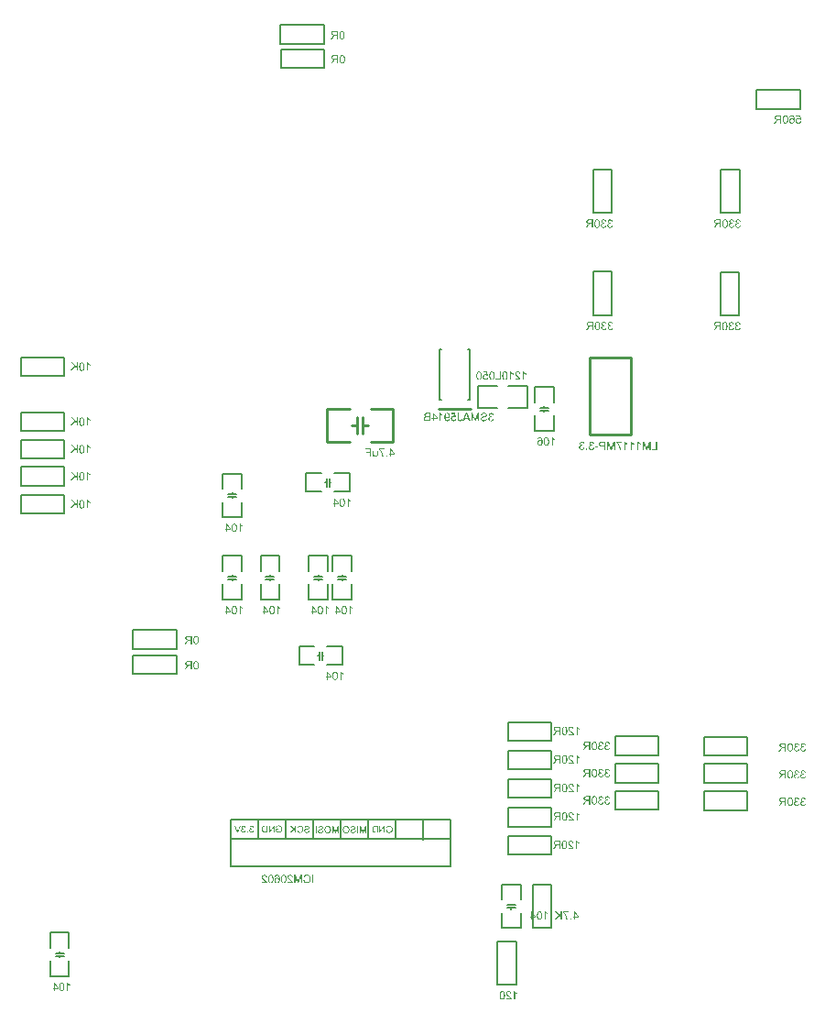
<source format=gbo>
G04*
G04 #@! TF.GenerationSoftware,Altium Limited,Altium Designer,19.0.4 (130)*
G04*
G04 Layer_Color=32896*
%FSLAX25Y25*%
%MOIN*%
G70*
G01*
G75*
%ADD11C,0.01000*%
%ADD13C,0.00800*%
%ADD14C,0.00787*%
%ADD18C,0.00600*%
G36*
X216100Y89000D02*
X215780D01*
Y91144D01*
X215052Y89000D01*
X214753D01*
X214018Y91108D01*
Y89000D01*
X213698D01*
Y91519D01*
X214145D01*
X214750Y89764D01*
X214782Y89670D01*
X214808Y89590D01*
X214833Y89521D01*
X214851Y89462D01*
X214866Y89419D01*
X214877Y89386D01*
X214881Y89368D01*
X214884Y89360D01*
X214899Y89411D01*
X214917Y89470D01*
X214939Y89531D01*
X214957Y89593D01*
X214975Y89648D01*
X214990Y89692D01*
X214997Y89710D01*
X215001Y89721D01*
X215004Y89728D01*
Y89732D01*
X215601Y91519D01*
X216100D01*
Y89000D01*
D02*
G37*
G36*
X208016D02*
X207681D01*
Y91519D01*
X208016D01*
Y89000D01*
D02*
G37*
G36*
X212151Y91559D02*
X212242Y91548D01*
X212329Y91530D01*
X212413Y91508D01*
X212489Y91479D01*
X212562Y91450D01*
X212627Y91417D01*
X212686Y91384D01*
X212740Y91351D01*
X212788Y91319D01*
X212828Y91290D01*
X212860Y91260D01*
X212886Y91239D01*
X212908Y91220D01*
X212919Y91210D01*
X212922Y91206D01*
X212981Y91137D01*
X213032Y91064D01*
X213079Y90984D01*
X213115Y90904D01*
X213148Y90820D01*
X213177Y90740D01*
X213199Y90660D01*
X213213Y90583D01*
X213228Y90511D01*
X213239Y90441D01*
X213246Y90380D01*
X213253Y90329D01*
Y90285D01*
X213257Y90252D01*
Y90230D01*
Y90227D01*
Y90223D01*
X213250Y90099D01*
X213235Y89986D01*
X213213Y89877D01*
X213199Y89830D01*
X213184Y89783D01*
X213173Y89743D01*
X213159Y89706D01*
X213148Y89673D01*
X213137Y89644D01*
X213130Y89622D01*
X213123Y89608D01*
X213115Y89597D01*
Y89593D01*
X213053Y89488D01*
X212988Y89397D01*
X212915Y89317D01*
X212846Y89251D01*
X212784Y89197D01*
X212758Y89175D01*
X212737Y89160D01*
X212715Y89146D01*
X212700Y89135D01*
X212693Y89131D01*
X212689Y89127D01*
X212635Y89098D01*
X212580Y89073D01*
X212471Y89029D01*
X212365Y89000D01*
X212267Y88978D01*
X212220Y88971D01*
X212180Y88967D01*
X212143Y88960D01*
X212111D01*
X212089Y88956D01*
X212052D01*
X211932Y88964D01*
X211819Y88982D01*
X211714Y89004D01*
X211666Y89018D01*
X211623Y89033D01*
X211583Y89047D01*
X211546Y89062D01*
X211517Y89073D01*
X211492Y89084D01*
X211470Y89095D01*
X211452Y89102D01*
X211444Y89109D01*
X211441D01*
X211339Y89175D01*
X211251Y89248D01*
X211179Y89324D01*
X211117Y89397D01*
X211066Y89466D01*
X211048Y89491D01*
X211033Y89517D01*
X211019Y89539D01*
X211011Y89553D01*
X211004Y89564D01*
Y89568D01*
X210975Y89626D01*
X210953Y89684D01*
X210913Y89801D01*
X210884Y89917D01*
X210866Y90023D01*
X210862Y90070D01*
X210855Y90114D01*
X210851Y90154D01*
Y90187D01*
X210847Y90216D01*
Y90234D01*
Y90249D01*
Y90252D01*
X210855Y90390D01*
X210869Y90518D01*
X210880Y90576D01*
X210895Y90634D01*
X210909Y90685D01*
X210920Y90733D01*
X210935Y90776D01*
X210949Y90816D01*
X210960Y90849D01*
X210975Y90878D01*
X210982Y90900D01*
X210989Y90915D01*
X210997Y90926D01*
Y90929D01*
X211055Y91035D01*
X211124Y91129D01*
X211197Y91210D01*
X211262Y91275D01*
X211324Y91326D01*
X211353Y91348D01*
X211375Y91366D01*
X211397Y91377D01*
X211412Y91388D01*
X211419Y91391D01*
X211423Y91395D01*
X211477Y91424D01*
X211532Y91450D01*
X211637Y91493D01*
X211747Y91523D01*
X211841Y91541D01*
X211885Y91548D01*
X211929Y91555D01*
X211961Y91559D01*
X211994D01*
X212020Y91563D01*
X212052D01*
X212151Y91559D01*
D02*
G37*
G36*
X209646D02*
X209730Y91548D01*
X209810Y91533D01*
X209879Y91519D01*
X209934Y91504D01*
X209959Y91497D01*
X209978Y91490D01*
X209992Y91483D01*
X210003Y91479D01*
X210010Y91475D01*
X210014D01*
X210087Y91439D01*
X210152Y91399D01*
X210207Y91355D01*
X210250Y91315D01*
X210283Y91279D01*
X210309Y91250D01*
X210327Y91228D01*
X210331Y91224D01*
Y91220D01*
X210367Y91158D01*
X210392Y91097D01*
X210411Y91035D01*
X210422Y90980D01*
X210429Y90933D01*
X210436Y90896D01*
Y90882D01*
Y90871D01*
Y90867D01*
Y90864D01*
X210433Y90802D01*
X210422Y90744D01*
X210407Y90689D01*
X210392Y90642D01*
X210378Y90605D01*
X210363Y90576D01*
X210352Y90558D01*
X210349Y90551D01*
X210312Y90500D01*
X210269Y90452D01*
X210225Y90412D01*
X210181Y90380D01*
X210145Y90350D01*
X210112Y90332D01*
X210090Y90318D01*
X210087Y90314D01*
X210083D01*
X210054Y90299D01*
X210021Y90285D01*
X209948Y90259D01*
X209865Y90234D01*
X209785Y90209D01*
X209712Y90187D01*
X209679Y90179D01*
X209650Y90172D01*
X209628Y90165D01*
X209610Y90161D01*
X209599Y90158D01*
X209595D01*
X209533Y90143D01*
X209475Y90128D01*
X209424Y90114D01*
X209381Y90103D01*
X209337Y90092D01*
X209300Y90081D01*
X209268Y90074D01*
X209242Y90063D01*
X209217Y90056D01*
X209199Y90052D01*
X209169Y90041D01*
X209151Y90037D01*
X209148Y90034D01*
X209093Y90012D01*
X209046Y89986D01*
X209006Y89961D01*
X208977Y89939D01*
X208951Y89917D01*
X208937Y89903D01*
X208926Y89892D01*
X208922Y89888D01*
X208896Y89855D01*
X208878Y89819D01*
X208867Y89783D01*
X208856Y89754D01*
X208853Y89724D01*
X208849Y89702D01*
Y89684D01*
Y89681D01*
X208853Y89637D01*
X208860Y89597D01*
X208871Y89561D01*
X208886Y89531D01*
X208900Y89502D01*
X208911Y89484D01*
X208918Y89470D01*
X208922Y89466D01*
X208951Y89429D01*
X208987Y89400D01*
X209024Y89375D01*
X209057Y89349D01*
X209089Y89335D01*
X209115Y89320D01*
X209133Y89313D01*
X209140Y89309D01*
X209195Y89291D01*
X209253Y89277D01*
X209311Y89269D01*
X209362Y89262D01*
X209406Y89258D01*
X209442Y89255D01*
X209475D01*
X209555Y89258D01*
X209628Y89266D01*
X209694Y89277D01*
X209752Y89291D01*
X209799Y89306D01*
X209836Y89317D01*
X209846Y89320D01*
X209857Y89324D01*
X209861Y89328D01*
X209865D01*
X209923Y89357D01*
X209978Y89389D01*
X210018Y89422D01*
X210054Y89455D01*
X210083Y89481D01*
X210101Y89506D01*
X210112Y89521D01*
X210116Y89524D01*
X210141Y89571D01*
X210167Y89622D01*
X210181Y89677D01*
X210196Y89724D01*
X210207Y89772D01*
X210214Y89804D01*
Y89819D01*
X210218Y89830D01*
Y89834D01*
Y89837D01*
X210531Y89808D01*
X210524Y89717D01*
X210509Y89630D01*
X210487Y89553D01*
X210462Y89484D01*
X210436Y89429D01*
X210425Y89408D01*
X210418Y89389D01*
X210407Y89375D01*
X210403Y89364D01*
X210396Y89357D01*
Y89353D01*
X210342Y89284D01*
X210283Y89222D01*
X210221Y89171D01*
X210163Y89127D01*
X210112Y89095D01*
X210068Y89073D01*
X210054Y89065D01*
X210043Y89058D01*
X210036Y89055D01*
X210032D01*
X209941Y89022D01*
X209846Y88996D01*
X209752Y88982D01*
X209661Y88967D01*
X209617Y88964D01*
X209581Y88960D01*
X209548D01*
X209519Y88956D01*
X209461D01*
X209362Y88960D01*
X209271Y88971D01*
X209188Y88989D01*
X209119Y89007D01*
X209060Y89022D01*
X209035Y89033D01*
X209013Y89040D01*
X208998Y89047D01*
X208987Y89051D01*
X208980Y89055D01*
X208977D01*
X208900Y89095D01*
X208835Y89138D01*
X208776Y89186D01*
X208729Y89229D01*
X208693Y89266D01*
X208667Y89298D01*
X208649Y89320D01*
X208645Y89324D01*
Y89328D01*
X208605Y89397D01*
X208576Y89462D01*
X208558Y89524D01*
X208543Y89582D01*
X208536Y89633D01*
X208529Y89673D01*
Y89688D01*
Y89699D01*
Y89702D01*
Y89706D01*
X208532Y89779D01*
X208543Y89848D01*
X208562Y89910D01*
X208580Y89961D01*
X208602Y90005D01*
X208616Y90037D01*
X208631Y90056D01*
X208634Y90063D01*
X208678Y90118D01*
X208729Y90168D01*
X208784Y90212D01*
X208838Y90252D01*
X208886Y90281D01*
X208926Y90303D01*
X208940Y90310D01*
X208951Y90318D01*
X208958Y90321D01*
X208962D01*
X208991Y90336D01*
X209028Y90347D01*
X209068Y90361D01*
X209111Y90376D01*
X209202Y90401D01*
X209297Y90427D01*
X209341Y90438D01*
X209381Y90449D01*
X209421Y90460D01*
X209453Y90467D01*
X209479Y90474D01*
X209501Y90478D01*
X209515Y90482D01*
X209519D01*
X209592Y90500D01*
X209657Y90514D01*
X209715Y90532D01*
X209766Y90547D01*
X209814Y90565D01*
X209854Y90580D01*
X209890Y90594D01*
X209923Y90605D01*
X209948Y90620D01*
X209970Y90631D01*
X209985Y90638D01*
X209999Y90649D01*
X210018Y90660D01*
X210021Y90663D01*
X210054Y90700D01*
X210076Y90736D01*
X210094Y90773D01*
X210105Y90809D01*
X210112Y90838D01*
X210116Y90864D01*
Y90878D01*
Y90886D01*
X210109Y90944D01*
X210094Y90995D01*
X210072Y91038D01*
X210047Y91078D01*
X210025Y91108D01*
X210003Y91133D01*
X209988Y91148D01*
X209981Y91151D01*
X209952Y91169D01*
X209923Y91188D01*
X209854Y91217D01*
X209781Y91235D01*
X209708Y91250D01*
X209643Y91257D01*
X209613Y91260D01*
X209592Y91264D01*
X209541D01*
X209439Y91260D01*
X209348Y91246D01*
X209275Y91224D01*
X209213Y91202D01*
X209166Y91180D01*
X209129Y91158D01*
X209111Y91144D01*
X209104Y91140D01*
X209053Y91089D01*
X209013Y91035D01*
X208980Y90977D01*
X208958Y90918D01*
X208944Y90864D01*
X208933Y90824D01*
X208929Y90805D01*
X208926Y90794D01*
Y90787D01*
Y90784D01*
X208605Y90809D01*
X208612Y90889D01*
X208631Y90962D01*
X208649Y91031D01*
X208674Y91089D01*
X208696Y91137D01*
X208714Y91173D01*
X208722Y91184D01*
X208729Y91195D01*
X208733Y91199D01*
Y91202D01*
X208780Y91264D01*
X208831Y91319D01*
X208886Y91366D01*
X208940Y91402D01*
X208987Y91435D01*
X209024Y91453D01*
X209038Y91461D01*
X209049Y91468D01*
X209057Y91472D01*
X209060D01*
X209140Y91501D01*
X209228Y91523D01*
X209308Y91541D01*
X209384Y91552D01*
X209453Y91559D01*
X209479D01*
X209504Y91563D01*
X209552D01*
X209646Y91559D01*
D02*
G37*
G36*
X226100Y89000D02*
X225780D01*
Y91144D01*
X225052Y89000D01*
X224753D01*
X224018Y91108D01*
Y89000D01*
X223698D01*
Y91519D01*
X224145D01*
X224750Y89764D01*
X224782Y89670D01*
X224808Y89590D01*
X224833Y89521D01*
X224851Y89462D01*
X224866Y89419D01*
X224877Y89386D01*
X224881Y89368D01*
X224884Y89360D01*
X224899Y89411D01*
X224917Y89470D01*
X224939Y89531D01*
X224957Y89593D01*
X224975Y89648D01*
X224990Y89692D01*
X224997Y89710D01*
X225001Y89721D01*
X225004Y89728D01*
Y89732D01*
X225601Y91519D01*
X226100D01*
Y89000D01*
D02*
G37*
G36*
X223101D02*
X222766D01*
Y91519D01*
X223101D01*
Y89000D01*
D02*
G37*
G36*
X221404Y91559D02*
X221488Y91548D01*
X221568Y91533D01*
X221637Y91519D01*
X221692Y91504D01*
X221717Y91497D01*
X221736Y91490D01*
X221750Y91483D01*
X221761Y91479D01*
X221768Y91475D01*
X221772D01*
X221845Y91439D01*
X221910Y91399D01*
X221965Y91355D01*
X222009Y91315D01*
X222041Y91279D01*
X222067Y91250D01*
X222085Y91228D01*
X222089Y91224D01*
Y91220D01*
X222125Y91158D01*
X222151Y91097D01*
X222169Y91035D01*
X222180Y90980D01*
X222187Y90933D01*
X222194Y90896D01*
Y90882D01*
Y90871D01*
Y90867D01*
Y90864D01*
X222191Y90802D01*
X222180Y90744D01*
X222165Y90689D01*
X222151Y90642D01*
X222136Y90605D01*
X222122Y90576D01*
X222111Y90558D01*
X222107Y90551D01*
X222071Y90500D01*
X222027Y90452D01*
X221983Y90412D01*
X221939Y90380D01*
X221903Y90350D01*
X221870Y90332D01*
X221849Y90318D01*
X221845Y90314D01*
X221841D01*
X221812Y90299D01*
X221779Y90285D01*
X221707Y90259D01*
X221623Y90234D01*
X221543Y90209D01*
X221470Y90187D01*
X221437Y90179D01*
X221408Y90172D01*
X221386Y90165D01*
X221368Y90161D01*
X221357Y90158D01*
X221353D01*
X221292Y90143D01*
X221233Y90128D01*
X221182Y90114D01*
X221139Y90103D01*
X221095Y90092D01*
X221059Y90081D01*
X221026Y90074D01*
X221000Y90063D01*
X220975Y90056D01*
X220957Y90052D01*
X220928Y90041D01*
X220909Y90037D01*
X220906Y90034D01*
X220851Y90012D01*
X220804Y89986D01*
X220764Y89961D01*
X220735Y89939D01*
X220709Y89917D01*
X220695Y89903D01*
X220684Y89892D01*
X220680Y89888D01*
X220655Y89855D01*
X220636Y89819D01*
X220625Y89783D01*
X220615Y89754D01*
X220611Y89724D01*
X220607Y89702D01*
Y89684D01*
Y89681D01*
X220611Y89637D01*
X220618Y89597D01*
X220629Y89561D01*
X220644Y89531D01*
X220658Y89502D01*
X220669Y89484D01*
X220676Y89470D01*
X220680Y89466D01*
X220709Y89429D01*
X220746Y89400D01*
X220782Y89375D01*
X220815Y89349D01*
X220848Y89335D01*
X220873Y89320D01*
X220891Y89313D01*
X220898Y89309D01*
X220953Y89291D01*
X221011Y89277D01*
X221070Y89269D01*
X221121Y89262D01*
X221164Y89258D01*
X221201Y89255D01*
X221233D01*
X221313Y89258D01*
X221386Y89266D01*
X221452Y89277D01*
X221510Y89291D01*
X221557Y89306D01*
X221594Y89317D01*
X221605Y89320D01*
X221616Y89324D01*
X221619Y89328D01*
X221623D01*
X221681Y89357D01*
X221736Y89389D01*
X221776Y89422D01*
X221812Y89455D01*
X221841Y89481D01*
X221859Y89506D01*
X221870Y89521D01*
X221874Y89524D01*
X221899Y89571D01*
X221925Y89622D01*
X221939Y89677D01*
X221954Y89724D01*
X221965Y89772D01*
X221972Y89804D01*
Y89819D01*
X221976Y89830D01*
Y89834D01*
Y89837D01*
X222289Y89808D01*
X222282Y89717D01*
X222267Y89630D01*
X222245Y89553D01*
X222220Y89484D01*
X222194Y89429D01*
X222183Y89408D01*
X222176Y89389D01*
X222165Y89375D01*
X222162Y89364D01*
X222154Y89357D01*
Y89353D01*
X222100Y89284D01*
X222041Y89222D01*
X221979Y89171D01*
X221921Y89127D01*
X221870Y89095D01*
X221827Y89073D01*
X221812Y89065D01*
X221801Y89058D01*
X221794Y89055D01*
X221790D01*
X221699Y89022D01*
X221605Y88996D01*
X221510Y88982D01*
X221419Y88967D01*
X221375Y88964D01*
X221339Y88960D01*
X221306D01*
X221277Y88956D01*
X221219D01*
X221121Y88960D01*
X221029Y88971D01*
X220946Y88989D01*
X220877Y89007D01*
X220818Y89022D01*
X220793Y89033D01*
X220771Y89040D01*
X220757Y89047D01*
X220746Y89051D01*
X220738Y89055D01*
X220735D01*
X220658Y89095D01*
X220593Y89138D01*
X220534Y89186D01*
X220487Y89229D01*
X220451Y89266D01*
X220425Y89298D01*
X220407Y89320D01*
X220403Y89324D01*
Y89328D01*
X220363Y89397D01*
X220334Y89462D01*
X220316Y89524D01*
X220302Y89582D01*
X220294Y89633D01*
X220287Y89673D01*
Y89688D01*
Y89699D01*
Y89702D01*
Y89706D01*
X220291Y89779D01*
X220302Y89848D01*
X220320Y89910D01*
X220338Y89961D01*
X220360Y90005D01*
X220374Y90037D01*
X220389Y90056D01*
X220392Y90063D01*
X220436Y90118D01*
X220487Y90168D01*
X220542Y90212D01*
X220596Y90252D01*
X220644Y90281D01*
X220684Y90303D01*
X220698Y90310D01*
X220709Y90318D01*
X220716Y90321D01*
X220720D01*
X220749Y90336D01*
X220786Y90347D01*
X220826Y90361D01*
X220869Y90376D01*
X220960Y90401D01*
X221055Y90427D01*
X221099Y90438D01*
X221139Y90449D01*
X221179Y90460D01*
X221212Y90467D01*
X221237Y90474D01*
X221259Y90478D01*
X221273Y90482D01*
X221277D01*
X221350Y90500D01*
X221415Y90514D01*
X221474Y90532D01*
X221525Y90547D01*
X221572Y90565D01*
X221612Y90580D01*
X221648Y90594D01*
X221681Y90605D01*
X221707Y90620D01*
X221728Y90631D01*
X221743Y90638D01*
X221758Y90649D01*
X221776Y90660D01*
X221779Y90663D01*
X221812Y90700D01*
X221834Y90736D01*
X221852Y90773D01*
X221863Y90809D01*
X221870Y90838D01*
X221874Y90864D01*
Y90878D01*
Y90886D01*
X221867Y90944D01*
X221852Y90995D01*
X221830Y91038D01*
X221805Y91078D01*
X221783Y91108D01*
X221761Y91133D01*
X221747Y91148D01*
X221739Y91151D01*
X221710Y91169D01*
X221681Y91188D01*
X221612Y91217D01*
X221539Y91235D01*
X221466Y91250D01*
X221401Y91257D01*
X221372Y91260D01*
X221350Y91264D01*
X221299D01*
X221197Y91260D01*
X221106Y91246D01*
X221033Y91224D01*
X220971Y91202D01*
X220924Y91180D01*
X220887Y91158D01*
X220869Y91144D01*
X220862Y91140D01*
X220811Y91089D01*
X220771Y91035D01*
X220738Y90977D01*
X220716Y90918D01*
X220702Y90864D01*
X220691Y90824D01*
X220687Y90805D01*
X220684Y90794D01*
Y90787D01*
Y90784D01*
X220363Y90809D01*
X220371Y90889D01*
X220389Y90962D01*
X220407Y91031D01*
X220432Y91089D01*
X220454Y91137D01*
X220473Y91173D01*
X220480Y91184D01*
X220487Y91195D01*
X220491Y91199D01*
Y91202D01*
X220538Y91264D01*
X220589Y91319D01*
X220644Y91366D01*
X220698Y91402D01*
X220746Y91435D01*
X220782Y91453D01*
X220796Y91461D01*
X220807Y91468D01*
X220815Y91472D01*
X220818D01*
X220898Y91501D01*
X220986Y91523D01*
X221066Y91541D01*
X221142Y91552D01*
X221212Y91559D01*
X221237D01*
X221262Y91563D01*
X221310D01*
X221404Y91559D01*
D02*
G37*
G36*
X218824D02*
X218915Y91548D01*
X219002Y91530D01*
X219086Y91508D01*
X219162Y91479D01*
X219235Y91450D01*
X219301Y91417D01*
X219359Y91384D01*
X219413Y91351D01*
X219461Y91319D01*
X219501Y91290D01*
X219533Y91260D01*
X219559Y91239D01*
X219581Y91220D01*
X219592Y91210D01*
X219595Y91206D01*
X219654Y91137D01*
X219705Y91064D01*
X219752Y90984D01*
X219788Y90904D01*
X219821Y90820D01*
X219850Y90740D01*
X219872Y90660D01*
X219886Y90583D01*
X219901Y90511D01*
X219912Y90441D01*
X219919Y90380D01*
X219927Y90329D01*
Y90285D01*
X219930Y90252D01*
Y90230D01*
Y90227D01*
Y90223D01*
X219923Y90099D01*
X219908Y89986D01*
X219886Y89877D01*
X219872Y89830D01*
X219857Y89783D01*
X219847Y89743D01*
X219832Y89706D01*
X219821Y89673D01*
X219810Y89644D01*
X219803Y89622D01*
X219795Y89608D01*
X219788Y89597D01*
Y89593D01*
X219726Y89488D01*
X219661Y89397D01*
X219588Y89317D01*
X219519Y89251D01*
X219457Y89197D01*
X219431Y89175D01*
X219410Y89160D01*
X219388Y89146D01*
X219373Y89135D01*
X219366Y89131D01*
X219362Y89127D01*
X219308Y89098D01*
X219253Y89073D01*
X219144Y89029D01*
X219038Y89000D01*
X218940Y88978D01*
X218893Y88971D01*
X218853Y88967D01*
X218816Y88960D01*
X218784D01*
X218762Y88956D01*
X218725D01*
X218605Y88964D01*
X218492Y88982D01*
X218387Y89004D01*
X218339Y89018D01*
X218296Y89033D01*
X218256Y89047D01*
X218219Y89062D01*
X218190Y89073D01*
X218165Y89084D01*
X218143Y89095D01*
X218125Y89102D01*
X218117Y89109D01*
X218114D01*
X218012Y89175D01*
X217925Y89248D01*
X217852Y89324D01*
X217790Y89397D01*
X217739Y89466D01*
X217721Y89491D01*
X217706Y89517D01*
X217692Y89539D01*
X217684Y89553D01*
X217677Y89564D01*
Y89568D01*
X217648Y89626D01*
X217626Y89684D01*
X217586Y89801D01*
X217557Y89917D01*
X217539Y90023D01*
X217535Y90070D01*
X217528Y90114D01*
X217524Y90154D01*
Y90187D01*
X217520Y90216D01*
Y90234D01*
Y90249D01*
Y90252D01*
X217528Y90390D01*
X217542Y90518D01*
X217553Y90576D01*
X217568Y90634D01*
X217582Y90685D01*
X217593Y90733D01*
X217608Y90776D01*
X217622Y90816D01*
X217633Y90849D01*
X217648Y90878D01*
X217655Y90900D01*
X217663Y90915D01*
X217670Y90926D01*
Y90929D01*
X217728Y91035D01*
X217797Y91129D01*
X217870Y91210D01*
X217935Y91275D01*
X217997Y91326D01*
X218026Y91348D01*
X218048Y91366D01*
X218070Y91377D01*
X218085Y91388D01*
X218092Y91391D01*
X218096Y91395D01*
X218150Y91424D01*
X218205Y91450D01*
X218310Y91493D01*
X218420Y91523D01*
X218514Y91541D01*
X218558Y91548D01*
X218602Y91555D01*
X218634Y91559D01*
X218667D01*
X218693Y91563D01*
X218725D01*
X218824Y91559D01*
D02*
G37*
G36*
X232879Y89100D02*
X232559D01*
Y91076D01*
X231241Y89100D01*
X230895D01*
Y91619D01*
X231216D01*
Y89639D01*
X232537Y91619D01*
X232879D01*
Y89100D01*
D02*
G37*
G36*
X234575Y91655D02*
X234703Y91637D01*
X234761Y91626D01*
X234816Y91612D01*
X234866Y91601D01*
X234914Y91586D01*
X234957Y91572D01*
X234994Y91557D01*
X235027Y91542D01*
X235056Y91531D01*
X235078Y91521D01*
X235092Y91513D01*
X235103Y91510D01*
X235107Y91506D01*
X235158Y91473D01*
X235209Y91440D01*
X235296Y91364D01*
X235372Y91288D01*
X235434Y91208D01*
X235485Y91138D01*
X235503Y91109D01*
X235518Y91080D01*
X235533Y91058D01*
X235540Y91044D01*
X235543Y91033D01*
X235547Y91029D01*
X235598Y90909D01*
X235634Y90789D01*
X235664Y90672D01*
X235671Y90618D01*
X235682Y90567D01*
X235685Y90520D01*
X235693Y90480D01*
X235696Y90439D01*
Y90407D01*
X235700Y90381D01*
Y90363D01*
Y90349D01*
Y90345D01*
X235693Y90210D01*
X235675Y90083D01*
X235664Y90025D01*
X235653Y89970D01*
X235638Y89915D01*
X235624Y89868D01*
X235609Y89824D01*
X235594Y89788D01*
X235583Y89752D01*
X235573Y89726D01*
X235562Y89701D01*
X235554Y89686D01*
X235547Y89675D01*
Y89671D01*
X235482Y89566D01*
X235409Y89475D01*
X235332Y89395D01*
X235260Y89329D01*
X235190Y89278D01*
X235165Y89260D01*
X235139Y89242D01*
X235118Y89231D01*
X235103Y89220D01*
X235092Y89217D01*
X235088Y89213D01*
X235030Y89184D01*
X234972Y89162D01*
X234856Y89122D01*
X234743Y89096D01*
X234637Y89074D01*
X234590Y89071D01*
X234546Y89064D01*
X234506Y89060D01*
X234473D01*
X234448Y89056D01*
X234411D01*
X234310Y89060D01*
X234211Y89071D01*
X234120Y89089D01*
X234040Y89107D01*
X234007Y89115D01*
X233975Y89122D01*
X233945Y89133D01*
X233920Y89140D01*
X233902Y89147D01*
X233887Y89151D01*
X233880Y89155D01*
X233876D01*
X233778Y89195D01*
X233687Y89242D01*
X233600Y89293D01*
X233523Y89340D01*
X233490Y89362D01*
X233458Y89384D01*
X233432Y89402D01*
X233410Y89417D01*
X233392Y89431D01*
X233378Y89442D01*
X233370Y89446D01*
X233367Y89449D01*
Y90385D01*
X234437D01*
Y90086D01*
X233694D01*
Y89613D01*
X233738Y89577D01*
X233789Y89544D01*
X233844Y89515D01*
X233895Y89490D01*
X233938Y89468D01*
X233978Y89449D01*
X233993Y89442D01*
X234000Y89438D01*
X234007Y89435D01*
X234011D01*
X234087Y89409D01*
X234164Y89388D01*
X234233Y89373D01*
X234299Y89366D01*
X234353Y89358D01*
X234375D01*
X234397Y89355D01*
X234433D01*
X234524Y89358D01*
X234612Y89373D01*
X234692Y89391D01*
X234765Y89409D01*
X234823Y89431D01*
X234848Y89438D01*
X234866Y89446D01*
X234885Y89453D01*
X234896Y89460D01*
X234903Y89464D01*
X234907D01*
X234983Y89511D01*
X235052Y89562D01*
X235110Y89617D01*
X235158Y89671D01*
X235198Y89722D01*
X235223Y89763D01*
X235234Y89777D01*
X235238Y89788D01*
X235245Y89795D01*
Y89799D01*
X235281Y89890D01*
X235311Y89985D01*
X235329Y90079D01*
X235343Y90170D01*
X235347Y90210D01*
X235351Y90247D01*
X235354Y90283D01*
Y90312D01*
X235358Y90334D01*
Y90352D01*
Y90363D01*
Y90367D01*
X235354Y90469D01*
X235343Y90560D01*
X235329Y90647D01*
X235311Y90723D01*
X235303Y90756D01*
X235292Y90785D01*
X235285Y90811D01*
X235278Y90833D01*
X235271Y90851D01*
X235267Y90862D01*
X235263Y90869D01*
Y90873D01*
X235238Y90924D01*
X235212Y90971D01*
X235187Y91015D01*
X235161Y91051D01*
X235139Y91080D01*
X235121Y91106D01*
X235107Y91120D01*
X235103Y91124D01*
X235063Y91164D01*
X235019Y91200D01*
X234972Y91229D01*
X234928Y91259D01*
X234892Y91277D01*
X234863Y91295D01*
X234841Y91302D01*
X234834Y91306D01*
X234768Y91331D01*
X234703Y91350D01*
X234633Y91360D01*
X234572Y91371D01*
X234517Y91375D01*
X234495D01*
X234477Y91379D01*
X234437D01*
X234368Y91375D01*
X234302Y91368D01*
X234244Y91357D01*
X234193Y91346D01*
X234149Y91331D01*
X234117Y91320D01*
X234098Y91313D01*
X234091Y91309D01*
X234036Y91284D01*
X233989Y91255D01*
X233945Y91226D01*
X233913Y91197D01*
X233887Y91171D01*
X233865Y91153D01*
X233855Y91138D01*
X233851Y91135D01*
X233818Y91091D01*
X233793Y91040D01*
X233767Y90993D01*
X233745Y90942D01*
X233731Y90898D01*
X233720Y90865D01*
X233716Y90851D01*
X233713Y90840D01*
X233709Y90836D01*
Y90833D01*
X233407Y90913D01*
X233432Y91004D01*
X233465Y91084D01*
X233498Y91157D01*
X233527Y91215D01*
X233556Y91262D01*
X233578Y91295D01*
X233592Y91317D01*
X233600Y91324D01*
X233651Y91382D01*
X233705Y91430D01*
X233764Y91473D01*
X233818Y91510D01*
X233869Y91535D01*
X233909Y91557D01*
X233924Y91564D01*
X233935Y91568D01*
X233942Y91572D01*
X233945D01*
X234029Y91601D01*
X234117Y91623D01*
X234197Y91641D01*
X234273Y91652D01*
X234342Y91659D01*
X234371D01*
X234393Y91663D01*
X234510D01*
X234575Y91655D01*
D02*
G37*
G36*
X230335Y89100D02*
X229428D01*
X229345Y89104D01*
X229268Y89107D01*
X229199Y89115D01*
X229141Y89122D01*
X229090Y89129D01*
X229053Y89133D01*
X229042Y89136D01*
X229031Y89140D01*
X229024D01*
X228959Y89158D01*
X228901Y89180D01*
X228850Y89198D01*
X228806Y89220D01*
X228769Y89238D01*
X228744Y89253D01*
X228729Y89264D01*
X228722Y89267D01*
X228675Y89300D01*
X228635Y89340D01*
X228595Y89377D01*
X228562Y89413D01*
X228533Y89446D01*
X228511Y89471D01*
X228496Y89490D01*
X228493Y89497D01*
X228456Y89555D01*
X228420Y89617D01*
X228391Y89675D01*
X228369Y89733D01*
X228347Y89784D01*
X228333Y89824D01*
X228329Y89839D01*
X228325Y89850D01*
X228322Y89857D01*
Y89861D01*
X228300Y89948D01*
X228282Y90035D01*
X228271Y90119D01*
X228260Y90199D01*
X228256Y90268D01*
Y90298D01*
X228253Y90323D01*
Y90341D01*
Y90359D01*
Y90367D01*
Y90370D01*
X228256Y90494D01*
X228267Y90607D01*
X228285Y90709D01*
X228293Y90756D01*
X228304Y90796D01*
X228314Y90836D01*
X228322Y90869D01*
X228329Y90898D01*
X228340Y90924D01*
X228344Y90946D01*
X228351Y90960D01*
X228355Y90967D01*
Y90971D01*
X228395Y91066D01*
X228442Y91149D01*
X228493Y91222D01*
X228540Y91284D01*
X228584Y91335D01*
X228620Y91371D01*
X228635Y91382D01*
X228646Y91393D01*
X228649Y91397D01*
X228653Y91400D01*
X228711Y91448D01*
X228773Y91484D01*
X228835Y91517D01*
X228893Y91542D01*
X228944Y91561D01*
X228984Y91572D01*
X228999Y91579D01*
X229010D01*
X229017Y91583D01*
X229021D01*
X229082Y91593D01*
X229155Y91604D01*
X229228Y91612D01*
X229301Y91615D01*
X229366Y91619D01*
X230335D01*
Y89100D01*
D02*
G37*
G36*
X200513D02*
X200178D01*
Y89974D01*
X199767Y90370D01*
X198872Y89100D01*
X198431D01*
X199534Y90596D01*
X198478Y91619D01*
X198933D01*
X200178Y90367D01*
Y91619D01*
X200513D01*
Y89100D01*
D02*
G37*
G36*
X202071Y91655D02*
X202188Y91637D01*
X202290Y91615D01*
X202337Y91601D01*
X202380Y91586D01*
X202421Y91572D01*
X202457Y91557D01*
X202486Y91546D01*
X202515Y91535D01*
X202533Y91524D01*
X202548Y91517D01*
X202559Y91513D01*
X202562Y91510D01*
X202661Y91448D01*
X202745Y91375D01*
X202817Y91302D01*
X202879Y91229D01*
X202926Y91164D01*
X202945Y91135D01*
X202959Y91109D01*
X202974Y91091D01*
X202981Y91076D01*
X202985Y91066D01*
X202988Y91062D01*
X203039Y90949D01*
X203076Y90833D01*
X203101Y90716D01*
X203119Y90611D01*
X203127Y90563D01*
X203130Y90516D01*
X203134Y90480D01*
Y90443D01*
X203138Y90418D01*
Y90396D01*
Y90381D01*
Y90378D01*
X203130Y90247D01*
X203116Y90119D01*
X203098Y90006D01*
X203083Y89952D01*
X203072Y89904D01*
X203061Y89861D01*
X203047Y89821D01*
X203036Y89784D01*
X203028Y89755D01*
X203017Y89733D01*
X203014Y89715D01*
X203007Y89704D01*
Y89701D01*
X202952Y89591D01*
X202890Y89493D01*
X202825Y89409D01*
X202792Y89377D01*
X202763Y89344D01*
X202734Y89315D01*
X202705Y89289D01*
X202679Y89267D01*
X202657Y89253D01*
X202643Y89238D01*
X202628Y89227D01*
X202621Y89224D01*
X202617Y89220D01*
X202566Y89191D01*
X202515Y89166D01*
X202406Y89126D01*
X202297Y89096D01*
X202191Y89078D01*
X202140Y89071D01*
X202097Y89064D01*
X202057Y89060D01*
X202024D01*
X201995Y89056D01*
X201955D01*
X201882Y89060D01*
X201813Y89067D01*
X201747Y89074D01*
X201685Y89089D01*
X201627Y89107D01*
X201572Y89126D01*
X201521Y89144D01*
X201474Y89166D01*
X201434Y89184D01*
X201394Y89202D01*
X201365Y89220D01*
X201336Y89238D01*
X201318Y89253D01*
X201299Y89260D01*
X201292Y89267D01*
X201289Y89271D01*
X201238Y89315D01*
X201194Y89358D01*
X201154Y89409D01*
X201114Y89460D01*
X201048Y89562D01*
X200997Y89664D01*
X200975Y89711D01*
X200957Y89755D01*
X200943Y89795D01*
X200932Y89828D01*
X200921Y89857D01*
X200914Y89879D01*
X200910Y89894D01*
Y89897D01*
X201245Y89981D01*
X201259Y89923D01*
X201278Y89868D01*
X201296Y89817D01*
X201314Y89770D01*
X201336Y89726D01*
X201358Y89690D01*
X201383Y89653D01*
X201405Y89621D01*
X201423Y89591D01*
X201445Y89570D01*
X201463Y89548D01*
X201478Y89530D01*
X201492Y89519D01*
X201503Y89508D01*
X201507Y89504D01*
X201511Y89500D01*
X201547Y89471D01*
X201587Y89449D01*
X201667Y89409D01*
X201744Y89380D01*
X201820Y89362D01*
X201886Y89347D01*
X201911Y89344D01*
X201936D01*
X201958Y89340D01*
X201984D01*
X202067Y89344D01*
X202148Y89358D01*
X202220Y89377D01*
X202286Y89398D01*
X202337Y89420D01*
X202359Y89431D01*
X202377Y89438D01*
X202391Y89446D01*
X202402Y89453D01*
X202410Y89457D01*
X202413D01*
X202482Y89508D01*
X202541Y89562D01*
X202592Y89624D01*
X202632Y89682D01*
X202664Y89733D01*
X202686Y89777D01*
X202694Y89795D01*
X202701Y89806D01*
X202705Y89813D01*
Y89817D01*
X202734Y89912D01*
X202755Y90006D01*
X202774Y90101D01*
X202785Y90188D01*
X202788Y90228D01*
X202792Y90265D01*
Y90298D01*
X202796Y90323D01*
Y90345D01*
Y90363D01*
Y90374D01*
Y90378D01*
X202792Y90472D01*
X202785Y90560D01*
X202770Y90640D01*
X202755Y90712D01*
X202745Y90774D01*
X202737Y90800D01*
X202730Y90822D01*
X202726Y90840D01*
X202723Y90851D01*
X202719Y90858D01*
Y90862D01*
X202683Y90946D01*
X202643Y91022D01*
X202599Y91084D01*
X202552Y91138D01*
X202512Y91182D01*
X202479Y91211D01*
X202453Y91229D01*
X202450Y91237D01*
X202446D01*
X202370Y91284D01*
X202286Y91320D01*
X202206Y91346D01*
X202129Y91360D01*
X202060Y91371D01*
X202031Y91375D01*
X202006D01*
X201987Y91379D01*
X201958D01*
X201867Y91375D01*
X201784Y91360D01*
X201714Y91339D01*
X201653Y91317D01*
X201605Y91291D01*
X201569Y91273D01*
X201547Y91259D01*
X201540Y91251D01*
X201481Y91197D01*
X201427Y91135D01*
X201383Y91069D01*
X201347Y91004D01*
X201318Y90946D01*
X201307Y90916D01*
X201299Y90895D01*
X201292Y90876D01*
X201285Y90862D01*
X201281Y90855D01*
Y90851D01*
X200954Y90927D01*
X200975Y90993D01*
X200997Y91051D01*
X201026Y91106D01*
X201052Y91160D01*
X201081Y91208D01*
X201114Y91251D01*
X201143Y91295D01*
X201172Y91331D01*
X201201Y91360D01*
X201227Y91390D01*
X201252Y91415D01*
X201270Y91433D01*
X201289Y91451D01*
X201303Y91462D01*
X201310Y91466D01*
X201314Y91470D01*
X201365Y91502D01*
X201416Y91535D01*
X201467Y91561D01*
X201521Y91583D01*
X201631Y91615D01*
X201729Y91637D01*
X201776Y91648D01*
X201816Y91652D01*
X201856Y91655D01*
X201889Y91659D01*
X201915Y91663D01*
X201951D01*
X202071Y91655D01*
D02*
G37*
G36*
X204615Y91659D02*
X204699Y91648D01*
X204779Y91633D01*
X204848Y91619D01*
X204903Y91604D01*
X204928Y91597D01*
X204947Y91590D01*
X204961Y91583D01*
X204972Y91579D01*
X204979Y91575D01*
X204983D01*
X205056Y91539D01*
X205121Y91499D01*
X205176Y91455D01*
X205220Y91415D01*
X205253Y91379D01*
X205278Y91350D01*
X205296Y91328D01*
X205300Y91324D01*
Y91320D01*
X205336Y91259D01*
X205362Y91197D01*
X205380Y91135D01*
X205391Y91080D01*
X205398Y91033D01*
X205405Y90996D01*
Y90982D01*
Y90971D01*
Y90967D01*
Y90964D01*
X205402Y90902D01*
X205391Y90844D01*
X205376Y90789D01*
X205362Y90742D01*
X205347Y90705D01*
X205333Y90676D01*
X205322Y90658D01*
X205318Y90651D01*
X205282Y90600D01*
X205238Y90552D01*
X205194Y90512D01*
X205151Y90480D01*
X205114Y90450D01*
X205081Y90432D01*
X205060Y90418D01*
X205056Y90414D01*
X205052D01*
X205023Y90399D01*
X204990Y90385D01*
X204918Y90359D01*
X204834Y90334D01*
X204754Y90308D01*
X204681Y90287D01*
X204648Y90279D01*
X204619Y90272D01*
X204597Y90265D01*
X204579Y90261D01*
X204568Y90258D01*
X204564D01*
X204503Y90243D01*
X204444Y90228D01*
X204393Y90214D01*
X204350Y90203D01*
X204306Y90192D01*
X204270Y90181D01*
X204237Y90174D01*
X204211Y90163D01*
X204186Y90156D01*
X204168Y90152D01*
X204139Y90141D01*
X204120Y90137D01*
X204117Y90134D01*
X204062Y90112D01*
X204015Y90086D01*
X203975Y90061D01*
X203946Y90039D01*
X203920Y90017D01*
X203906Y90003D01*
X203895Y89992D01*
X203891Y89988D01*
X203866Y89955D01*
X203847Y89919D01*
X203836Y89883D01*
X203826Y89854D01*
X203822Y89824D01*
X203818Y89802D01*
Y89784D01*
Y89781D01*
X203822Y89737D01*
X203829Y89697D01*
X203840Y89661D01*
X203855Y89631D01*
X203869Y89602D01*
X203880Y89584D01*
X203888Y89570D01*
X203891Y89566D01*
X203920Y89530D01*
X203957Y89500D01*
X203993Y89475D01*
X204026Y89449D01*
X204059Y89435D01*
X204084Y89420D01*
X204102Y89413D01*
X204110Y89409D01*
X204164Y89391D01*
X204222Y89377D01*
X204281Y89369D01*
X204332Y89362D01*
X204375Y89358D01*
X204412Y89355D01*
X204444D01*
X204524Y89358D01*
X204597Y89366D01*
X204663Y89377D01*
X204721Y89391D01*
X204768Y89406D01*
X204805Y89417D01*
X204816Y89420D01*
X204827Y89424D01*
X204830Y89428D01*
X204834D01*
X204892Y89457D01*
X204947Y89490D01*
X204987Y89522D01*
X205023Y89555D01*
X205052Y89581D01*
X205070Y89606D01*
X205081Y89621D01*
X205085Y89624D01*
X205111Y89671D01*
X205136Y89722D01*
X205151Y89777D01*
X205165Y89824D01*
X205176Y89872D01*
X205183Y89904D01*
Y89919D01*
X205187Y89930D01*
Y89934D01*
Y89937D01*
X205500Y89908D01*
X205493Y89817D01*
X205478Y89730D01*
X205456Y89653D01*
X205431Y89584D01*
X205405Y89530D01*
X205394Y89508D01*
X205387Y89490D01*
X205376Y89475D01*
X205373Y89464D01*
X205365Y89457D01*
Y89453D01*
X205311Y89384D01*
X205253Y89322D01*
X205191Y89271D01*
X205132Y89227D01*
X205081Y89195D01*
X205038Y89173D01*
X205023Y89166D01*
X205012Y89158D01*
X205005Y89155D01*
X205001D01*
X204910Y89122D01*
X204816Y89096D01*
X204721Y89082D01*
X204630Y89067D01*
X204586Y89064D01*
X204550Y89060D01*
X204517D01*
X204488Y89056D01*
X204430D01*
X204332Y89060D01*
X204241Y89071D01*
X204157Y89089D01*
X204088Y89107D01*
X204029Y89122D01*
X204004Y89133D01*
X203982Y89140D01*
X203968Y89147D01*
X203957Y89151D01*
X203949Y89155D01*
X203946D01*
X203869Y89195D01*
X203804Y89238D01*
X203746Y89286D01*
X203698Y89329D01*
X203662Y89366D01*
X203636Y89398D01*
X203618Y89420D01*
X203614Y89424D01*
Y89428D01*
X203574Y89497D01*
X203545Y89562D01*
X203527Y89624D01*
X203513Y89682D01*
X203505Y89733D01*
X203498Y89773D01*
Y89788D01*
Y89799D01*
Y89802D01*
Y89806D01*
X203502Y89879D01*
X203513Y89948D01*
X203531Y90010D01*
X203549Y90061D01*
X203571Y90105D01*
X203585Y90137D01*
X203600Y90156D01*
X203604Y90163D01*
X203647Y90218D01*
X203698Y90268D01*
X203753Y90312D01*
X203807Y90352D01*
X203855Y90381D01*
X203895Y90403D01*
X203909Y90410D01*
X203920Y90418D01*
X203927Y90421D01*
X203931D01*
X203960Y90436D01*
X203997Y90447D01*
X204037Y90461D01*
X204080Y90476D01*
X204171Y90501D01*
X204266Y90527D01*
X204310Y90538D01*
X204350Y90549D01*
X204390Y90560D01*
X204423Y90567D01*
X204448Y90574D01*
X204470Y90578D01*
X204484Y90582D01*
X204488D01*
X204561Y90600D01*
X204626Y90614D01*
X204685Y90632D01*
X204736Y90647D01*
X204783Y90665D01*
X204823Y90680D01*
X204859Y90694D01*
X204892Y90705D01*
X204918Y90720D01*
X204939Y90731D01*
X204954Y90738D01*
X204969Y90749D01*
X204987Y90760D01*
X204990Y90763D01*
X205023Y90800D01*
X205045Y90836D01*
X205063Y90873D01*
X205074Y90909D01*
X205081Y90938D01*
X205085Y90964D01*
Y90978D01*
Y90986D01*
X205078Y91044D01*
X205063Y91095D01*
X205041Y91138D01*
X205016Y91178D01*
X204994Y91208D01*
X204972Y91233D01*
X204958Y91248D01*
X204950Y91251D01*
X204921Y91269D01*
X204892Y91288D01*
X204823Y91317D01*
X204750Y91335D01*
X204677Y91350D01*
X204612Y91357D01*
X204583Y91360D01*
X204561Y91364D01*
X204510D01*
X204408Y91360D01*
X204317Y91346D01*
X204244Y91324D01*
X204182Y91302D01*
X204135Y91280D01*
X204099Y91259D01*
X204080Y91244D01*
X204073Y91240D01*
X204022Y91189D01*
X203982Y91135D01*
X203949Y91076D01*
X203927Y91018D01*
X203913Y90964D01*
X203902Y90924D01*
X203898Y90905D01*
X203895Y90895D01*
Y90887D01*
Y90884D01*
X203574Y90909D01*
X203582Y90989D01*
X203600Y91062D01*
X203618Y91131D01*
X203644Y91189D01*
X203665Y91237D01*
X203684Y91273D01*
X203691Y91284D01*
X203698Y91295D01*
X203702Y91299D01*
Y91302D01*
X203749Y91364D01*
X203800Y91419D01*
X203855Y91466D01*
X203909Y91502D01*
X203957Y91535D01*
X203993Y91553D01*
X204008Y91561D01*
X204018Y91568D01*
X204026Y91572D01*
X204029D01*
X204110Y91601D01*
X204197Y91623D01*
X204277Y91641D01*
X204353Y91652D01*
X204423Y91659D01*
X204448D01*
X204473Y91663D01*
X204521D01*
X204615Y91659D01*
D02*
G37*
G36*
X184419Y91723D02*
X184518Y91704D01*
X184601Y91675D01*
X184674Y91646D01*
X184707Y91628D01*
X184732Y91613D01*
X184758Y91599D01*
X184776Y91584D01*
X184791Y91573D01*
X184801Y91566D01*
X184809Y91562D01*
X184812Y91559D01*
X184882Y91490D01*
X184936Y91413D01*
X184980Y91333D01*
X185016Y91253D01*
X185038Y91184D01*
X185049Y91155D01*
X185056Y91129D01*
X185060Y91107D01*
X185064Y91093D01*
X185067Y91082D01*
Y91078D01*
X184758Y91024D01*
X184743Y91104D01*
X184721Y91173D01*
X184696Y91231D01*
X184670Y91278D01*
X184645Y91315D01*
X184623Y91340D01*
X184609Y91359D01*
X184605Y91362D01*
X184558Y91399D01*
X184507Y91428D01*
X184459Y91446D01*
X184412Y91460D01*
X184368Y91468D01*
X184336Y91475D01*
X184307D01*
X184241Y91471D01*
X184183Y91457D01*
X184132Y91439D01*
X184088Y91420D01*
X184055Y91399D01*
X184030Y91380D01*
X184012Y91366D01*
X184008Y91362D01*
X183968Y91319D01*
X183939Y91271D01*
X183921Y91224D01*
X183906Y91180D01*
X183899Y91140D01*
X183891Y91111D01*
Y91089D01*
Y91085D01*
Y91082D01*
Y91042D01*
X183899Y91005D01*
X183917Y90944D01*
X183942Y90889D01*
X183972Y90842D01*
X184001Y90809D01*
X184026Y90783D01*
X184044Y90769D01*
X184048Y90765D01*
X184052D01*
X184114Y90732D01*
X184172Y90707D01*
X184234Y90689D01*
X184288Y90678D01*
X184336Y90671D01*
X184376Y90663D01*
X184423D01*
X184438Y90667D01*
X184456D01*
X184492Y90394D01*
X184445Y90405D01*
X184401Y90412D01*
X184365Y90419D01*
X184332Y90423D01*
X184307Y90427D01*
X184274D01*
X184197Y90419D01*
X184128Y90405D01*
X184066Y90383D01*
X184015Y90358D01*
X183975Y90332D01*
X183946Y90310D01*
X183928Y90296D01*
X183921Y90288D01*
X183873Y90234D01*
X183837Y90175D01*
X183811Y90117D01*
X183797Y90059D01*
X183786Y90012D01*
X183782Y89972D01*
X183779Y89957D01*
Y89946D01*
Y89939D01*
Y89935D01*
X183786Y89855D01*
X183804Y89782D01*
X183826Y89720D01*
X183855Y89666D01*
X183884Y89622D01*
X183906Y89590D01*
X183924Y89568D01*
X183932Y89560D01*
X183990Y89509D01*
X184052Y89473D01*
X184114Y89447D01*
X184172Y89429D01*
X184223Y89418D01*
X184263Y89415D01*
X184277Y89411D01*
X184299D01*
X184365Y89415D01*
X184427Y89429D01*
X184481Y89447D01*
X184525Y89469D01*
X184561Y89488D01*
X184590Y89506D01*
X184605Y89520D01*
X184612Y89524D01*
X184656Y89575D01*
X184692Y89633D01*
X184725Y89695D01*
X184751Y89761D01*
X184769Y89815D01*
X184776Y89841D01*
X184780Y89863D01*
X184783Y89881D01*
X184787Y89895D01*
X184791Y89903D01*
Y89906D01*
X185100Y89866D01*
X185093Y89808D01*
X185082Y89753D01*
X185049Y89651D01*
X185009Y89564D01*
X184987Y89528D01*
X184965Y89491D01*
X184943Y89458D01*
X184922Y89433D01*
X184903Y89407D01*
X184885Y89389D01*
X184874Y89375D01*
X184863Y89364D01*
X184856Y89356D01*
X184853Y89353D01*
X184809Y89320D01*
X184765Y89287D01*
X184721Y89262D01*
X184674Y89240D01*
X184583Y89204D01*
X184496Y89182D01*
X184456Y89174D01*
X184419Y89167D01*
X184387Y89164D01*
X184357Y89160D01*
X184336Y89156D01*
X184303D01*
X184234Y89160D01*
X184172Y89167D01*
X184110Y89178D01*
X184052Y89193D01*
X183997Y89211D01*
X183950Y89229D01*
X183902Y89251D01*
X183862Y89273D01*
X183822Y89291D01*
X183790Y89313D01*
X183760Y89331D01*
X183739Y89349D01*
X183720Y89364D01*
X183706Y89375D01*
X183699Y89382D01*
X183695Y89386D01*
X183651Y89429D01*
X183615Y89477D01*
X183582Y89524D01*
X183553Y89571D01*
X183531Y89615D01*
X183509Y89662D01*
X183480Y89750D01*
X183473Y89790D01*
X183466Y89826D01*
X183458Y89859D01*
X183455Y89888D01*
X183451Y89910D01*
Y89928D01*
Y89939D01*
Y89943D01*
X183455Y90030D01*
X183469Y90110D01*
X183491Y90179D01*
X183513Y90237D01*
X183535Y90285D01*
X183557Y90321D01*
X183571Y90343D01*
X183575Y90350D01*
X183626Y90405D01*
X183680Y90452D01*
X183739Y90489D01*
X183797Y90518D01*
X183848Y90539D01*
X183888Y90554D01*
X183902Y90558D01*
X183913Y90561D01*
X183921Y90565D01*
X183924D01*
X183862Y90598D01*
X183811Y90631D01*
X183768Y90667D01*
X183731Y90700D01*
X183702Y90729D01*
X183680Y90754D01*
X183669Y90769D01*
X183666Y90776D01*
X183637Y90827D01*
X183615Y90878D01*
X183597Y90929D01*
X183586Y90976D01*
X183579Y91016D01*
X183575Y91045D01*
Y91067D01*
Y91075D01*
X183579Y91136D01*
X183589Y91198D01*
X183604Y91253D01*
X183622Y91300D01*
X183640Y91340D01*
X183655Y91373D01*
X183666Y91391D01*
X183669Y91399D01*
X183706Y91453D01*
X183750Y91501D01*
X183793Y91540D01*
X183837Y91577D01*
X183873Y91602D01*
X183906Y91624D01*
X183928Y91635D01*
X183932Y91639D01*
X183935D01*
X184001Y91668D01*
X184066Y91690D01*
X184132Y91708D01*
X184190Y91719D01*
X184237Y91726D01*
X184277Y91730D01*
X184368D01*
X184419Y91723D01*
D02*
G37*
G36*
X181482D02*
X181580Y91704D01*
X181664Y91675D01*
X181737Y91646D01*
X181769Y91628D01*
X181795Y91613D01*
X181820Y91599D01*
X181839Y91584D01*
X181853Y91573D01*
X181864Y91566D01*
X181871Y91562D01*
X181875Y91559D01*
X181944Y91490D01*
X181999Y91413D01*
X182042Y91333D01*
X182079Y91253D01*
X182101Y91184D01*
X182112Y91155D01*
X182119Y91129D01*
X182123Y91107D01*
X182126Y91093D01*
X182130Y91082D01*
Y91078D01*
X181820Y91024D01*
X181806Y91104D01*
X181784Y91173D01*
X181758Y91231D01*
X181733Y91278D01*
X181708Y91315D01*
X181686Y91340D01*
X181671Y91359D01*
X181667Y91362D01*
X181620Y91399D01*
X181569Y91428D01*
X181522Y91446D01*
X181475Y91460D01*
X181431Y91468D01*
X181398Y91475D01*
X181369D01*
X181304Y91471D01*
X181245Y91457D01*
X181194Y91439D01*
X181151Y91420D01*
X181118Y91399D01*
X181092Y91380D01*
X181074Y91366D01*
X181070Y91362D01*
X181030Y91319D01*
X181001Y91271D01*
X180983Y91224D01*
X180969Y91180D01*
X180961Y91140D01*
X180954Y91111D01*
Y91089D01*
Y91085D01*
Y91082D01*
Y91042D01*
X180961Y91005D01*
X180980Y90944D01*
X181005Y90889D01*
X181034Y90842D01*
X181063Y90809D01*
X181089Y90783D01*
X181107Y90769D01*
X181111Y90765D01*
X181114D01*
X181176Y90732D01*
X181234Y90707D01*
X181296Y90689D01*
X181351Y90678D01*
X181398Y90671D01*
X181438Y90663D01*
X181485D01*
X181500Y90667D01*
X181518D01*
X181555Y90394D01*
X181507Y90405D01*
X181464Y90412D01*
X181427Y90419D01*
X181395Y90423D01*
X181369Y90427D01*
X181336D01*
X181260Y90419D01*
X181191Y90405D01*
X181129Y90383D01*
X181078Y90358D01*
X181038Y90332D01*
X181009Y90310D01*
X180990Y90296D01*
X180983Y90288D01*
X180936Y90234D01*
X180899Y90175D01*
X180874Y90117D01*
X180859Y90059D01*
X180849Y90012D01*
X180845Y89972D01*
X180841Y89957D01*
Y89946D01*
Y89939D01*
Y89935D01*
X180849Y89855D01*
X180867Y89782D01*
X180888Y89720D01*
X180918Y89666D01*
X180947Y89622D01*
X180969Y89590D01*
X180987Y89568D01*
X180994Y89560D01*
X181052Y89509D01*
X181114Y89473D01*
X181176Y89447D01*
X181234Y89429D01*
X181285Y89418D01*
X181325Y89415D01*
X181340Y89411D01*
X181362D01*
X181427Y89415D01*
X181489Y89429D01*
X181544Y89447D01*
X181587Y89469D01*
X181624Y89488D01*
X181653Y89506D01*
X181667Y89520D01*
X181675Y89524D01*
X181718Y89575D01*
X181755Y89633D01*
X181788Y89695D01*
X181813Y89761D01*
X181831Y89815D01*
X181839Y89841D01*
X181842Y89863D01*
X181846Y89881D01*
X181850Y89895D01*
X181853Y89903D01*
Y89906D01*
X182162Y89866D01*
X182155Y89808D01*
X182144Y89753D01*
X182112Y89651D01*
X182071Y89564D01*
X182050Y89528D01*
X182028Y89491D01*
X182006Y89458D01*
X181984Y89433D01*
X181966Y89407D01*
X181948Y89389D01*
X181937Y89375D01*
X181926Y89364D01*
X181919Y89356D01*
X181915Y89353D01*
X181871Y89320D01*
X181828Y89287D01*
X181784Y89262D01*
X181737Y89240D01*
X181646Y89204D01*
X181558Y89182D01*
X181518Y89174D01*
X181482Y89167D01*
X181449Y89164D01*
X181420Y89160D01*
X181398Y89156D01*
X181365D01*
X181296Y89160D01*
X181234Y89167D01*
X181172Y89178D01*
X181114Y89193D01*
X181060Y89211D01*
X181012Y89229D01*
X180965Y89251D01*
X180925Y89273D01*
X180885Y89291D01*
X180852Y89313D01*
X180823Y89331D01*
X180801Y89349D01*
X180783Y89364D01*
X180768Y89375D01*
X180761Y89382D01*
X180757Y89386D01*
X180714Y89429D01*
X180677Y89477D01*
X180645Y89524D01*
X180615Y89571D01*
X180594Y89615D01*
X180572Y89662D01*
X180543Y89750D01*
X180535Y89790D01*
X180528Y89826D01*
X180521Y89859D01*
X180517Y89888D01*
X180514Y89910D01*
Y89928D01*
Y89939D01*
Y89943D01*
X180517Y90030D01*
X180532Y90110D01*
X180554Y90179D01*
X180576Y90237D01*
X180597Y90285D01*
X180619Y90321D01*
X180634Y90343D01*
X180637Y90350D01*
X180688Y90405D01*
X180743Y90452D01*
X180801Y90489D01*
X180859Y90518D01*
X180910Y90539D01*
X180950Y90554D01*
X180965Y90558D01*
X180976Y90561D01*
X180983Y90565D01*
X180987D01*
X180925Y90598D01*
X180874Y90631D01*
X180830Y90667D01*
X180794Y90700D01*
X180765Y90729D01*
X180743Y90754D01*
X180732Y90769D01*
X180728Y90776D01*
X180699Y90827D01*
X180677Y90878D01*
X180659Y90929D01*
X180648Y90976D01*
X180641Y91016D01*
X180637Y91045D01*
Y91067D01*
Y91075D01*
X180641Y91136D01*
X180652Y91198D01*
X180666Y91253D01*
X180685Y91300D01*
X180703Y91340D01*
X180717Y91373D01*
X180728Y91391D01*
X180732Y91399D01*
X180768Y91453D01*
X180812Y91501D01*
X180856Y91540D01*
X180899Y91577D01*
X180936Y91602D01*
X180969Y91624D01*
X180990Y91635D01*
X180994Y91639D01*
X180998D01*
X181063Y91668D01*
X181129Y91690D01*
X181194Y91708D01*
X181253Y91719D01*
X181300Y91726D01*
X181340Y91730D01*
X181431D01*
X181482Y91723D01*
D02*
G37*
G36*
X179367Y89200D02*
X179018D01*
X178035Y91719D01*
X178373D01*
X179058Y89888D01*
X179087Y89811D01*
X179112Y89739D01*
X179134Y89670D01*
X179152Y89608D01*
X179170Y89553D01*
X179181Y89513D01*
X179185Y89499D01*
X179189Y89488D01*
X179192Y89480D01*
Y89477D01*
X179236Y89622D01*
X179258Y89691D01*
X179280Y89753D01*
X179298Y89808D01*
X179305Y89830D01*
X179309Y89852D01*
X179316Y89866D01*
X179320Y89877D01*
X179323Y89884D01*
Y89888D01*
X179979Y91719D01*
X180342D01*
X179367Y89200D01*
D02*
G37*
G36*
X182971D02*
X182617D01*
Y89553D01*
X182971D01*
Y89200D01*
D02*
G37*
G36*
X192679D02*
X192359D01*
Y91176D01*
X191041Y89200D01*
X190695D01*
Y91719D01*
X191016D01*
Y89739D01*
X192337Y91719D01*
X192679D01*
Y89200D01*
D02*
G37*
G36*
X194375Y91755D02*
X194503Y91737D01*
X194561Y91726D01*
X194615Y91712D01*
X194666Y91701D01*
X194714Y91686D01*
X194757Y91672D01*
X194794Y91657D01*
X194827Y91642D01*
X194856Y91632D01*
X194878Y91621D01*
X194892Y91613D01*
X194903Y91610D01*
X194907Y91606D01*
X194958Y91573D01*
X195009Y91540D01*
X195096Y91464D01*
X195172Y91388D01*
X195234Y91308D01*
X195285Y91238D01*
X195303Y91209D01*
X195318Y91180D01*
X195333Y91158D01*
X195340Y91144D01*
X195343Y91133D01*
X195347Y91129D01*
X195398Y91009D01*
X195434Y90889D01*
X195464Y90772D01*
X195471Y90718D01*
X195482Y90667D01*
X195485Y90620D01*
X195493Y90580D01*
X195496Y90539D01*
Y90507D01*
X195500Y90481D01*
Y90463D01*
Y90448D01*
Y90445D01*
X195493Y90310D01*
X195475Y90183D01*
X195464Y90125D01*
X195453Y90070D01*
X195438Y90015D01*
X195424Y89968D01*
X195409Y89924D01*
X195394Y89888D01*
X195384Y89852D01*
X195373Y89826D01*
X195362Y89801D01*
X195354Y89786D01*
X195347Y89775D01*
Y89771D01*
X195282Y89666D01*
X195209Y89575D01*
X195132Y89495D01*
X195060Y89429D01*
X194990Y89378D01*
X194965Y89360D01*
X194939Y89342D01*
X194918Y89331D01*
X194903Y89320D01*
X194892Y89316D01*
X194888Y89313D01*
X194830Y89284D01*
X194772Y89262D01*
X194656Y89222D01*
X194543Y89196D01*
X194437Y89174D01*
X194390Y89171D01*
X194346Y89164D01*
X194306Y89160D01*
X194273D01*
X194248Y89156D01*
X194211D01*
X194109Y89160D01*
X194011Y89171D01*
X193920Y89189D01*
X193840Y89207D01*
X193807Y89215D01*
X193775Y89222D01*
X193746Y89233D01*
X193720Y89240D01*
X193702Y89247D01*
X193687Y89251D01*
X193680Y89255D01*
X193676D01*
X193578Y89295D01*
X193487Y89342D01*
X193400Y89393D01*
X193323Y89440D01*
X193290Y89462D01*
X193258Y89484D01*
X193232Y89502D01*
X193210Y89517D01*
X193192Y89531D01*
X193178Y89542D01*
X193170Y89546D01*
X193167Y89549D01*
Y90485D01*
X194237D01*
Y90186D01*
X193494D01*
Y89713D01*
X193538Y89677D01*
X193589Y89644D01*
X193644Y89615D01*
X193695Y89590D01*
X193738Y89568D01*
X193778Y89549D01*
X193793Y89542D01*
X193800Y89539D01*
X193807Y89535D01*
X193811D01*
X193887Y89509D01*
X193964Y89488D01*
X194033Y89473D01*
X194099Y89466D01*
X194153Y89458D01*
X194175D01*
X194197Y89455D01*
X194233D01*
X194324Y89458D01*
X194412Y89473D01*
X194492Y89491D01*
X194564Y89509D01*
X194623Y89531D01*
X194648Y89539D01*
X194666Y89546D01*
X194685Y89553D01*
X194696Y89560D01*
X194703Y89564D01*
X194706D01*
X194783Y89611D01*
X194852Y89662D01*
X194910Y89717D01*
X194958Y89771D01*
X194998Y89822D01*
X195023Y89863D01*
X195034Y89877D01*
X195038Y89888D01*
X195045Y89895D01*
Y89899D01*
X195081Y89990D01*
X195110Y90084D01*
X195129Y90179D01*
X195143Y90270D01*
X195147Y90310D01*
X195151Y90347D01*
X195154Y90383D01*
Y90412D01*
X195158Y90434D01*
Y90452D01*
Y90463D01*
Y90467D01*
X195154Y90569D01*
X195143Y90660D01*
X195129Y90747D01*
X195110Y90823D01*
X195103Y90856D01*
X195092Y90885D01*
X195085Y90911D01*
X195078Y90933D01*
X195071Y90951D01*
X195067Y90962D01*
X195063Y90969D01*
Y90973D01*
X195038Y91024D01*
X195012Y91071D01*
X194987Y91115D01*
X194961Y91151D01*
X194939Y91180D01*
X194921Y91206D01*
X194907Y91220D01*
X194903Y91224D01*
X194863Y91264D01*
X194819Y91300D01*
X194772Y91329D01*
X194728Y91359D01*
X194692Y91377D01*
X194663Y91395D01*
X194641Y91402D01*
X194634Y91406D01*
X194568Y91431D01*
X194503Y91449D01*
X194433Y91460D01*
X194372Y91471D01*
X194317Y91475D01*
X194295D01*
X194277Y91479D01*
X194237D01*
X194168Y91475D01*
X194102Y91468D01*
X194044Y91457D01*
X193993Y91446D01*
X193949Y91431D01*
X193917Y91420D01*
X193898Y91413D01*
X193891Y91409D01*
X193836Y91384D01*
X193789Y91355D01*
X193746Y91326D01*
X193713Y91297D01*
X193687Y91271D01*
X193665Y91253D01*
X193655Y91238D01*
X193651Y91235D01*
X193618Y91191D01*
X193593Y91140D01*
X193567Y91093D01*
X193545Y91042D01*
X193531Y90998D01*
X193520Y90965D01*
X193516Y90951D01*
X193513Y90940D01*
X193509Y90936D01*
Y90933D01*
X193207Y91013D01*
X193232Y91104D01*
X193265Y91184D01*
X193298Y91257D01*
X193327Y91315D01*
X193356Y91362D01*
X193378Y91395D01*
X193392Y91417D01*
X193400Y91424D01*
X193451Y91482D01*
X193505Y91530D01*
X193563Y91573D01*
X193618Y91610D01*
X193669Y91635D01*
X193709Y91657D01*
X193724Y91664D01*
X193735Y91668D01*
X193742Y91672D01*
X193746D01*
X193829Y91701D01*
X193917Y91723D01*
X193997Y91741D01*
X194073Y91752D01*
X194142Y91759D01*
X194171D01*
X194193Y91763D01*
X194310D01*
X194375Y91755D01*
D02*
G37*
G36*
X190135Y89200D02*
X189228D01*
X189145Y89204D01*
X189068Y89207D01*
X188999Y89215D01*
X188941Y89222D01*
X188890Y89229D01*
X188853Y89233D01*
X188842Y89236D01*
X188831Y89240D01*
X188824D01*
X188759Y89258D01*
X188700Y89280D01*
X188649Y89298D01*
X188606Y89320D01*
X188569Y89338D01*
X188544Y89353D01*
X188529Y89364D01*
X188522Y89367D01*
X188475Y89400D01*
X188435Y89440D01*
X188395Y89477D01*
X188362Y89513D01*
X188333Y89546D01*
X188311Y89571D01*
X188296Y89590D01*
X188293Y89597D01*
X188256Y89655D01*
X188220Y89717D01*
X188191Y89775D01*
X188169Y89833D01*
X188147Y89884D01*
X188133Y89924D01*
X188129Y89939D01*
X188125Y89950D01*
X188122Y89957D01*
Y89961D01*
X188100Y90048D01*
X188082Y90136D01*
X188071Y90219D01*
X188060Y90299D01*
X188056Y90368D01*
Y90398D01*
X188053Y90423D01*
Y90441D01*
Y90459D01*
Y90467D01*
Y90470D01*
X188056Y90594D01*
X188067Y90707D01*
X188085Y90809D01*
X188093Y90856D01*
X188103Y90896D01*
X188114Y90936D01*
X188122Y90969D01*
X188129Y90998D01*
X188140Y91024D01*
X188144Y91045D01*
X188151Y91060D01*
X188154Y91067D01*
Y91071D01*
X188195Y91166D01*
X188242Y91249D01*
X188293Y91322D01*
X188340Y91384D01*
X188384Y91435D01*
X188420Y91471D01*
X188435Y91482D01*
X188446Y91493D01*
X188449Y91497D01*
X188453Y91501D01*
X188511Y91548D01*
X188573Y91584D01*
X188635Y91617D01*
X188693Y91642D01*
X188744Y91661D01*
X188784Y91672D01*
X188799Y91679D01*
X188810D01*
X188817Y91682D01*
X188821D01*
X188883Y91693D01*
X188955Y91704D01*
X189028Y91712D01*
X189101Y91715D01*
X189166Y91719D01*
X190135D01*
Y89200D01*
D02*
G37*
G36*
X198448Y73833D02*
X198523Y73828D01*
X198593Y73815D01*
X198658Y73802D01*
X198719Y73785D01*
X198776Y73767D01*
X198829Y73745D01*
X198877Y73724D01*
X198920Y73702D01*
X198955Y73680D01*
X198986Y73662D01*
X199012Y73645D01*
X199034Y73632D01*
X199047Y73619D01*
X199056Y73614D01*
X199060Y73610D01*
X199104Y73566D01*
X199143Y73518D01*
X199183Y73466D01*
X199213Y73413D01*
X199266Y73308D01*
X199301Y73203D01*
X199314Y73155D01*
X199327Y73107D01*
X199336Y73068D01*
X199344Y73033D01*
X199349Y73002D01*
Y72981D01*
X199353Y72967D01*
Y72963D01*
X198973Y72924D01*
X198964Y73024D01*
X198947Y73112D01*
X198920Y73190D01*
X198890Y73252D01*
X198864Y73304D01*
X198837Y73339D01*
X198820Y73361D01*
X198811Y73370D01*
X198746Y73422D01*
X198676Y73461D01*
X198601Y73492D01*
X198536Y73509D01*
X198475Y73523D01*
X198422Y73527D01*
X198405Y73531D01*
X198379D01*
X198287Y73527D01*
X198204Y73509D01*
X198134Y73483D01*
X198073Y73457D01*
X198024Y73426D01*
X197994Y73405D01*
X197972Y73387D01*
X197963Y73378D01*
X197911Y73317D01*
X197872Y73256D01*
X197841Y73195D01*
X197824Y73134D01*
X197810Y73085D01*
X197806Y73042D01*
X197802Y73016D01*
Y73011D01*
Y73007D01*
X197810Y72928D01*
X197828Y72845D01*
X197859Y72771D01*
X197889Y72701D01*
X197924Y72644D01*
X197955Y72596D01*
X197963Y72579D01*
X197972Y72566D01*
X197981Y72561D01*
Y72557D01*
X198016Y72509D01*
X198059Y72461D01*
X198108Y72408D01*
X198160Y72356D01*
X198269Y72251D01*
X198379Y72146D01*
X198435Y72098D01*
X198483Y72054D01*
X198531Y72015D01*
X198571Y71980D01*
X198601Y71954D01*
X198628Y71932D01*
X198645Y71919D01*
X198649Y71914D01*
X198759Y71823D01*
X198859Y71735D01*
X198942Y71657D01*
X199008Y71591D01*
X199065Y71534D01*
X199104Y71495D01*
X199126Y71469D01*
X199135Y71464D01*
Y71460D01*
X199196Y71386D01*
X199244Y71316D01*
X199287Y71246D01*
X199322Y71185D01*
X199349Y71132D01*
X199366Y71093D01*
X199375Y71067D01*
X199379Y71062D01*
Y71058D01*
X199397Y71010D01*
X199405Y70966D01*
X199414Y70922D01*
X199419Y70883D01*
X199423Y70848D01*
Y70822D01*
Y70804D01*
Y70800D01*
X197417D01*
Y71158D01*
X198907D01*
X198855Y71233D01*
X198829Y71263D01*
X198807Y71294D01*
X198785Y71320D01*
X198767Y71337D01*
X198754Y71351D01*
X198750Y71355D01*
X198728Y71377D01*
X198702Y71399D01*
X198641Y71456D01*
X198571Y71521D01*
X198496Y71587D01*
X198427Y71643D01*
X198396Y71670D01*
X198370Y71696D01*
X198348Y71713D01*
X198330Y71726D01*
X198322Y71735D01*
X198317Y71740D01*
X198247Y71801D01*
X198178Y71858D01*
X198116Y71914D01*
X198059Y71962D01*
X198007Y72010D01*
X197963Y72054D01*
X197920Y72093D01*
X197885Y72128D01*
X197850Y72163D01*
X197824Y72190D01*
X197802Y72211D01*
X197780Y72233D01*
X197758Y72260D01*
X197749Y72268D01*
X197688Y72343D01*
X197636Y72408D01*
X197592Y72474D01*
X197557Y72526D01*
X197531Y72574D01*
X197513Y72609D01*
X197504Y72631D01*
X197500Y72640D01*
X197474Y72705D01*
X197456Y72771D01*
X197439Y72832D01*
X197430Y72885D01*
X197426Y72933D01*
X197422Y72967D01*
Y72989D01*
Y72998D01*
X197426Y73064D01*
X197435Y73125D01*
X197443Y73186D01*
X197461Y73238D01*
X197504Y73343D01*
X197548Y73426D01*
X197574Y73466D01*
X197596Y73496D01*
X197618Y73527D01*
X197640Y73549D01*
X197657Y73566D01*
X197666Y73584D01*
X197675Y73588D01*
X197679Y73592D01*
X197727Y73636D01*
X197780Y73676D01*
X197837Y73706D01*
X197893Y73732D01*
X198007Y73776D01*
X198121Y73807D01*
X198169Y73815D01*
X198217Y73824D01*
X198260Y73828D01*
X198295Y73833D01*
X198326Y73837D01*
X198370D01*
X198448Y73833D01*
D02*
G37*
G36*
X189044D02*
X189119Y73828D01*
X189188Y73815D01*
X189254Y73802D01*
X189315Y73785D01*
X189372Y73767D01*
X189424Y73745D01*
X189472Y73724D01*
X189516Y73702D01*
X189551Y73680D01*
X189582Y73662D01*
X189608Y73645D01*
X189630Y73632D01*
X189643Y73619D01*
X189652Y73614D01*
X189656Y73610D01*
X189700Y73566D01*
X189739Y73518D01*
X189778Y73466D01*
X189809Y73413D01*
X189861Y73308D01*
X189896Y73203D01*
X189909Y73155D01*
X189923Y73107D01*
X189931Y73068D01*
X189940Y73033D01*
X189944Y73002D01*
Y72981D01*
X189949Y72967D01*
Y72963D01*
X189569Y72924D01*
X189560Y73024D01*
X189542Y73112D01*
X189516Y73190D01*
X189486Y73252D01*
X189459Y73304D01*
X189433Y73339D01*
X189416Y73361D01*
X189407Y73370D01*
X189341Y73422D01*
X189271Y73461D01*
X189197Y73492D01*
X189132Y73509D01*
X189070Y73523D01*
X189018Y73527D01*
X189000Y73531D01*
X188974D01*
X188883Y73527D01*
X188800Y73509D01*
X188730Y73483D01*
X188668Y73457D01*
X188620Y73426D01*
X188590Y73405D01*
X188568Y73387D01*
X188559Y73378D01*
X188507Y73317D01*
X188467Y73256D01*
X188437Y73195D01*
X188419Y73134D01*
X188406Y73085D01*
X188402Y73042D01*
X188397Y73016D01*
Y73011D01*
Y73007D01*
X188406Y72928D01*
X188424Y72845D01*
X188454Y72771D01*
X188485Y72701D01*
X188520Y72644D01*
X188550Y72596D01*
X188559Y72579D01*
X188568Y72566D01*
X188577Y72561D01*
Y72557D01*
X188612Y72509D01*
X188655Y72461D01*
X188703Y72408D01*
X188756Y72356D01*
X188865Y72251D01*
X188974Y72146D01*
X189031Y72098D01*
X189079Y72054D01*
X189127Y72015D01*
X189166Y71980D01*
X189197Y71954D01*
X189223Y71932D01*
X189241Y71919D01*
X189245Y71914D01*
X189354Y71823D01*
X189455Y71735D01*
X189538Y71657D01*
X189603Y71591D01*
X189660Y71534D01*
X189700Y71495D01*
X189722Y71469D01*
X189730Y71464D01*
Y71460D01*
X189792Y71386D01*
X189839Y71316D01*
X189883Y71246D01*
X189918Y71185D01*
X189944Y71132D01*
X189962Y71093D01*
X189971Y71067D01*
X189975Y71062D01*
Y71058D01*
X189992Y71010D01*
X190001Y70966D01*
X190010Y70922D01*
X190014Y70883D01*
X190019Y70848D01*
Y70822D01*
Y70804D01*
Y70800D01*
X188013D01*
Y71158D01*
X189503D01*
X189451Y71233D01*
X189424Y71263D01*
X189402Y71294D01*
X189381Y71320D01*
X189363Y71337D01*
X189350Y71351D01*
X189346Y71355D01*
X189324Y71377D01*
X189298Y71399D01*
X189236Y71456D01*
X189166Y71521D01*
X189092Y71587D01*
X189022Y71643D01*
X188992Y71670D01*
X188965Y71696D01*
X188944Y71713D01*
X188926Y71726D01*
X188918Y71735D01*
X188913Y71740D01*
X188843Y71801D01*
X188773Y71858D01*
X188712Y71914D01*
X188655Y71962D01*
X188603Y72010D01*
X188559Y72054D01*
X188515Y72093D01*
X188480Y72128D01*
X188445Y72163D01*
X188419Y72190D01*
X188397Y72211D01*
X188376Y72233D01*
X188354Y72260D01*
X188345Y72268D01*
X188284Y72343D01*
X188231Y72408D01*
X188188Y72474D01*
X188153Y72526D01*
X188127Y72574D01*
X188109Y72609D01*
X188100Y72631D01*
X188096Y72640D01*
X188070Y72705D01*
X188052Y72771D01*
X188035Y72832D01*
X188026Y72885D01*
X188022Y72933D01*
X188017Y72967D01*
Y72989D01*
Y72998D01*
X188022Y73064D01*
X188030Y73125D01*
X188039Y73186D01*
X188057Y73238D01*
X188100Y73343D01*
X188144Y73426D01*
X188170Y73466D01*
X188192Y73496D01*
X188214Y73527D01*
X188236Y73549D01*
X188253Y73566D01*
X188262Y73584D01*
X188271Y73588D01*
X188275Y73592D01*
X188323Y73636D01*
X188376Y73676D01*
X188432Y73706D01*
X188489Y73732D01*
X188603Y73776D01*
X188716Y73807D01*
X188765Y73815D01*
X188813Y73824D01*
X188856Y73828D01*
X188891Y73833D01*
X188922Y73837D01*
X188965D01*
X189044Y73833D01*
D02*
G37*
G36*
X193685D02*
X193768Y73824D01*
X193847Y73807D01*
X193921Y73785D01*
X193987Y73754D01*
X194052Y73728D01*
X194109Y73693D01*
X194161Y73662D01*
X194205Y73632D01*
X194249Y73597D01*
X194284Y73571D01*
X194310Y73544D01*
X194332Y73518D01*
X194349Y73501D01*
X194358Y73492D01*
X194362Y73488D01*
X194419Y73409D01*
X194467Y73317D01*
X194511Y73221D01*
X194550Y73120D01*
X194581Y73016D01*
X194607Y72911D01*
X194629Y72802D01*
X194647Y72701D01*
X194660Y72600D01*
X194668Y72509D01*
X194677Y72426D01*
X194682Y72356D01*
Y72294D01*
X194686Y72251D01*
Y72233D01*
Y72220D01*
Y72216D01*
Y72211D01*
X194682Y72072D01*
X194673Y71941D01*
X194660Y71818D01*
X194638Y71705D01*
X194616Y71604D01*
X194594Y71512D01*
X194568Y71429D01*
X194537Y71355D01*
X194511Y71294D01*
X194485Y71237D01*
X194463Y71193D01*
X194437Y71154D01*
X194419Y71123D01*
X194406Y71106D01*
X194397Y71093D01*
X194393Y71088D01*
X194336Y71027D01*
X194275Y70975D01*
X194214Y70931D01*
X194153Y70892D01*
X194087Y70857D01*
X194026Y70831D01*
X193965Y70809D01*
X193904Y70791D01*
X193851Y70778D01*
X193799Y70765D01*
X193755Y70756D01*
X193716Y70752D01*
X193681D01*
X193659Y70748D01*
X193637D01*
X193536Y70752D01*
X193445Y70769D01*
X193362Y70787D01*
X193287Y70813D01*
X193231Y70835D01*
X193187Y70857D01*
X193169Y70861D01*
X193156Y70870D01*
X193152Y70874D01*
X193148D01*
X193073Y70927D01*
X193003Y70988D01*
X192947Y71049D01*
X192898Y71110D01*
X192859Y71167D01*
X192833Y71211D01*
X192824Y71228D01*
X192815Y71241D01*
X192811Y71246D01*
Y71250D01*
X192767Y71342D01*
X192737Y71438D01*
X192715Y71525D01*
X192702Y71609D01*
X192689Y71678D01*
Y71705D01*
X192684Y71731D01*
Y71753D01*
Y71766D01*
Y71775D01*
Y71779D01*
X192689Y71858D01*
X192698Y71932D01*
X192711Y72006D01*
X192724Y72072D01*
X192746Y72133D01*
X192767Y72194D01*
X192789Y72246D01*
X192815Y72294D01*
X192842Y72338D01*
X192864Y72378D01*
X192885Y72408D01*
X192907Y72439D01*
X192920Y72461D01*
X192933Y72474D01*
X192942Y72482D01*
X192947Y72487D01*
X192995Y72535D01*
X193047Y72579D01*
X193104Y72614D01*
X193156Y72644D01*
X193209Y72675D01*
X193261Y72697D01*
X193362Y72727D01*
X193405Y72740D01*
X193449Y72749D01*
X193484Y72753D01*
X193519Y72758D01*
X193545Y72762D01*
X193580D01*
X193659Y72758D01*
X193733Y72745D01*
X193803Y72732D01*
X193864Y72714D01*
X193917Y72692D01*
X193956Y72679D01*
X193982Y72666D01*
X193987Y72662D01*
X193991D01*
X194061Y72618D01*
X194122Y72570D01*
X194179Y72522D01*
X194223Y72469D01*
X194262Y72426D01*
X194293Y72391D01*
X194310Y72364D01*
X194314Y72360D01*
Y72439D01*
X194310Y72517D01*
X194306Y72587D01*
X194297Y72657D01*
X194293Y72718D01*
X194284Y72775D01*
X194275Y72828D01*
X194262Y72876D01*
X194253Y72919D01*
X194245Y72954D01*
X194236Y72985D01*
X194231Y73011D01*
X194223Y73029D01*
X194218Y73042D01*
X194214Y73050D01*
Y73055D01*
X194170Y73142D01*
X194126Y73221D01*
X194078Y73282D01*
X194035Y73335D01*
X193995Y73378D01*
X193965Y73409D01*
X193943Y73426D01*
X193934Y73431D01*
X193882Y73466D01*
X193829Y73488D01*
X193777Y73505D01*
X193725Y73518D01*
X193685Y73527D01*
X193650Y73531D01*
X193620D01*
X193541Y73523D01*
X193467Y73505D01*
X193405Y73479D01*
X193349Y73453D01*
X193305Y73422D01*
X193274Y73396D01*
X193257Y73378D01*
X193248Y73370D01*
X193218Y73330D01*
X193187Y73282D01*
X193161Y73230D01*
X193143Y73177D01*
X193126Y73129D01*
X193113Y73090D01*
X193108Y73064D01*
X193104Y73059D01*
Y73055D01*
X192733Y73085D01*
X192759Y73208D01*
X192798Y73317D01*
X192842Y73413D01*
X192890Y73492D01*
X192938Y73553D01*
X192955Y73579D01*
X192977Y73601D01*
X192990Y73614D01*
X193003Y73627D01*
X193008Y73632D01*
X193012Y73636D01*
X193056Y73671D01*
X193104Y73702D01*
X193200Y73754D01*
X193296Y73789D01*
X193388Y73811D01*
X193471Y73828D01*
X193506Y73833D01*
X193536D01*
X193563Y73837D01*
X193598D01*
X193685Y73833D01*
D02*
G37*
G36*
X202753Y70800D02*
X202368D01*
Y73374D01*
X201494Y70800D01*
X201136D01*
X200253Y73330D01*
Y70800D01*
X199869D01*
Y73824D01*
X200406D01*
X201132Y71718D01*
X201171Y71604D01*
X201202Y71508D01*
X201232Y71425D01*
X201254Y71355D01*
X201271Y71302D01*
X201285Y71263D01*
X201289Y71241D01*
X201293Y71233D01*
X201311Y71294D01*
X201333Y71364D01*
X201359Y71438D01*
X201381Y71512D01*
X201402Y71578D01*
X201420Y71630D01*
X201429Y71652D01*
X201433Y71665D01*
X201437Y71674D01*
Y71678D01*
X202154Y73824D01*
X202753D01*
Y70800D01*
D02*
G37*
G36*
X204628Y73868D02*
X204767Y73846D01*
X204890Y73820D01*
X204947Y73802D01*
X204999Y73785D01*
X205047Y73767D01*
X205091Y73750D01*
X205126Y73737D01*
X205161Y73724D01*
X205183Y73710D01*
X205200Y73702D01*
X205213Y73697D01*
X205218Y73693D01*
X205335Y73619D01*
X205436Y73531D01*
X205523Y73444D01*
X205598Y73356D01*
X205655Y73278D01*
X205676Y73243D01*
X205694Y73212D01*
X205711Y73190D01*
X205720Y73173D01*
X205725Y73160D01*
X205729Y73155D01*
X205790Y73020D01*
X205834Y72880D01*
X205864Y72740D01*
X205886Y72614D01*
X205895Y72557D01*
X205899Y72500D01*
X205904Y72456D01*
Y72413D01*
X205908Y72382D01*
Y72356D01*
Y72338D01*
Y72334D01*
X205899Y72176D01*
X205882Y72024D01*
X205860Y71888D01*
X205842Y71823D01*
X205829Y71766D01*
X205816Y71713D01*
X205799Y71665D01*
X205786Y71622D01*
X205777Y71587D01*
X205764Y71560D01*
X205759Y71539D01*
X205751Y71525D01*
Y71521D01*
X205685Y71390D01*
X205611Y71272D01*
X205532Y71171D01*
X205493Y71132D01*
X205458Y71093D01*
X205423Y71058D01*
X205388Y71027D01*
X205357Y71001D01*
X205331Y70983D01*
X205314Y70966D01*
X205296Y70953D01*
X205288Y70949D01*
X205283Y70944D01*
X205222Y70909D01*
X205161Y70879D01*
X205030Y70831D01*
X204899Y70796D01*
X204772Y70774D01*
X204711Y70765D01*
X204658Y70756D01*
X204610Y70752D01*
X204571D01*
X204536Y70748D01*
X204488D01*
X204400Y70752D01*
X204317Y70761D01*
X204239Y70769D01*
X204164Y70787D01*
X204095Y70809D01*
X204029Y70831D01*
X203968Y70852D01*
X203911Y70879D01*
X203863Y70900D01*
X203815Y70922D01*
X203780Y70944D01*
X203745Y70966D01*
X203723Y70983D01*
X203701Y70992D01*
X203692Y71001D01*
X203688Y71005D01*
X203627Y71058D01*
X203574Y71110D01*
X203526Y71171D01*
X203478Y71233D01*
X203400Y71355D01*
X203338Y71477D01*
X203312Y71534D01*
X203290Y71587D01*
X203273Y71635D01*
X203260Y71674D01*
X203247Y71709D01*
X203238Y71735D01*
X203234Y71753D01*
Y71757D01*
X203636Y71858D01*
X203653Y71788D01*
X203675Y71722D01*
X203697Y71661D01*
X203719Y71604D01*
X203745Y71552D01*
X203771Y71508D01*
X203802Y71464D01*
X203828Y71425D01*
X203850Y71390D01*
X203876Y71364D01*
X203898Y71337D01*
X203915Y71316D01*
X203933Y71302D01*
X203946Y71289D01*
X203950Y71285D01*
X203955Y71281D01*
X203998Y71246D01*
X204046Y71219D01*
X204142Y71171D01*
X204234Y71136D01*
X204326Y71115D01*
X204405Y71097D01*
X204435Y71093D01*
X204466D01*
X204492Y71088D01*
X204523D01*
X204623Y71093D01*
X204719Y71110D01*
X204807Y71132D01*
X204885Y71158D01*
X204947Y71185D01*
X204973Y71198D01*
X204995Y71206D01*
X205012Y71215D01*
X205025Y71224D01*
X205034Y71228D01*
X205038D01*
X205121Y71289D01*
X205191Y71355D01*
X205253Y71429D01*
X205301Y71499D01*
X205340Y71560D01*
X205366Y71613D01*
X205375Y71635D01*
X205384Y71648D01*
X205388Y71657D01*
Y71661D01*
X205423Y71775D01*
X205449Y71888D01*
X205471Y72002D01*
X205484Y72107D01*
X205488Y72155D01*
X205493Y72198D01*
Y72238D01*
X205497Y72268D01*
Y72294D01*
Y72316D01*
Y72329D01*
Y72334D01*
X205493Y72448D01*
X205484Y72552D01*
X205467Y72649D01*
X205449Y72736D01*
X205436Y72810D01*
X205427Y72841D01*
X205419Y72867D01*
X205414Y72889D01*
X205410Y72902D01*
X205405Y72911D01*
Y72915D01*
X205362Y73016D01*
X205314Y73107D01*
X205261Y73182D01*
X205204Y73247D01*
X205156Y73300D01*
X205117Y73335D01*
X205086Y73356D01*
X205082Y73365D01*
X205078D01*
X204986Y73422D01*
X204885Y73466D01*
X204789Y73496D01*
X204697Y73514D01*
X204614Y73527D01*
X204579Y73531D01*
X204549D01*
X204527Y73536D01*
X204492D01*
X204383Y73531D01*
X204282Y73514D01*
X204199Y73488D01*
X204125Y73461D01*
X204068Y73431D01*
X204025Y73409D01*
X203998Y73391D01*
X203990Y73383D01*
X203920Y73317D01*
X203854Y73243D01*
X203802Y73164D01*
X203758Y73085D01*
X203723Y73016D01*
X203710Y72981D01*
X203701Y72954D01*
X203692Y72933D01*
X203684Y72915D01*
X203679Y72906D01*
Y72902D01*
X203286Y72994D01*
X203312Y73072D01*
X203338Y73142D01*
X203373Y73208D01*
X203404Y73273D01*
X203439Y73330D01*
X203478Y73383D01*
X203513Y73435D01*
X203548Y73479D01*
X203583Y73514D01*
X203614Y73549D01*
X203644Y73579D01*
X203666Y73601D01*
X203688Y73623D01*
X203706Y73636D01*
X203714Y73641D01*
X203719Y73645D01*
X203780Y73684D01*
X203841Y73724D01*
X203902Y73754D01*
X203968Y73780D01*
X204099Y73820D01*
X204217Y73846D01*
X204274Y73859D01*
X204322Y73863D01*
X204370Y73868D01*
X204409Y73872D01*
X204440Y73877D01*
X204483D01*
X204628Y73868D01*
D02*
G37*
G36*
X206900Y70800D02*
X206498D01*
Y73824D01*
X206900D01*
Y70800D01*
D02*
G37*
G36*
X196150Y73828D02*
X196259Y73811D01*
X196351Y73780D01*
X196430Y73750D01*
X196495Y73715D01*
X196521Y73702D01*
X196543Y73684D01*
X196561Y73676D01*
X196574Y73667D01*
X196578Y73658D01*
X196582D01*
X196661Y73588D01*
X196727Y73505D01*
X196783Y73422D01*
X196827Y73343D01*
X196862Y73269D01*
X196880Y73238D01*
X196888Y73208D01*
X196897Y73186D01*
X196906Y73168D01*
X196910Y73160D01*
Y73155D01*
X196928Y73090D01*
X196945Y73024D01*
X196971Y72880D01*
X196993Y72736D01*
X197006Y72600D01*
X197011Y72535D01*
X197015Y72478D01*
Y72426D01*
X197019Y72378D01*
Y72343D01*
Y72312D01*
Y72294D01*
Y72290D01*
X197015Y72137D01*
X197006Y71993D01*
X196993Y71862D01*
X196971Y71740D01*
X196950Y71626D01*
X196923Y71525D01*
X196897Y71434D01*
X196871Y71355D01*
X196845Y71285D01*
X196814Y71224D01*
X196792Y71171D01*
X196770Y71132D01*
X196748Y71097D01*
X196735Y71075D01*
X196727Y71062D01*
X196722Y71058D01*
X196674Y71005D01*
X196622Y70957D01*
X196565Y70914D01*
X196508Y70879D01*
X196451Y70848D01*
X196395Y70822D01*
X196338Y70804D01*
X196285Y70787D01*
X196233Y70774D01*
X196185Y70765D01*
X196141Y70756D01*
X196106Y70752D01*
X196075Y70748D01*
X196032D01*
X195914Y70756D01*
X195805Y70774D01*
X195713Y70804D01*
X195634Y70835D01*
X195569Y70865D01*
X195547Y70883D01*
X195525Y70896D01*
X195507Y70905D01*
X195494Y70914D01*
X195490Y70922D01*
X195486D01*
X195407Y70997D01*
X195341Y71075D01*
X195284Y71163D01*
X195241Y71241D01*
X195206Y71316D01*
X195188Y71346D01*
X195180Y71377D01*
X195171Y71399D01*
X195162Y71416D01*
X195158Y71425D01*
Y71429D01*
X195136Y71495D01*
X195118Y71560D01*
X195092Y71700D01*
X195070Y71844D01*
X195057Y71984D01*
X195053Y72045D01*
X195049Y72102D01*
Y72155D01*
X195044Y72203D01*
Y72238D01*
Y72268D01*
Y72286D01*
Y72290D01*
Y72373D01*
X195049Y72452D01*
Y72522D01*
X195053Y72592D01*
X195062Y72653D01*
X195066Y72714D01*
X195070Y72767D01*
X195079Y72815D01*
X195083Y72858D01*
X195092Y72898D01*
X195097Y72928D01*
X195101Y72954D01*
X195105Y72976D01*
X195110Y72989D01*
X195114Y72998D01*
Y73002D01*
X195140Y73099D01*
X195171Y73186D01*
X195206Y73260D01*
X195232Y73326D01*
X195263Y73383D01*
X195280Y73422D01*
X195298Y73444D01*
X195302Y73453D01*
X195350Y73518D01*
X195398Y73575D01*
X195451Y73623D01*
X195499Y73667D01*
X195542Y73697D01*
X195577Y73719D01*
X195599Y73732D01*
X195604Y73737D01*
X195608D01*
X195678Y73772D01*
X195752Y73793D01*
X195822Y73811D01*
X195888Y73824D01*
X195944Y73833D01*
X195993Y73837D01*
X196032D01*
X196150Y73828D01*
D02*
G37*
G36*
X191448D02*
X191557Y73811D01*
X191649Y73780D01*
X191727Y73750D01*
X191793Y73715D01*
X191819Y73702D01*
X191841Y73684D01*
X191858Y73676D01*
X191872Y73667D01*
X191876Y73658D01*
X191880D01*
X191959Y73588D01*
X192025Y73505D01*
X192081Y73422D01*
X192125Y73343D01*
X192160Y73269D01*
X192177Y73238D01*
X192186Y73208D01*
X192195Y73186D01*
X192204Y73168D01*
X192208Y73160D01*
Y73155D01*
X192226Y73090D01*
X192243Y73024D01*
X192269Y72880D01*
X192291Y72736D01*
X192304Y72600D01*
X192309Y72535D01*
X192313Y72478D01*
Y72426D01*
X192317Y72378D01*
Y72343D01*
Y72312D01*
Y72294D01*
Y72290D01*
X192313Y72137D01*
X192304Y71993D01*
X192291Y71862D01*
X192269Y71740D01*
X192247Y71626D01*
X192221Y71525D01*
X192195Y71434D01*
X192169Y71355D01*
X192142Y71285D01*
X192112Y71224D01*
X192090Y71171D01*
X192068Y71132D01*
X192046Y71097D01*
X192033Y71075D01*
X192025Y71062D01*
X192020Y71058D01*
X191972Y71005D01*
X191920Y70957D01*
X191863Y70914D01*
X191806Y70879D01*
X191749Y70848D01*
X191692Y70822D01*
X191636Y70804D01*
X191583Y70787D01*
X191531Y70774D01*
X191483Y70765D01*
X191439Y70756D01*
X191404Y70752D01*
X191373Y70748D01*
X191330D01*
X191212Y70756D01*
X191102Y70774D01*
X191011Y70804D01*
X190932Y70835D01*
X190866Y70865D01*
X190845Y70883D01*
X190823Y70896D01*
X190805Y70905D01*
X190792Y70914D01*
X190788Y70922D01*
X190783D01*
X190705Y70997D01*
X190639Y71075D01*
X190582Y71163D01*
X190539Y71241D01*
X190504Y71316D01*
X190486Y71346D01*
X190478Y71377D01*
X190469Y71399D01*
X190460Y71416D01*
X190456Y71425D01*
Y71429D01*
X190434Y71495D01*
X190416Y71560D01*
X190390Y71700D01*
X190368Y71844D01*
X190355Y71984D01*
X190351Y72045D01*
X190346Y72102D01*
Y72155D01*
X190342Y72203D01*
Y72238D01*
Y72268D01*
Y72286D01*
Y72290D01*
Y72373D01*
X190346Y72452D01*
Y72522D01*
X190351Y72592D01*
X190359Y72653D01*
X190364Y72714D01*
X190368Y72767D01*
X190377Y72815D01*
X190381Y72858D01*
X190390Y72898D01*
X190394Y72928D01*
X190399Y72954D01*
X190403Y72976D01*
X190408Y72989D01*
X190412Y72998D01*
Y73002D01*
X190438Y73099D01*
X190469Y73186D01*
X190504Y73260D01*
X190530Y73326D01*
X190561Y73383D01*
X190578Y73422D01*
X190595Y73444D01*
X190600Y73453D01*
X190648Y73518D01*
X190696Y73575D01*
X190749Y73623D01*
X190797Y73667D01*
X190840Y73697D01*
X190875Y73719D01*
X190897Y73732D01*
X190901Y73737D01*
X190906D01*
X190976Y73772D01*
X191050Y73793D01*
X191120Y73811D01*
X191185Y73824D01*
X191242Y73833D01*
X191290Y73837D01*
X191330D01*
X191448Y73828D01*
D02*
G37*
G36*
X215829Y368855D02*
X215427D01*
Y370197D01*
X214911D01*
X214863Y370193D01*
X214828D01*
X214798Y370188D01*
X214776Y370184D01*
X214758D01*
X214750Y370180D01*
X214745D01*
X214675Y370158D01*
X214645Y370145D01*
X214618Y370131D01*
X214592Y370118D01*
X214575Y370110D01*
X214566Y370105D01*
X214562Y370101D01*
X214527Y370075D01*
X214492Y370044D01*
X214426Y369978D01*
X214396Y369948D01*
X214374Y369922D01*
X214361Y369904D01*
X214356Y369900D01*
X214313Y369839D01*
X214264Y369773D01*
X214216Y369703D01*
X214168Y369638D01*
X214129Y369577D01*
X214098Y369528D01*
X214085Y369511D01*
X214076Y369498D01*
X214068Y369489D01*
Y369485D01*
X213670Y368855D01*
X213172D01*
X213692Y369677D01*
X213753Y369764D01*
X213810Y369843D01*
X213867Y369909D01*
X213915Y369970D01*
X213959Y370013D01*
X213994Y370048D01*
X214015Y370070D01*
X214024Y370079D01*
X214059Y370105D01*
X214098Y370136D01*
X214177Y370184D01*
X214212Y370201D01*
X214238Y370219D01*
X214256Y370228D01*
X214264Y370232D01*
X214186Y370245D01*
X214111Y370258D01*
X214046Y370280D01*
X213980Y370298D01*
X213924Y370319D01*
X213871Y370346D01*
X213823Y370367D01*
X213779Y370389D01*
X213744Y370415D01*
X213709Y370437D01*
X213683Y370455D01*
X213661Y370472D01*
X213644Y370485D01*
X213631Y370498D01*
X213626Y370503D01*
X213622Y370507D01*
X213587Y370551D01*
X213552Y370595D01*
X213500Y370686D01*
X213465Y370778D01*
X213439Y370866D01*
X213421Y370940D01*
X213417Y370971D01*
Y371001D01*
X213412Y371023D01*
Y371040D01*
Y371049D01*
Y371054D01*
X213417Y371145D01*
X213430Y371228D01*
X213452Y371307D01*
X213474Y371373D01*
X213500Y371429D01*
X213517Y371473D01*
X213535Y371499D01*
X213539Y371504D01*
Y371508D01*
X213592Y371578D01*
X213644Y371639D01*
X213701Y371691D01*
X213753Y371731D01*
X213801Y371761D01*
X213841Y371779D01*
X213867Y371792D01*
X213871Y371796D01*
X213876D01*
X213915Y371810D01*
X213963Y371823D01*
X214059Y371845D01*
X214164Y371858D01*
X214260Y371871D01*
X214352Y371875D01*
X214391D01*
X214426Y371879D01*
X215829D01*
Y368855D01*
D02*
G37*
G36*
X217468Y371884D02*
X217577Y371866D01*
X217669Y371836D01*
X217747Y371805D01*
X217813Y371770D01*
X217839Y371757D01*
X217861Y371740D01*
X217879Y371731D01*
X217892Y371722D01*
X217896Y371713D01*
X217900D01*
X217979Y371643D01*
X218044Y371560D01*
X218101Y371477D01*
X218145Y371399D01*
X218180Y371324D01*
X218197Y371294D01*
X218206Y371263D01*
X218215Y371241D01*
X218224Y371224D01*
X218228Y371215D01*
Y371211D01*
X218246Y371145D01*
X218263Y371080D01*
X218289Y370936D01*
X218311Y370791D01*
X218324Y370656D01*
X218329Y370590D01*
X218333Y370533D01*
Y370481D01*
X218337Y370433D01*
Y370398D01*
Y370367D01*
Y370350D01*
Y370346D01*
X218333Y370193D01*
X218324Y370048D01*
X218311Y369917D01*
X218289Y369795D01*
X218267Y369681D01*
X218241Y369581D01*
X218215Y369489D01*
X218189Y369410D01*
X218162Y369340D01*
X218132Y369279D01*
X218110Y369227D01*
X218088Y369187D01*
X218066Y369153D01*
X218053Y369131D01*
X218044Y369118D01*
X218040Y369113D01*
X217992Y369061D01*
X217940Y369013D01*
X217883Y368969D01*
X217826Y368934D01*
X217769Y368903D01*
X217712Y368877D01*
X217656Y368860D01*
X217603Y368842D01*
X217551Y368829D01*
X217503Y368820D01*
X217459Y368812D01*
X217424Y368807D01*
X217393Y368803D01*
X217350D01*
X217232Y368812D01*
X217122Y368829D01*
X217031Y368860D01*
X216952Y368890D01*
X216886Y368921D01*
X216865Y368938D01*
X216843Y368952D01*
X216825Y368960D01*
X216812Y368969D01*
X216808Y368978D01*
X216803D01*
X216725Y369052D01*
X216659Y369131D01*
X216602Y369218D01*
X216559Y369297D01*
X216524Y369371D01*
X216506Y369402D01*
X216497Y369432D01*
X216489Y369454D01*
X216480Y369472D01*
X216476Y369480D01*
Y369485D01*
X216454Y369550D01*
X216436Y369616D01*
X216410Y369756D01*
X216388Y369900D01*
X216375Y370040D01*
X216371Y370101D01*
X216366Y370158D01*
Y370210D01*
X216362Y370258D01*
Y370293D01*
Y370324D01*
Y370341D01*
Y370346D01*
Y370429D01*
X216366Y370507D01*
Y370577D01*
X216371Y370647D01*
X216379Y370708D01*
X216384Y370770D01*
X216388Y370822D01*
X216397Y370870D01*
X216401Y370914D01*
X216410Y370953D01*
X216414Y370984D01*
X216419Y371010D01*
X216423Y371032D01*
X216428Y371045D01*
X216432Y371054D01*
Y371058D01*
X216458Y371154D01*
X216489Y371241D01*
X216524Y371316D01*
X216550Y371381D01*
X216581Y371438D01*
X216598Y371477D01*
X216616Y371499D01*
X216620Y371508D01*
X216668Y371573D01*
X216716Y371630D01*
X216769Y371678D01*
X216816Y371722D01*
X216860Y371753D01*
X216895Y371775D01*
X216917Y371788D01*
X216921Y371792D01*
X216926D01*
X216996Y371827D01*
X217070Y371849D01*
X217140Y371866D01*
X217206Y371879D01*
X217262Y371888D01*
X217310Y371892D01*
X217350D01*
X217468Y371884D01*
D02*
G37*
G36*
X162592Y148500D02*
X162190D01*
Y149842D01*
X161674D01*
X161626Y149837D01*
X161591D01*
X161560Y149833D01*
X161538Y149829D01*
X161521D01*
X161512Y149824D01*
X161508D01*
X161438Y149802D01*
X161407Y149789D01*
X161381Y149776D01*
X161355Y149763D01*
X161337Y149754D01*
X161329Y149750D01*
X161324Y149746D01*
X161289Y149719D01*
X161254Y149689D01*
X161189Y149623D01*
X161158Y149592D01*
X161136Y149566D01*
X161123Y149549D01*
X161119Y149544D01*
X161075Y149483D01*
X161027Y149418D01*
X160979Y149348D01*
X160931Y149282D01*
X160892Y149221D01*
X160861Y149173D01*
X160848Y149155D01*
X160839Y149142D01*
X160830Y149134D01*
Y149129D01*
X160433Y148500D01*
X159935D01*
X160455Y149322D01*
X160516Y149409D01*
X160573Y149488D01*
X160629Y149553D01*
X160678Y149614D01*
X160721Y149658D01*
X160756Y149693D01*
X160778Y149715D01*
X160787Y149724D01*
X160822Y149750D01*
X160861Y149780D01*
X160940Y149829D01*
X160975Y149846D01*
X161001Y149863D01*
X161018Y149872D01*
X161027Y149876D01*
X160949Y149890D01*
X160874Y149903D01*
X160809Y149925D01*
X160743Y149942D01*
X160686Y149964D01*
X160634Y149990D01*
X160586Y150012D01*
X160542Y150034D01*
X160507Y150060D01*
X160472Y150082D01*
X160446Y150099D01*
X160424Y150117D01*
X160407Y150130D01*
X160394Y150143D01*
X160389Y150147D01*
X160385Y150152D01*
X160350Y150196D01*
X160315Y150239D01*
X160262Y150331D01*
X160227Y150423D01*
X160201Y150510D01*
X160184Y150584D01*
X160179Y150615D01*
Y150646D01*
X160175Y150668D01*
Y150685D01*
Y150694D01*
Y150698D01*
X160179Y150790D01*
X160193Y150873D01*
X160214Y150952D01*
X160236Y151017D01*
X160262Y151074D01*
X160280Y151118D01*
X160297Y151144D01*
X160302Y151148D01*
Y151153D01*
X160354Y151223D01*
X160407Y151284D01*
X160463Y151336D01*
X160516Y151375D01*
X160564Y151406D01*
X160603Y151424D01*
X160629Y151437D01*
X160634Y151441D01*
X160638D01*
X160678Y151454D01*
X160726Y151467D01*
X160822Y151489D01*
X160927Y151502D01*
X161023Y151515D01*
X161115Y151520D01*
X161154D01*
X161189Y151524D01*
X162592D01*
Y148500D01*
D02*
G37*
G36*
X164230Y151528D02*
X164340Y151511D01*
X164431Y151480D01*
X164510Y151450D01*
X164576Y151415D01*
X164602Y151402D01*
X164624Y151384D01*
X164641Y151375D01*
X164654Y151367D01*
X164659Y151358D01*
X164663D01*
X164742Y151288D01*
X164807Y151205D01*
X164864Y151122D01*
X164908Y151043D01*
X164943Y150969D01*
X164960Y150938D01*
X164969Y150908D01*
X164978Y150886D01*
X164986Y150868D01*
X164991Y150860D01*
Y150855D01*
X165008Y150790D01*
X165026Y150724D01*
X165052Y150580D01*
X165074Y150436D01*
X165087Y150300D01*
X165091Y150235D01*
X165096Y150178D01*
Y150126D01*
X165100Y150078D01*
Y150043D01*
Y150012D01*
Y149995D01*
Y149990D01*
X165096Y149837D01*
X165087Y149693D01*
X165074Y149562D01*
X165052Y149440D01*
X165030Y149326D01*
X165004Y149225D01*
X164978Y149134D01*
X164951Y149055D01*
X164925Y148985D01*
X164895Y148924D01*
X164873Y148872D01*
X164851Y148832D01*
X164829Y148797D01*
X164816Y148775D01*
X164807Y148762D01*
X164803Y148758D01*
X164755Y148705D01*
X164702Y148657D01*
X164646Y148614D01*
X164589Y148579D01*
X164532Y148548D01*
X164475Y148522D01*
X164418Y148504D01*
X164366Y148487D01*
X164313Y148474D01*
X164265Y148465D01*
X164222Y148456D01*
X164187Y148452D01*
X164156Y148448D01*
X164112D01*
X163994Y148456D01*
X163885Y148474D01*
X163793Y148504D01*
X163715Y148535D01*
X163649Y148566D01*
X163627Y148583D01*
X163605Y148596D01*
X163588Y148605D01*
X163575Y148614D01*
X163570Y148622D01*
X163566D01*
X163488Y148697D01*
X163422Y148775D01*
X163365Y148863D01*
X163321Y148941D01*
X163286Y149016D01*
X163269Y149046D01*
X163260Y149077D01*
X163251Y149099D01*
X163243Y149116D01*
X163238Y149125D01*
Y149129D01*
X163216Y149195D01*
X163199Y149260D01*
X163173Y149400D01*
X163151Y149544D01*
X163138Y149684D01*
X163134Y149746D01*
X163129Y149802D01*
Y149855D01*
X163125Y149903D01*
Y149938D01*
Y149968D01*
Y149986D01*
Y149990D01*
Y150073D01*
X163129Y150152D01*
Y150222D01*
X163134Y150292D01*
X163142Y150353D01*
X163147Y150414D01*
X163151Y150467D01*
X163160Y150515D01*
X163164Y150558D01*
X163173Y150598D01*
X163177Y150628D01*
X163182Y150654D01*
X163186Y150676D01*
X163190Y150689D01*
X163195Y150698D01*
Y150703D01*
X163221Y150799D01*
X163251Y150886D01*
X163286Y150960D01*
X163313Y151026D01*
X163343Y151083D01*
X163361Y151122D01*
X163378Y151144D01*
X163383Y151153D01*
X163431Y151218D01*
X163479Y151275D01*
X163531Y151323D01*
X163579Y151367D01*
X163623Y151397D01*
X163658Y151419D01*
X163680Y151432D01*
X163684Y151437D01*
X163689D01*
X163758Y151472D01*
X163833Y151494D01*
X163903Y151511D01*
X163968Y151524D01*
X164025Y151533D01*
X164073Y151537D01*
X164112D01*
X164230Y151528D01*
D02*
G37*
G36*
X162592Y157700D02*
X162190D01*
Y159042D01*
X161674D01*
X161626Y159037D01*
X161591D01*
X161560Y159033D01*
X161538Y159028D01*
X161521D01*
X161512Y159024D01*
X161508D01*
X161438Y159002D01*
X161407Y158989D01*
X161381Y158976D01*
X161355Y158963D01*
X161337Y158954D01*
X161329Y158950D01*
X161324Y158946D01*
X161289Y158919D01*
X161254Y158889D01*
X161189Y158823D01*
X161158Y158792D01*
X161136Y158766D01*
X161123Y158749D01*
X161119Y158744D01*
X161075Y158683D01*
X161027Y158618D01*
X160979Y158548D01*
X160931Y158482D01*
X160892Y158421D01*
X160861Y158373D01*
X160848Y158355D01*
X160839Y158342D01*
X160830Y158334D01*
Y158329D01*
X160433Y157700D01*
X159935D01*
X160455Y158522D01*
X160516Y158609D01*
X160573Y158688D01*
X160629Y158753D01*
X160678Y158814D01*
X160721Y158858D01*
X160756Y158893D01*
X160778Y158915D01*
X160787Y158924D01*
X160822Y158950D01*
X160861Y158980D01*
X160940Y159028D01*
X160975Y159046D01*
X161001Y159063D01*
X161018Y159072D01*
X161027Y159076D01*
X160949Y159090D01*
X160874Y159103D01*
X160809Y159125D01*
X160743Y159142D01*
X160686Y159164D01*
X160634Y159190D01*
X160586Y159212D01*
X160542Y159234D01*
X160507Y159260D01*
X160472Y159282D01*
X160446Y159299D01*
X160424Y159317D01*
X160407Y159330D01*
X160394Y159343D01*
X160389Y159347D01*
X160385Y159352D01*
X160350Y159396D01*
X160315Y159439D01*
X160262Y159531D01*
X160227Y159623D01*
X160201Y159710D01*
X160184Y159784D01*
X160179Y159815D01*
Y159846D01*
X160175Y159868D01*
Y159885D01*
Y159894D01*
Y159898D01*
X160179Y159990D01*
X160193Y160073D01*
X160214Y160152D01*
X160236Y160217D01*
X160262Y160274D01*
X160280Y160318D01*
X160297Y160344D01*
X160302Y160348D01*
Y160353D01*
X160354Y160423D01*
X160407Y160484D01*
X160463Y160536D01*
X160516Y160575D01*
X160564Y160606D01*
X160603Y160624D01*
X160629Y160637D01*
X160634Y160641D01*
X160638D01*
X160678Y160654D01*
X160726Y160667D01*
X160822Y160689D01*
X160927Y160702D01*
X161023Y160715D01*
X161115Y160720D01*
X161154D01*
X161189Y160724D01*
X162592D01*
Y157700D01*
D02*
G37*
G36*
X164230Y160728D02*
X164340Y160711D01*
X164431Y160680D01*
X164510Y160650D01*
X164576Y160615D01*
X164602Y160602D01*
X164624Y160584D01*
X164641Y160575D01*
X164654Y160567D01*
X164659Y160558D01*
X164663D01*
X164742Y160488D01*
X164807Y160405D01*
X164864Y160322D01*
X164908Y160243D01*
X164943Y160169D01*
X164960Y160138D01*
X164969Y160108D01*
X164978Y160086D01*
X164986Y160069D01*
X164991Y160060D01*
Y160055D01*
X165008Y159990D01*
X165026Y159924D01*
X165052Y159780D01*
X165074Y159636D01*
X165087Y159500D01*
X165091Y159435D01*
X165096Y159378D01*
Y159326D01*
X165100Y159278D01*
Y159243D01*
Y159212D01*
Y159195D01*
Y159190D01*
X165096Y159037D01*
X165087Y158893D01*
X165074Y158762D01*
X165052Y158640D01*
X165030Y158526D01*
X165004Y158425D01*
X164978Y158334D01*
X164951Y158255D01*
X164925Y158185D01*
X164895Y158124D01*
X164873Y158071D01*
X164851Y158032D01*
X164829Y157997D01*
X164816Y157975D01*
X164807Y157962D01*
X164803Y157958D01*
X164755Y157905D01*
X164702Y157857D01*
X164646Y157814D01*
X164589Y157779D01*
X164532Y157748D01*
X164475Y157722D01*
X164418Y157704D01*
X164366Y157687D01*
X164313Y157674D01*
X164265Y157665D01*
X164222Y157656D01*
X164187Y157652D01*
X164156Y157648D01*
X164112D01*
X163994Y157656D01*
X163885Y157674D01*
X163793Y157704D01*
X163715Y157735D01*
X163649Y157766D01*
X163627Y157783D01*
X163605Y157796D01*
X163588Y157805D01*
X163575Y157814D01*
X163570Y157822D01*
X163566D01*
X163488Y157897D01*
X163422Y157975D01*
X163365Y158063D01*
X163321Y158141D01*
X163286Y158216D01*
X163269Y158246D01*
X163260Y158277D01*
X163251Y158299D01*
X163243Y158316D01*
X163238Y158325D01*
Y158329D01*
X163216Y158395D01*
X163199Y158460D01*
X163173Y158600D01*
X163151Y158744D01*
X163138Y158884D01*
X163134Y158946D01*
X163129Y159002D01*
Y159055D01*
X163125Y159103D01*
Y159138D01*
Y159168D01*
Y159186D01*
Y159190D01*
Y159273D01*
X163129Y159352D01*
Y159422D01*
X163134Y159492D01*
X163142Y159553D01*
X163147Y159614D01*
X163151Y159667D01*
X163160Y159715D01*
X163164Y159758D01*
X163173Y159798D01*
X163177Y159828D01*
X163182Y159854D01*
X163186Y159876D01*
X163190Y159889D01*
X163195Y159898D01*
Y159903D01*
X163221Y159999D01*
X163251Y160086D01*
X163286Y160160D01*
X163313Y160226D01*
X163343Y160283D01*
X163361Y160322D01*
X163378Y160344D01*
X163383Y160353D01*
X163431Y160418D01*
X163479Y160475D01*
X163531Y160523D01*
X163579Y160567D01*
X163623Y160597D01*
X163658Y160619D01*
X163680Y160632D01*
X163684Y160637D01*
X163689D01*
X163758Y160672D01*
X163833Y160694D01*
X163903Y160711D01*
X163968Y160724D01*
X164025Y160733D01*
X164073Y160737D01*
X164112D01*
X164230Y160728D01*
D02*
G37*
G36*
X297260Y57500D02*
X296858D01*
Y58549D01*
X296364Y59025D01*
X295289Y57500D01*
X294760D01*
X296085Y59296D01*
X294817Y60524D01*
X295364D01*
X296858Y59021D01*
Y60524D01*
X297260D01*
Y57500D01*
D02*
G37*
G36*
X303400Y58566D02*
Y58225D01*
X302085D01*
Y57500D01*
X301713D01*
Y58225D01*
X301302D01*
Y58566D01*
X301713D01*
Y60524D01*
X302015D01*
X303400Y58566D01*
D02*
G37*
G36*
X300712Y57500D02*
X300289D01*
Y57924D01*
X300712D01*
Y57500D01*
D02*
G37*
G36*
X299721Y60126D02*
X298239D01*
X298344Y60000D01*
X298444Y59864D01*
X298532Y59733D01*
X298615Y59606D01*
X298650Y59549D01*
X298680Y59497D01*
X298711Y59449D01*
X298733Y59410D01*
X298750Y59375D01*
X298763Y59353D01*
X298772Y59335D01*
X298777Y59331D01*
X298864Y59156D01*
X298943Y58981D01*
X299008Y58815D01*
X299034Y58741D01*
X299061Y58667D01*
X299087Y58601D01*
X299104Y58540D01*
X299122Y58488D01*
X299135Y58444D01*
X299148Y58405D01*
X299157Y58378D01*
X299161Y58361D01*
Y58356D01*
X299205Y58177D01*
X299222Y58090D01*
X299235Y58011D01*
X299249Y57937D01*
X299262Y57863D01*
X299270Y57802D01*
X299279Y57740D01*
X299284Y57688D01*
X299288Y57640D01*
X299292Y57596D01*
Y57561D01*
X299297Y57535D01*
Y57517D01*
Y57504D01*
Y57500D01*
X298916D01*
X298903Y57666D01*
X298881Y57819D01*
X298860Y57959D01*
X298847Y58024D01*
X298833Y58086D01*
X298825Y58138D01*
X298812Y58186D01*
X298803Y58230D01*
X298794Y58265D01*
X298785Y58291D01*
X298781Y58313D01*
X298777Y58326D01*
Y58330D01*
X298711Y58531D01*
X298641Y58719D01*
X298606Y58811D01*
X298571Y58898D01*
X298532Y58977D01*
X298497Y59056D01*
X298466Y59126D01*
X298436Y59187D01*
X298410Y59239D01*
X298388Y59287D01*
X298366Y59327D01*
X298353Y59353D01*
X298344Y59370D01*
X298340Y59375D01*
X298287Y59466D01*
X298235Y59558D01*
X298182Y59641D01*
X298130Y59720D01*
X298082Y59790D01*
X298034Y59860D01*
X297986Y59921D01*
X297946Y59973D01*
X297907Y60026D01*
X297872Y60070D01*
X297837Y60105D01*
X297811Y60135D01*
X297793Y60161D01*
X297776Y60179D01*
X297767Y60188D01*
X297763Y60192D01*
Y60485D01*
X299721D01*
Y60126D01*
D02*
G37*
G36*
X300610Y86233D02*
X300685Y86229D01*
X300754Y86216D01*
X300820Y86203D01*
X300881Y86185D01*
X300938Y86168D01*
X300991Y86146D01*
X301039Y86124D01*
X301082Y86102D01*
X301117Y86080D01*
X301148Y86063D01*
X301174Y86045D01*
X301196Y86032D01*
X301209Y86019D01*
X301218Y86015D01*
X301222Y86011D01*
X301266Y85967D01*
X301305Y85919D01*
X301344Y85866D01*
X301375Y85814D01*
X301428Y85709D01*
X301462Y85604D01*
X301476Y85556D01*
X301489Y85508D01*
X301497Y85469D01*
X301506Y85434D01*
X301511Y85403D01*
Y85381D01*
X301515Y85368D01*
Y85364D01*
X301135Y85325D01*
X301126Y85425D01*
X301109Y85512D01*
X301082Y85591D01*
X301052Y85652D01*
X301025Y85705D01*
X300999Y85740D01*
X300982Y85761D01*
X300973Y85770D01*
X300907Y85823D01*
X300837Y85862D01*
X300763Y85893D01*
X300698Y85910D01*
X300637Y85923D01*
X300584Y85927D01*
X300567Y85932D01*
X300540D01*
X300449Y85927D01*
X300366Y85910D01*
X300296Y85884D01*
X300235Y85858D01*
X300186Y85827D01*
X300156Y85805D01*
X300134Y85788D01*
X300125Y85779D01*
X300073Y85718D01*
X300033Y85657D01*
X300003Y85595D01*
X299985Y85534D01*
X299972Y85486D01*
X299968Y85442D01*
X299963Y85416D01*
Y85412D01*
Y85408D01*
X299972Y85329D01*
X299990Y85246D01*
X300020Y85172D01*
X300051Y85102D01*
X300086Y85045D01*
X300116Y84997D01*
X300125Y84979D01*
X300134Y84966D01*
X300143Y84962D01*
Y84957D01*
X300178Y84909D01*
X300221Y84861D01*
X300269Y84809D01*
X300322Y84756D01*
X300431Y84651D01*
X300540Y84547D01*
X300597Y84499D01*
X300645Y84455D01*
X300693Y84416D01*
X300733Y84381D01*
X300763Y84354D01*
X300789Y84333D01*
X300807Y84319D01*
X300811Y84315D01*
X300921Y84223D01*
X301021Y84136D01*
X301104Y84057D01*
X301170Y83992D01*
X301226Y83935D01*
X301266Y83895D01*
X301288Y83869D01*
X301296Y83865D01*
Y83860D01*
X301358Y83786D01*
X301406Y83716D01*
X301449Y83646D01*
X301484Y83585D01*
X301511Y83533D01*
X301528Y83493D01*
X301537Y83467D01*
X301541Y83463D01*
Y83459D01*
X301559Y83410D01*
X301567Y83367D01*
X301576Y83323D01*
X301580Y83284D01*
X301585Y83249D01*
Y83223D01*
Y83205D01*
Y83201D01*
X299579D01*
Y83559D01*
X301069D01*
X301017Y83633D01*
X300991Y83664D01*
X300969Y83694D01*
X300947Y83721D01*
X300929Y83738D01*
X300916Y83751D01*
X300912Y83756D01*
X300890Y83777D01*
X300864Y83799D01*
X300803Y83856D01*
X300733Y83922D01*
X300658Y83987D01*
X300588Y84044D01*
X300558Y84070D01*
X300532Y84096D01*
X300510Y84114D01*
X300492Y84127D01*
X300484Y84136D01*
X300479Y84140D01*
X300409Y84201D01*
X300339Y84258D01*
X300278Y84315D01*
X300221Y84363D01*
X300169Y84411D01*
X300125Y84455D01*
X300081Y84494D01*
X300046Y84529D01*
X300012Y84564D01*
X299985Y84590D01*
X299963Y84612D01*
X299942Y84634D01*
X299920Y84660D01*
X299911Y84669D01*
X299850Y84743D01*
X299798Y84809D01*
X299754Y84874D01*
X299719Y84927D01*
X299693Y84975D01*
X299675Y85010D01*
X299666Y85032D01*
X299662Y85040D01*
X299636Y85106D01*
X299618Y85172D01*
X299601Y85233D01*
X299592Y85285D01*
X299588Y85333D01*
X299583Y85368D01*
Y85390D01*
Y85399D01*
X299588Y85464D01*
X299596Y85526D01*
X299605Y85587D01*
X299623Y85639D01*
X299666Y85744D01*
X299710Y85827D01*
X299736Y85866D01*
X299758Y85897D01*
X299780Y85927D01*
X299802Y85949D01*
X299819Y85967D01*
X299828Y85984D01*
X299837Y85989D01*
X299841Y85993D01*
X299889Y86037D01*
X299942Y86076D01*
X299998Y86107D01*
X300055Y86133D01*
X300169Y86177D01*
X300283Y86207D01*
X300331Y86216D01*
X300379Y86225D01*
X300422Y86229D01*
X300457Y86233D01*
X300488Y86238D01*
X300532D01*
X300610Y86233D01*
D02*
G37*
G36*
X302769Y86164D02*
X302817Y86094D01*
X302874Y86024D01*
X302926Y85962D01*
X302979Y85910D01*
X303018Y85866D01*
X303036Y85853D01*
X303049Y85840D01*
X303053Y85836D01*
X303058Y85831D01*
X303149Y85757D01*
X303241Y85687D01*
X303328Y85626D01*
X303416Y85578D01*
X303490Y85534D01*
X303521Y85517D01*
X303547Y85504D01*
X303569Y85491D01*
X303586Y85486D01*
X303595Y85477D01*
X303599D01*
Y85119D01*
X303534Y85145D01*
X303468Y85176D01*
X303403Y85207D01*
X303342Y85237D01*
X303289Y85263D01*
X303245Y85285D01*
X303219Y85303D01*
X303215Y85307D01*
X303210D01*
X303132Y85355D01*
X303062Y85403D01*
X303001Y85447D01*
X302953Y85486D01*
X302909Y85517D01*
X302883Y85543D01*
X302861Y85560D01*
X302856Y85565D01*
Y83201D01*
X302485D01*
Y86238D01*
X302725D01*
X302769Y86164D01*
D02*
G37*
G36*
X296673Y83201D02*
X296271D01*
Y84542D01*
X295755D01*
X295707Y84538D01*
X295672D01*
X295642Y84534D01*
X295620Y84529D01*
X295602D01*
X295594Y84525D01*
X295589D01*
X295519Y84503D01*
X295489Y84490D01*
X295462Y84477D01*
X295436Y84464D01*
X295419Y84455D01*
X295410Y84451D01*
X295406Y84446D01*
X295371Y84420D01*
X295336Y84389D01*
X295270Y84324D01*
X295240Y84293D01*
X295218Y84267D01*
X295205Y84249D01*
X295200Y84245D01*
X295157Y84184D01*
X295108Y84118D01*
X295060Y84048D01*
X295012Y83983D01*
X294973Y83922D01*
X294942Y83874D01*
X294929Y83856D01*
X294920Y83843D01*
X294912Y83834D01*
Y83830D01*
X294514Y83201D01*
X294016D01*
X294536Y84022D01*
X294597Y84110D01*
X294654Y84188D01*
X294711Y84254D01*
X294759Y84315D01*
X294803Y84359D01*
X294837Y84394D01*
X294859Y84416D01*
X294868Y84424D01*
X294903Y84451D01*
X294942Y84481D01*
X295021Y84529D01*
X295056Y84547D01*
X295082Y84564D01*
X295100Y84573D01*
X295108Y84577D01*
X295030Y84590D01*
X294955Y84603D01*
X294890Y84625D01*
X294824Y84643D01*
X294768Y84665D01*
X294715Y84691D01*
X294667Y84713D01*
X294623Y84734D01*
X294588Y84761D01*
X294553Y84783D01*
X294527Y84800D01*
X294505Y84817D01*
X294488Y84831D01*
X294475Y84844D01*
X294470Y84848D01*
X294466Y84852D01*
X294431Y84896D01*
X294396Y84940D01*
X294344Y85032D01*
X294309Y85123D01*
X294283Y85211D01*
X294265Y85285D01*
X294261Y85316D01*
Y85346D01*
X294256Y85368D01*
Y85386D01*
Y85394D01*
Y85399D01*
X294261Y85491D01*
X294274Y85574D01*
X294296Y85652D01*
X294318Y85718D01*
X294344Y85775D01*
X294361Y85818D01*
X294379Y85844D01*
X294383Y85849D01*
Y85853D01*
X294436Y85923D01*
X294488Y85984D01*
X294545Y86037D01*
X294597Y86076D01*
X294645Y86107D01*
X294685Y86124D01*
X294711Y86137D01*
X294715Y86142D01*
X294720D01*
X294759Y86155D01*
X294807Y86168D01*
X294903Y86190D01*
X295008Y86203D01*
X295104Y86216D01*
X295196Y86220D01*
X295235D01*
X295270Y86225D01*
X296673D01*
Y83201D01*
D02*
G37*
G36*
X298312Y86229D02*
X298421Y86212D01*
X298513Y86181D01*
X298591Y86150D01*
X298657Y86115D01*
X298683Y86102D01*
X298705Y86085D01*
X298722Y86076D01*
X298736Y86067D01*
X298740Y86059D01*
X298744D01*
X298823Y85989D01*
X298888Y85906D01*
X298945Y85823D01*
X298989Y85744D01*
X299024Y85670D01*
X299041Y85639D01*
X299050Y85609D01*
X299059Y85587D01*
X299068Y85569D01*
X299072Y85560D01*
Y85556D01*
X299090Y85491D01*
X299107Y85425D01*
X299133Y85281D01*
X299155Y85136D01*
X299168Y85001D01*
X299173Y84935D01*
X299177Y84879D01*
Y84826D01*
X299181Y84778D01*
Y84743D01*
Y84713D01*
Y84695D01*
Y84691D01*
X299177Y84538D01*
X299168Y84394D01*
X299155Y84263D01*
X299133Y84140D01*
X299111Y84027D01*
X299085Y83926D01*
X299059Y83834D01*
X299033Y83756D01*
X299007Y83686D01*
X298976Y83625D01*
X298954Y83572D01*
X298932Y83533D01*
X298910Y83498D01*
X298897Y83476D01*
X298888Y83463D01*
X298884Y83459D01*
X298836Y83406D01*
X298784Y83358D01*
X298727Y83314D01*
X298670Y83279D01*
X298613Y83249D01*
X298556Y83223D01*
X298500Y83205D01*
X298447Y83188D01*
X298395Y83174D01*
X298347Y83166D01*
X298303Y83157D01*
X298268Y83153D01*
X298237Y83148D01*
X298194D01*
X298076Y83157D01*
X297966Y83174D01*
X297875Y83205D01*
X297796Y83236D01*
X297730Y83266D01*
X297709Y83284D01*
X297687Y83297D01*
X297669Y83306D01*
X297656Y83314D01*
X297652Y83323D01*
X297647D01*
X297569Y83397D01*
X297503Y83476D01*
X297446Y83563D01*
X297403Y83642D01*
X297368Y83716D01*
X297350Y83747D01*
X297341Y83777D01*
X297333Y83799D01*
X297324Y83817D01*
X297320Y83825D01*
Y83830D01*
X297298Y83895D01*
X297280Y83961D01*
X297254Y84101D01*
X297232Y84245D01*
X297219Y84385D01*
X297215Y84446D01*
X297210Y84503D01*
Y84555D01*
X297206Y84603D01*
Y84638D01*
Y84669D01*
Y84686D01*
Y84691D01*
Y84774D01*
X297210Y84852D01*
Y84922D01*
X297215Y84992D01*
X297223Y85053D01*
X297228Y85115D01*
X297232Y85167D01*
X297241Y85215D01*
X297245Y85259D01*
X297254Y85298D01*
X297258Y85329D01*
X297263Y85355D01*
X297267Y85377D01*
X297272Y85390D01*
X297276Y85399D01*
Y85403D01*
X297302Y85499D01*
X297333Y85587D01*
X297368Y85661D01*
X297394Y85726D01*
X297425Y85783D01*
X297442Y85823D01*
X297460Y85844D01*
X297464Y85853D01*
X297512Y85919D01*
X297560Y85976D01*
X297613Y86024D01*
X297660Y86067D01*
X297704Y86098D01*
X297739Y86120D01*
X297761Y86133D01*
X297765Y86137D01*
X297770D01*
X297840Y86172D01*
X297914Y86194D01*
X297984Y86212D01*
X298049Y86225D01*
X298106Y86233D01*
X298154Y86238D01*
X298194D01*
X298312Y86229D01*
D02*
G37*
G36*
X124769Y240064D02*
X124817Y239994D01*
X124874Y239924D01*
X124926Y239862D01*
X124979Y239810D01*
X125018Y239766D01*
X125036Y239753D01*
X125049Y239740D01*
X125053Y239736D01*
X125057Y239731D01*
X125149Y239657D01*
X125241Y239587D01*
X125328Y239526D01*
X125416Y239478D01*
X125490Y239434D01*
X125521Y239417D01*
X125547Y239404D01*
X125569Y239390D01*
X125586Y239386D01*
X125595Y239377D01*
X125599D01*
Y239019D01*
X125534Y239045D01*
X125468Y239076D01*
X125403Y239106D01*
X125341Y239137D01*
X125289Y239163D01*
X125245Y239185D01*
X125219Y239203D01*
X125215Y239207D01*
X125210D01*
X125132Y239255D01*
X125062Y239303D01*
X125001Y239347D01*
X124953Y239386D01*
X124909Y239417D01*
X124883Y239443D01*
X124861Y239460D01*
X124856Y239465D01*
Y237101D01*
X124485D01*
Y240138D01*
X124725D01*
X124769Y240064D01*
D02*
G37*
G36*
X121046Y237101D02*
X120644D01*
Y238149D01*
X120150Y238626D01*
X119075Y237101D01*
X118546D01*
X119870Y238897D01*
X118603Y240125D01*
X119149D01*
X120644Y238621D01*
Y240125D01*
X121046D01*
Y237101D01*
D02*
G37*
G36*
X122663Y240129D02*
X122772Y240112D01*
X122864Y240081D01*
X122942Y240050D01*
X123008Y240015D01*
X123034Y240002D01*
X123056Y239985D01*
X123073Y239976D01*
X123087Y239967D01*
X123091Y239959D01*
X123095D01*
X123174Y239889D01*
X123240Y239806D01*
X123296Y239723D01*
X123340Y239644D01*
X123375Y239570D01*
X123392Y239539D01*
X123401Y239509D01*
X123410Y239487D01*
X123419Y239469D01*
X123423Y239460D01*
Y239456D01*
X123441Y239390D01*
X123458Y239325D01*
X123484Y239181D01*
X123506Y239036D01*
X123519Y238901D01*
X123524Y238836D01*
X123528Y238779D01*
Y238726D01*
X123532Y238678D01*
Y238643D01*
Y238613D01*
Y238595D01*
Y238591D01*
X123528Y238438D01*
X123519Y238294D01*
X123506Y238163D01*
X123484Y238040D01*
X123462Y237927D01*
X123436Y237826D01*
X123410Y237734D01*
X123384Y237656D01*
X123357Y237586D01*
X123327Y237525D01*
X123305Y237472D01*
X123283Y237433D01*
X123261Y237398D01*
X123248Y237376D01*
X123240Y237363D01*
X123235Y237358D01*
X123187Y237306D01*
X123135Y237258D01*
X123078Y237214D01*
X123021Y237179D01*
X122964Y237149D01*
X122907Y237123D01*
X122851Y237105D01*
X122798Y237087D01*
X122746Y237074D01*
X122698Y237066D01*
X122654Y237057D01*
X122619Y237053D01*
X122588Y237048D01*
X122545D01*
X122427Y237057D01*
X122318Y237074D01*
X122226Y237105D01*
X122147Y237136D01*
X122081Y237166D01*
X122060Y237184D01*
X122038Y237197D01*
X122020Y237206D01*
X122007Y237214D01*
X122003Y237223D01*
X121999D01*
X121920Y237297D01*
X121854Y237376D01*
X121798Y237463D01*
X121754Y237542D01*
X121719Y237616D01*
X121701Y237647D01*
X121693Y237678D01*
X121684Y237699D01*
X121675Y237717D01*
X121671Y237726D01*
Y237730D01*
X121649Y237795D01*
X121631Y237861D01*
X121605Y238001D01*
X121583Y238145D01*
X121570Y238285D01*
X121566Y238346D01*
X121562Y238403D01*
Y238455D01*
X121557Y238503D01*
Y238538D01*
Y238569D01*
Y238586D01*
Y238591D01*
Y238674D01*
X121562Y238753D01*
Y238822D01*
X121566Y238892D01*
X121575Y238953D01*
X121579Y239015D01*
X121583Y239067D01*
X121592Y239115D01*
X121596Y239159D01*
X121605Y239198D01*
X121609Y239229D01*
X121614Y239255D01*
X121618Y239277D01*
X121623Y239290D01*
X121627Y239299D01*
Y239303D01*
X121653Y239399D01*
X121684Y239487D01*
X121719Y239561D01*
X121745Y239627D01*
X121776Y239683D01*
X121793Y239723D01*
X121811Y239744D01*
X121815Y239753D01*
X121863Y239819D01*
X121911Y239876D01*
X121964Y239924D01*
X122012Y239967D01*
X122055Y239998D01*
X122090Y240020D01*
X122112Y240033D01*
X122116Y240037D01*
X122121D01*
X122191Y240072D01*
X122265Y240094D01*
X122335Y240112D01*
X122400Y240125D01*
X122457Y240133D01*
X122505Y240138D01*
X122545D01*
X122663Y240129D01*
D02*
G37*
G36*
X124770Y260063D02*
X124818Y259993D01*
X124875Y259923D01*
X124927Y259862D01*
X124979Y259809D01*
X125019Y259766D01*
X125036Y259753D01*
X125049Y259739D01*
X125054Y259735D01*
X125058Y259731D01*
X125150Y259656D01*
X125242Y259587D01*
X125329Y259525D01*
X125417Y259477D01*
X125491Y259434D01*
X125521Y259416D01*
X125548Y259403D01*
X125569Y259390D01*
X125587Y259385D01*
X125596Y259377D01*
X125600D01*
Y259018D01*
X125534Y259045D01*
X125469Y259075D01*
X125403Y259106D01*
X125342Y259136D01*
X125290Y259163D01*
X125246Y259185D01*
X125220Y259202D01*
X125215Y259206D01*
X125211D01*
X125132Y259254D01*
X125063Y259302D01*
X125001Y259346D01*
X124953Y259385D01*
X124909Y259416D01*
X124883Y259442D01*
X124862Y259460D01*
X124857Y259464D01*
Y257100D01*
X124486D01*
Y260137D01*
X124726D01*
X124770Y260063D01*
D02*
G37*
G36*
X121046Y257100D02*
X120644D01*
Y258149D01*
X120151Y258625D01*
X119076Y257100D01*
X118547D01*
X119871Y258896D01*
X118604Y260124D01*
X119150D01*
X120644Y258621D01*
Y260124D01*
X121046D01*
Y257100D01*
D02*
G37*
G36*
X122663Y260128D02*
X122773Y260111D01*
X122864Y260080D01*
X122943Y260050D01*
X123009Y260015D01*
X123035Y260002D01*
X123057Y259984D01*
X123074Y259976D01*
X123087Y259967D01*
X123092Y259958D01*
X123096D01*
X123175Y259888D01*
X123240Y259805D01*
X123297Y259722D01*
X123341Y259643D01*
X123376Y259569D01*
X123393Y259539D01*
X123402Y259508D01*
X123411Y259486D01*
X123419Y259469D01*
X123424Y259460D01*
Y259455D01*
X123441Y259390D01*
X123459Y259324D01*
X123485Y259180D01*
X123507Y259036D01*
X123520Y258900D01*
X123524Y258835D01*
X123529Y258778D01*
Y258726D01*
X123533Y258678D01*
Y258643D01*
Y258612D01*
Y258594D01*
Y258590D01*
X123529Y258437D01*
X123520Y258293D01*
X123507Y258162D01*
X123485Y258040D01*
X123463Y257926D01*
X123437Y257825D01*
X123411Y257734D01*
X123384Y257655D01*
X123358Y257585D01*
X123328Y257524D01*
X123306Y257471D01*
X123284Y257432D01*
X123262Y257397D01*
X123249Y257375D01*
X123240Y257362D01*
X123236Y257358D01*
X123188Y257305D01*
X123135Y257257D01*
X123079Y257214D01*
X123022Y257179D01*
X122965Y257148D01*
X122908Y257122D01*
X122851Y257104D01*
X122799Y257087D01*
X122746Y257074D01*
X122698Y257065D01*
X122655Y257056D01*
X122620Y257052D01*
X122589Y257048D01*
X122545D01*
X122427Y257056D01*
X122318Y257074D01*
X122226Y257104D01*
X122148Y257135D01*
X122082Y257166D01*
X122060Y257183D01*
X122038Y257196D01*
X122021Y257205D01*
X122008Y257214D01*
X122003Y257222D01*
X121999D01*
X121921Y257297D01*
X121855Y257375D01*
X121798Y257463D01*
X121754Y257541D01*
X121719Y257616D01*
X121702Y257646D01*
X121693Y257677D01*
X121685Y257699D01*
X121676Y257716D01*
X121671Y257725D01*
Y257729D01*
X121650Y257795D01*
X121632Y257860D01*
X121606Y258000D01*
X121584Y258144D01*
X121571Y258284D01*
X121566Y258345D01*
X121562Y258402D01*
Y258455D01*
X121558Y258503D01*
Y258538D01*
Y258568D01*
Y258586D01*
Y258590D01*
Y258673D01*
X121562Y258752D01*
Y258822D01*
X121566Y258892D01*
X121575Y258953D01*
X121580Y259014D01*
X121584Y259067D01*
X121593Y259115D01*
X121597Y259158D01*
X121606Y259198D01*
X121610Y259228D01*
X121615Y259254D01*
X121619Y259276D01*
X121623Y259289D01*
X121628Y259298D01*
Y259302D01*
X121654Y259399D01*
X121685Y259486D01*
X121719Y259560D01*
X121746Y259626D01*
X121776Y259683D01*
X121794Y259722D01*
X121811Y259744D01*
X121816Y259753D01*
X121864Y259818D01*
X121912Y259875D01*
X121964Y259923D01*
X122012Y259967D01*
X122056Y259997D01*
X122091Y260019D01*
X122113Y260032D01*
X122117Y260037D01*
X122122D01*
X122191Y260072D01*
X122266Y260093D01*
X122336Y260111D01*
X122401Y260124D01*
X122458Y260133D01*
X122506Y260137D01*
X122545D01*
X122663Y260128D01*
D02*
G37*
G36*
X124770Y230063D02*
X124818Y229993D01*
X124875Y229923D01*
X124927Y229862D01*
X124979Y229809D01*
X125019Y229766D01*
X125036Y229753D01*
X125049Y229739D01*
X125054Y229735D01*
X125058Y229731D01*
X125150Y229656D01*
X125242Y229587D01*
X125329Y229525D01*
X125417Y229477D01*
X125491Y229434D01*
X125521Y229416D01*
X125548Y229403D01*
X125569Y229390D01*
X125587Y229385D01*
X125596Y229377D01*
X125600D01*
Y229018D01*
X125534Y229045D01*
X125469Y229075D01*
X125403Y229106D01*
X125342Y229136D01*
X125290Y229163D01*
X125246Y229185D01*
X125220Y229202D01*
X125215Y229206D01*
X125211D01*
X125132Y229254D01*
X125063Y229303D01*
X125001Y229346D01*
X124953Y229385D01*
X124909Y229416D01*
X124883Y229442D01*
X124862Y229460D01*
X124857Y229464D01*
Y227100D01*
X124486D01*
Y230137D01*
X124726D01*
X124770Y230063D01*
D02*
G37*
G36*
X121046Y227100D02*
X120644D01*
Y228149D01*
X120151Y228625D01*
X119076Y227100D01*
X118547D01*
X119871Y228896D01*
X118604Y230124D01*
X119150D01*
X120644Y228621D01*
Y230124D01*
X121046D01*
Y227100D01*
D02*
G37*
G36*
X122663Y230128D02*
X122773Y230111D01*
X122864Y230080D01*
X122943Y230050D01*
X123009Y230015D01*
X123035Y230002D01*
X123057Y229984D01*
X123074Y229976D01*
X123087Y229967D01*
X123092Y229958D01*
X123096D01*
X123175Y229888D01*
X123240Y229805D01*
X123297Y229722D01*
X123341Y229643D01*
X123376Y229569D01*
X123393Y229538D01*
X123402Y229508D01*
X123411Y229486D01*
X123419Y229468D01*
X123424Y229460D01*
Y229455D01*
X123441Y229390D01*
X123459Y229324D01*
X123485Y229180D01*
X123507Y229036D01*
X123520Y228900D01*
X123524Y228835D01*
X123529Y228778D01*
Y228726D01*
X123533Y228678D01*
Y228643D01*
Y228612D01*
Y228594D01*
Y228590D01*
X123529Y228437D01*
X123520Y228293D01*
X123507Y228162D01*
X123485Y228040D01*
X123463Y227926D01*
X123437Y227825D01*
X123411Y227734D01*
X123384Y227655D01*
X123358Y227585D01*
X123328Y227524D01*
X123306Y227471D01*
X123284Y227432D01*
X123262Y227397D01*
X123249Y227375D01*
X123240Y227362D01*
X123236Y227358D01*
X123188Y227305D01*
X123135Y227257D01*
X123079Y227214D01*
X123022Y227179D01*
X122965Y227148D01*
X122908Y227122D01*
X122851Y227104D01*
X122799Y227087D01*
X122746Y227074D01*
X122698Y227065D01*
X122655Y227056D01*
X122620Y227052D01*
X122589Y227048D01*
X122545D01*
X122427Y227056D01*
X122318Y227074D01*
X122226Y227104D01*
X122148Y227135D01*
X122082Y227166D01*
X122060Y227183D01*
X122038Y227196D01*
X122021Y227205D01*
X122008Y227214D01*
X122003Y227222D01*
X121999D01*
X121921Y227297D01*
X121855Y227375D01*
X121798Y227463D01*
X121754Y227541D01*
X121719Y227616D01*
X121702Y227646D01*
X121693Y227677D01*
X121685Y227699D01*
X121676Y227716D01*
X121671Y227725D01*
Y227729D01*
X121650Y227795D01*
X121632Y227860D01*
X121606Y228000D01*
X121584Y228144D01*
X121571Y228284D01*
X121566Y228345D01*
X121562Y228402D01*
Y228455D01*
X121558Y228503D01*
Y228538D01*
Y228568D01*
Y228586D01*
Y228590D01*
Y228673D01*
X121562Y228752D01*
Y228822D01*
X121566Y228892D01*
X121575Y228953D01*
X121580Y229014D01*
X121584Y229066D01*
X121593Y229115D01*
X121597Y229158D01*
X121606Y229198D01*
X121610Y229228D01*
X121615Y229254D01*
X121619Y229276D01*
X121623Y229289D01*
X121628Y229298D01*
Y229303D01*
X121654Y229399D01*
X121685Y229486D01*
X121719Y229560D01*
X121746Y229626D01*
X121776Y229683D01*
X121794Y229722D01*
X121811Y229744D01*
X121816Y229753D01*
X121864Y229818D01*
X121912Y229875D01*
X121964Y229923D01*
X122012Y229967D01*
X122056Y229997D01*
X122091Y230019D01*
X122113Y230032D01*
X122117Y230037D01*
X122122D01*
X122191Y230072D01*
X122266Y230093D01*
X122336Y230111D01*
X122401Y230124D01*
X122458Y230133D01*
X122506Y230137D01*
X122545D01*
X122663Y230128D01*
D02*
G37*
G36*
X215729Y377655D02*
X215327D01*
Y378997D01*
X214811D01*
X214763Y378993D01*
X214728D01*
X214698Y378988D01*
X214676Y378984D01*
X214658D01*
X214650Y378979D01*
X214645D01*
X214575Y378958D01*
X214545Y378944D01*
X214518Y378931D01*
X214492Y378918D01*
X214475Y378910D01*
X214466Y378905D01*
X214462Y378901D01*
X214427Y378875D01*
X214392Y378844D01*
X214326Y378779D01*
X214296Y378748D01*
X214274Y378722D01*
X214261Y378704D01*
X214256Y378700D01*
X214212Y378639D01*
X214164Y378573D01*
X214116Y378503D01*
X214068Y378438D01*
X214029Y378377D01*
X213998Y378328D01*
X213985Y378311D01*
X213977Y378298D01*
X213968Y378289D01*
Y378285D01*
X213570Y377655D01*
X213072D01*
X213592Y378477D01*
X213653Y378564D01*
X213710Y378643D01*
X213767Y378709D01*
X213815Y378770D01*
X213859Y378814D01*
X213894Y378848D01*
X213915Y378870D01*
X213924Y378879D01*
X213959Y378905D01*
X213998Y378936D01*
X214077Y378984D01*
X214112Y379001D01*
X214138Y379019D01*
X214156Y379028D01*
X214164Y379032D01*
X214086Y379045D01*
X214012Y379058D01*
X213946Y379080D01*
X213880Y379098D01*
X213824Y379119D01*
X213771Y379146D01*
X213723Y379167D01*
X213679Y379189D01*
X213644Y379216D01*
X213610Y379237D01*
X213583Y379255D01*
X213561Y379272D01*
X213544Y379285D01*
X213531Y379298D01*
X213526Y379303D01*
X213522Y379307D01*
X213487Y379351D01*
X213452Y379395D01*
X213400Y379486D01*
X213365Y379578D01*
X213338Y379666D01*
X213321Y379740D01*
X213317Y379770D01*
Y379801D01*
X213312Y379823D01*
Y379840D01*
Y379849D01*
Y379854D01*
X213317Y379945D01*
X213330Y380028D01*
X213352Y380107D01*
X213373Y380172D01*
X213400Y380229D01*
X213417Y380273D01*
X213435Y380299D01*
X213439Y380304D01*
Y380308D01*
X213492Y380378D01*
X213544Y380439D01*
X213601Y380491D01*
X213653Y380531D01*
X213701Y380561D01*
X213741Y380579D01*
X213767Y380592D01*
X213771Y380596D01*
X213775D01*
X213815Y380609D01*
X213863Y380623D01*
X213959Y380644D01*
X214064Y380658D01*
X214160Y380671D01*
X214252Y380675D01*
X214291D01*
X214326Y380679D01*
X215729D01*
Y377655D01*
D02*
G37*
G36*
X217368Y380684D02*
X217477Y380666D01*
X217569Y380636D01*
X217647Y380605D01*
X217713Y380570D01*
X217739Y380557D01*
X217761Y380540D01*
X217778Y380531D01*
X217792Y380522D01*
X217796Y380513D01*
X217800D01*
X217879Y380444D01*
X217945Y380360D01*
X218001Y380277D01*
X218045Y380199D01*
X218080Y380124D01*
X218097Y380094D01*
X218106Y380063D01*
X218115Y380041D01*
X218124Y380024D01*
X218128Y380015D01*
Y380011D01*
X218145Y379945D01*
X218163Y379880D01*
X218189Y379735D01*
X218211Y379591D01*
X218224Y379456D01*
X218229Y379390D01*
X218233Y379333D01*
Y379281D01*
X218237Y379233D01*
Y379198D01*
Y379167D01*
Y379150D01*
Y379146D01*
X218233Y378993D01*
X218224Y378848D01*
X218211Y378717D01*
X218189Y378595D01*
X218167Y378481D01*
X218141Y378381D01*
X218115Y378289D01*
X218089Y378210D01*
X218062Y378140D01*
X218032Y378079D01*
X218010Y378027D01*
X217988Y377988D01*
X217966Y377953D01*
X217953Y377931D01*
X217945Y377918D01*
X217940Y377913D01*
X217892Y377861D01*
X217840Y377813D01*
X217783Y377769D01*
X217726Y377734D01*
X217669Y377703D01*
X217612Y377677D01*
X217556Y377660D01*
X217503Y377642D01*
X217451Y377629D01*
X217403Y377620D01*
X217359Y377612D01*
X217324Y377607D01*
X217293Y377603D01*
X217250D01*
X217132Y377612D01*
X217022Y377629D01*
X216931Y377660D01*
X216852Y377690D01*
X216787Y377721D01*
X216765Y377738D01*
X216743Y377751D01*
X216725Y377760D01*
X216712Y377769D01*
X216708Y377778D01*
X216703D01*
X216625Y377852D01*
X216559Y377931D01*
X216502Y378018D01*
X216459Y378097D01*
X216424Y378171D01*
X216406Y378202D01*
X216398Y378232D01*
X216389Y378254D01*
X216380Y378272D01*
X216376Y378280D01*
Y378285D01*
X216354Y378350D01*
X216336Y378416D01*
X216310Y378556D01*
X216288Y378700D01*
X216275Y378840D01*
X216271Y378901D01*
X216266Y378958D01*
Y379010D01*
X216262Y379058D01*
Y379093D01*
Y379124D01*
Y379141D01*
Y379146D01*
Y379229D01*
X216266Y379307D01*
Y379377D01*
X216271Y379447D01*
X216280Y379508D01*
X216284Y379570D01*
X216288Y379622D01*
X216297Y379670D01*
X216301Y379714D01*
X216310Y379753D01*
X216315Y379784D01*
X216319Y379810D01*
X216323Y379832D01*
X216328Y379845D01*
X216332Y379854D01*
Y379858D01*
X216358Y379954D01*
X216389Y380041D01*
X216424Y380116D01*
X216450Y380181D01*
X216481Y380238D01*
X216498Y380277D01*
X216515Y380299D01*
X216520Y380308D01*
X216568Y380374D01*
X216616Y380430D01*
X216669Y380478D01*
X216717Y380522D01*
X216760Y380553D01*
X216795Y380575D01*
X216817Y380588D01*
X216821Y380592D01*
X216826D01*
X216896Y380627D01*
X216970Y380649D01*
X217040Y380666D01*
X217106Y380679D01*
X217162Y380688D01*
X217210Y380693D01*
X217250D01*
X217368Y380684D01*
D02*
G37*
G36*
X124770Y220162D02*
X124818Y220092D01*
X124875Y220022D01*
X124927Y219961D01*
X124979Y219909D01*
X125019Y219865D01*
X125036Y219852D01*
X125049Y219839D01*
X125054Y219834D01*
X125058Y219830D01*
X125150Y219756D01*
X125242Y219686D01*
X125329Y219625D01*
X125417Y219577D01*
X125491Y219533D01*
X125521Y219515D01*
X125548Y219502D01*
X125569Y219489D01*
X125587Y219485D01*
X125596Y219476D01*
X125600D01*
Y219118D01*
X125534Y219144D01*
X125469Y219175D01*
X125403Y219205D01*
X125342Y219236D01*
X125290Y219262D01*
X125246Y219284D01*
X125220Y219301D01*
X125215Y219306D01*
X125211D01*
X125132Y219354D01*
X125063Y219402D01*
X125001Y219445D01*
X124953Y219485D01*
X124909Y219515D01*
X124883Y219542D01*
X124862Y219559D01*
X124857Y219564D01*
Y217199D01*
X124486D01*
Y220236D01*
X124726D01*
X124770Y220162D01*
D02*
G37*
G36*
X121046Y217199D02*
X120644D01*
Y218248D01*
X120151Y218724D01*
X119076Y217199D01*
X118547D01*
X119871Y218995D01*
X118604Y220223D01*
X119150D01*
X120644Y218720D01*
Y220223D01*
X121046D01*
Y217199D01*
D02*
G37*
G36*
X122663Y220228D02*
X122773Y220210D01*
X122864Y220180D01*
X122943Y220149D01*
X123009Y220114D01*
X123035Y220101D01*
X123057Y220084D01*
X123074Y220075D01*
X123087Y220066D01*
X123092Y220057D01*
X123096D01*
X123175Y219987D01*
X123240Y219904D01*
X123297Y219821D01*
X123341Y219743D01*
X123376Y219668D01*
X123393Y219638D01*
X123402Y219607D01*
X123411Y219585D01*
X123419Y219568D01*
X123424Y219559D01*
Y219555D01*
X123441Y219489D01*
X123459Y219424D01*
X123485Y219280D01*
X123507Y219135D01*
X123520Y219000D01*
X123524Y218934D01*
X123529Y218877D01*
Y218825D01*
X123533Y218777D01*
Y218742D01*
Y218711D01*
Y218694D01*
Y218689D01*
X123529Y218537D01*
X123520Y218392D01*
X123507Y218261D01*
X123485Y218139D01*
X123463Y218025D01*
X123437Y217925D01*
X123411Y217833D01*
X123384Y217754D01*
X123358Y217684D01*
X123328Y217623D01*
X123306Y217571D01*
X123284Y217531D01*
X123262Y217496D01*
X123249Y217475D01*
X123240Y217462D01*
X123236Y217457D01*
X123188Y217405D01*
X123135Y217357D01*
X123079Y217313D01*
X123022Y217278D01*
X122965Y217247D01*
X122908Y217221D01*
X122851Y217204D01*
X122799Y217186D01*
X122746Y217173D01*
X122698Y217164D01*
X122655Y217156D01*
X122620Y217151D01*
X122589Y217147D01*
X122545D01*
X122427Y217156D01*
X122318Y217173D01*
X122226Y217204D01*
X122148Y217234D01*
X122082Y217265D01*
X122060Y217282D01*
X122038Y217296D01*
X122021Y217304D01*
X122008Y217313D01*
X122003Y217322D01*
X121999D01*
X121921Y217396D01*
X121855Y217475D01*
X121798Y217562D01*
X121754Y217641D01*
X121719Y217715D01*
X121702Y217746D01*
X121693Y217776D01*
X121685Y217798D01*
X121676Y217815D01*
X121671Y217824D01*
Y217829D01*
X121650Y217894D01*
X121632Y217960D01*
X121606Y218100D01*
X121584Y218244D01*
X121571Y218384D01*
X121566Y218445D01*
X121562Y218502D01*
Y218554D01*
X121558Y218602D01*
Y218637D01*
Y218668D01*
Y218685D01*
Y218689D01*
Y218773D01*
X121562Y218851D01*
Y218921D01*
X121566Y218991D01*
X121575Y219052D01*
X121580Y219113D01*
X121584Y219166D01*
X121593Y219214D01*
X121597Y219258D01*
X121606Y219297D01*
X121610Y219328D01*
X121615Y219354D01*
X121619Y219376D01*
X121623Y219389D01*
X121628Y219397D01*
Y219402D01*
X121654Y219498D01*
X121685Y219585D01*
X121719Y219660D01*
X121746Y219725D01*
X121776Y219782D01*
X121794Y219821D01*
X121811Y219843D01*
X121816Y219852D01*
X121864Y219917D01*
X121912Y219974D01*
X121964Y220022D01*
X122012Y220066D01*
X122056Y220097D01*
X122091Y220118D01*
X122113Y220132D01*
X122117Y220136D01*
X122122D01*
X122191Y220171D01*
X122266Y220193D01*
X122336Y220210D01*
X122401Y220223D01*
X122458Y220232D01*
X122506Y220236D01*
X122545D01*
X122663Y220228D01*
D02*
G37*
G36*
X124770Y210063D02*
X124818Y209993D01*
X124875Y209923D01*
X124927Y209862D01*
X124979Y209809D01*
X125019Y209766D01*
X125036Y209753D01*
X125049Y209739D01*
X125054Y209735D01*
X125058Y209731D01*
X125150Y209656D01*
X125242Y209587D01*
X125329Y209525D01*
X125417Y209477D01*
X125491Y209434D01*
X125521Y209416D01*
X125548Y209403D01*
X125569Y209390D01*
X125587Y209385D01*
X125596Y209377D01*
X125600D01*
Y209018D01*
X125534Y209045D01*
X125469Y209075D01*
X125403Y209106D01*
X125342Y209136D01*
X125290Y209163D01*
X125246Y209185D01*
X125220Y209202D01*
X125215Y209206D01*
X125211D01*
X125132Y209254D01*
X125063Y209302D01*
X125001Y209346D01*
X124953Y209385D01*
X124909Y209416D01*
X124883Y209442D01*
X124862Y209460D01*
X124857Y209464D01*
Y207100D01*
X124486D01*
Y210137D01*
X124726D01*
X124770Y210063D01*
D02*
G37*
G36*
X121046Y207100D02*
X120644D01*
Y208149D01*
X120151Y208625D01*
X119076Y207100D01*
X118547D01*
X119871Y208896D01*
X118604Y210124D01*
X119150D01*
X120644Y208621D01*
Y210124D01*
X121046D01*
Y207100D01*
D02*
G37*
G36*
X122663Y210128D02*
X122773Y210111D01*
X122864Y210080D01*
X122943Y210050D01*
X123009Y210015D01*
X123035Y210002D01*
X123057Y209984D01*
X123074Y209976D01*
X123087Y209967D01*
X123092Y209958D01*
X123096D01*
X123175Y209888D01*
X123240Y209805D01*
X123297Y209722D01*
X123341Y209643D01*
X123376Y209569D01*
X123393Y209539D01*
X123402Y209508D01*
X123411Y209486D01*
X123419Y209469D01*
X123424Y209460D01*
Y209455D01*
X123441Y209390D01*
X123459Y209324D01*
X123485Y209180D01*
X123507Y209036D01*
X123520Y208900D01*
X123524Y208835D01*
X123529Y208778D01*
Y208726D01*
X123533Y208678D01*
Y208643D01*
Y208612D01*
Y208594D01*
Y208590D01*
X123529Y208437D01*
X123520Y208293D01*
X123507Y208162D01*
X123485Y208040D01*
X123463Y207926D01*
X123437Y207825D01*
X123411Y207734D01*
X123384Y207655D01*
X123358Y207585D01*
X123328Y207524D01*
X123306Y207471D01*
X123284Y207432D01*
X123262Y207397D01*
X123249Y207375D01*
X123240Y207362D01*
X123236Y207358D01*
X123188Y207305D01*
X123135Y207257D01*
X123079Y207214D01*
X123022Y207179D01*
X122965Y207148D01*
X122908Y207122D01*
X122851Y207104D01*
X122799Y207087D01*
X122746Y207074D01*
X122698Y207065D01*
X122655Y207056D01*
X122620Y207052D01*
X122589Y207048D01*
X122545D01*
X122427Y207056D01*
X122318Y207074D01*
X122226Y207104D01*
X122148Y207135D01*
X122082Y207166D01*
X122060Y207183D01*
X122038Y207196D01*
X122021Y207205D01*
X122008Y207214D01*
X122003Y207222D01*
X121999D01*
X121921Y207297D01*
X121855Y207375D01*
X121798Y207463D01*
X121754Y207541D01*
X121719Y207616D01*
X121702Y207646D01*
X121693Y207677D01*
X121685Y207699D01*
X121676Y207716D01*
X121671Y207725D01*
Y207729D01*
X121650Y207795D01*
X121632Y207860D01*
X121606Y208000D01*
X121584Y208144D01*
X121571Y208284D01*
X121566Y208345D01*
X121562Y208402D01*
Y208455D01*
X121558Y208503D01*
Y208538D01*
Y208568D01*
Y208586D01*
Y208590D01*
Y208673D01*
X121562Y208752D01*
Y208822D01*
X121566Y208892D01*
X121575Y208953D01*
X121580Y209014D01*
X121584Y209067D01*
X121593Y209115D01*
X121597Y209158D01*
X121606Y209198D01*
X121610Y209228D01*
X121615Y209254D01*
X121619Y209276D01*
X121623Y209289D01*
X121628Y209298D01*
Y209302D01*
X121654Y209399D01*
X121685Y209486D01*
X121719Y209560D01*
X121746Y209626D01*
X121776Y209683D01*
X121794Y209722D01*
X121811Y209744D01*
X121816Y209753D01*
X121864Y209818D01*
X121912Y209875D01*
X121964Y209923D01*
X122012Y209967D01*
X122056Y209997D01*
X122091Y210019D01*
X122113Y210032D01*
X122117Y210037D01*
X122122D01*
X122191Y210072D01*
X122266Y210093D01*
X122336Y210111D01*
X122401Y210124D01*
X122458Y210133D01*
X122506Y210137D01*
X122545D01*
X122663Y210128D01*
D02*
G37*
G36*
X314983Y312128D02*
X315101Y312107D01*
X315201Y312072D01*
X315289Y312037D01*
X315328Y312015D01*
X315359Y311997D01*
X315389Y311980D01*
X315411Y311962D01*
X315428Y311949D01*
X315442Y311941D01*
X315450Y311936D01*
X315455Y311932D01*
X315538Y311849D01*
X315603Y311757D01*
X315656Y311661D01*
X315700Y311565D01*
X315726Y311482D01*
X315739Y311447D01*
X315748Y311416D01*
X315752Y311390D01*
X315756Y311372D01*
X315761Y311359D01*
Y311355D01*
X315389Y311289D01*
X315372Y311385D01*
X315346Y311469D01*
X315315Y311539D01*
X315284Y311595D01*
X315254Y311639D01*
X315228Y311670D01*
X315210Y311691D01*
X315206Y311696D01*
X315149Y311739D01*
X315088Y311774D01*
X315031Y311796D01*
X314974Y311814D01*
X314922Y311823D01*
X314882Y311831D01*
X314847D01*
X314769Y311827D01*
X314699Y311809D01*
X314638Y311788D01*
X314585Y311766D01*
X314546Y311739D01*
X314515Y311718D01*
X314493Y311700D01*
X314489Y311696D01*
X314441Y311643D01*
X314406Y311586D01*
X314384Y311530D01*
X314367Y311477D01*
X314358Y311429D01*
X314349Y311394D01*
Y311368D01*
Y311364D01*
Y311359D01*
Y311311D01*
X314358Y311267D01*
X314380Y311193D01*
X314410Y311128D01*
X314445Y311071D01*
X314480Y311032D01*
X314511Y311001D01*
X314533Y310983D01*
X314537Y310979D01*
X314541D01*
X314616Y310940D01*
X314686Y310909D01*
X314760Y310887D01*
X314826Y310874D01*
X314882Y310865D01*
X314930Y310857D01*
X314987D01*
X315005Y310861D01*
X315026D01*
X315070Y310533D01*
X315013Y310546D01*
X314961Y310555D01*
X314917Y310564D01*
X314878Y310568D01*
X314847Y310573D01*
X314808D01*
X314716Y310564D01*
X314633Y310546D01*
X314559Y310520D01*
X314498Y310490D01*
X314450Y310459D01*
X314415Y310433D01*
X314393Y310415D01*
X314384Y310407D01*
X314327Y310341D01*
X314284Y310271D01*
X314253Y310201D01*
X314235Y310131D01*
X314222Y310074D01*
X314218Y310026D01*
X314214Y310009D01*
Y309996D01*
Y309987D01*
Y309983D01*
X314222Y309887D01*
X314244Y309799D01*
X314270Y309725D01*
X314305Y309659D01*
X314340Y309607D01*
X314367Y309568D01*
X314388Y309541D01*
X314397Y309533D01*
X314467Y309472D01*
X314541Y309428D01*
X314616Y309397D01*
X314686Y309375D01*
X314747Y309362D01*
X314795Y309358D01*
X314812Y309353D01*
X314839D01*
X314917Y309358D01*
X314992Y309375D01*
X315057Y309397D01*
X315109Y309423D01*
X315153Y309445D01*
X315188Y309467D01*
X315206Y309485D01*
X315214Y309489D01*
X315267Y309550D01*
X315311Y309620D01*
X315350Y309694D01*
X315381Y309773D01*
X315402Y309839D01*
X315411Y309869D01*
X315415Y309895D01*
X315420Y309917D01*
X315424Y309935D01*
X315428Y309943D01*
Y309948D01*
X315800Y309900D01*
X315791Y309830D01*
X315778Y309764D01*
X315739Y309642D01*
X315691Y309537D01*
X315665Y309493D01*
X315638Y309450D01*
X315612Y309410D01*
X315586Y309380D01*
X315564Y309349D01*
X315542Y309327D01*
X315529Y309310D01*
X315516Y309297D01*
X315507Y309288D01*
X315503Y309283D01*
X315450Y309244D01*
X315398Y309205D01*
X315346Y309174D01*
X315289Y309148D01*
X315179Y309104D01*
X315075Y309078D01*
X315026Y309069D01*
X314983Y309061D01*
X314944Y309056D01*
X314909Y309052D01*
X314882Y309048D01*
X314843D01*
X314760Y309052D01*
X314686Y309061D01*
X314611Y309074D01*
X314541Y309091D01*
X314476Y309113D01*
X314419Y309135D01*
X314362Y309161D01*
X314314Y309187D01*
X314266Y309209D01*
X314227Y309236D01*
X314192Y309257D01*
X314166Y309279D01*
X314144Y309297D01*
X314126Y309310D01*
X314118Y309318D01*
X314113Y309323D01*
X314061Y309375D01*
X314017Y309432D01*
X313978Y309489D01*
X313943Y309546D01*
X313916Y309598D01*
X313890Y309655D01*
X313855Y309760D01*
X313847Y309808D01*
X313838Y309852D01*
X313829Y309891D01*
X313825Y309926D01*
X313820Y309952D01*
Y309974D01*
Y309987D01*
Y309992D01*
X313825Y310096D01*
X313842Y310192D01*
X313868Y310276D01*
X313895Y310345D01*
X313921Y310402D01*
X313947Y310446D01*
X313965Y310472D01*
X313969Y310481D01*
X314030Y310546D01*
X314096Y310603D01*
X314166Y310647D01*
X314235Y310682D01*
X314297Y310708D01*
X314345Y310726D01*
X314362Y310730D01*
X314375Y310734D01*
X314384Y310739D01*
X314388D01*
X314314Y310778D01*
X314253Y310817D01*
X314201Y310861D01*
X314157Y310900D01*
X314122Y310935D01*
X314096Y310966D01*
X314083Y310983D01*
X314078Y310992D01*
X314043Y311053D01*
X314017Y311115D01*
X313995Y311176D01*
X313982Y311233D01*
X313973Y311281D01*
X313969Y311316D01*
Y311342D01*
Y311351D01*
X313973Y311425D01*
X313986Y311499D01*
X314004Y311565D01*
X314026Y311621D01*
X314048Y311670D01*
X314065Y311709D01*
X314078Y311731D01*
X314083Y311739D01*
X314126Y311805D01*
X314179Y311862D01*
X314231Y311910D01*
X314284Y311954D01*
X314327Y311984D01*
X314367Y312010D01*
X314393Y312023D01*
X314397Y312028D01*
X314402D01*
X314480Y312063D01*
X314559Y312089D01*
X314638Y312111D01*
X314707Y312124D01*
X314764Y312133D01*
X314812Y312137D01*
X314922D01*
X314983Y312128D01*
D02*
G37*
G36*
X312632D02*
X312750Y312107D01*
X312850Y312072D01*
X312938Y312037D01*
X312977Y312015D01*
X313008Y311997D01*
X313038Y311980D01*
X313060Y311962D01*
X313077Y311949D01*
X313091Y311941D01*
X313099Y311936D01*
X313104Y311932D01*
X313187Y311849D01*
X313252Y311757D01*
X313305Y311661D01*
X313348Y311565D01*
X313375Y311482D01*
X313388Y311447D01*
X313397Y311416D01*
X313401Y311390D01*
X313405Y311372D01*
X313410Y311359D01*
Y311355D01*
X313038Y311289D01*
X313021Y311385D01*
X312995Y311469D01*
X312964Y311539D01*
X312933Y311595D01*
X312903Y311639D01*
X312877Y311670D01*
X312859Y311691D01*
X312855Y311696D01*
X312798Y311739D01*
X312737Y311774D01*
X312680Y311796D01*
X312623Y311814D01*
X312571Y311823D01*
X312531Y311831D01*
X312496D01*
X312418Y311827D01*
X312348Y311809D01*
X312286Y311788D01*
X312234Y311766D01*
X312195Y311739D01*
X312164Y311718D01*
X312142Y311700D01*
X312138Y311696D01*
X312090Y311643D01*
X312055Y311586D01*
X312033Y311530D01*
X312016Y311477D01*
X312007Y311429D01*
X311998Y311394D01*
Y311368D01*
Y311364D01*
Y311359D01*
Y311311D01*
X312007Y311267D01*
X312029Y311193D01*
X312059Y311128D01*
X312094Y311071D01*
X312129Y311032D01*
X312160Y311001D01*
X312182Y310983D01*
X312186Y310979D01*
X312190D01*
X312265Y310940D01*
X312335Y310909D01*
X312409Y310887D01*
X312474Y310874D01*
X312531Y310865D01*
X312579Y310857D01*
X312636D01*
X312654Y310861D01*
X312675D01*
X312719Y310533D01*
X312662Y310546D01*
X312610Y310555D01*
X312566Y310564D01*
X312527Y310568D01*
X312496Y310573D01*
X312457D01*
X312365Y310564D01*
X312282Y310546D01*
X312208Y310520D01*
X312147Y310490D01*
X312099Y310459D01*
X312064Y310433D01*
X312042Y310415D01*
X312033Y310407D01*
X311976Y310341D01*
X311932Y310271D01*
X311902Y310201D01*
X311884Y310131D01*
X311871Y310074D01*
X311867Y310026D01*
X311863Y310009D01*
Y309996D01*
Y309987D01*
Y309983D01*
X311871Y309887D01*
X311893Y309799D01*
X311919Y309725D01*
X311954Y309659D01*
X311989Y309607D01*
X312016Y309568D01*
X312037Y309541D01*
X312046Y309533D01*
X312116Y309472D01*
X312190Y309428D01*
X312265Y309397D01*
X312335Y309375D01*
X312396Y309362D01*
X312444Y309358D01*
X312461Y309353D01*
X312488D01*
X312566Y309358D01*
X312641Y309375D01*
X312706Y309397D01*
X312758Y309423D01*
X312802Y309445D01*
X312837Y309467D01*
X312855Y309485D01*
X312863Y309489D01*
X312916Y309550D01*
X312960Y309620D01*
X312999Y309694D01*
X313029Y309773D01*
X313051Y309839D01*
X313060Y309869D01*
X313064Y309895D01*
X313069Y309917D01*
X313073Y309935D01*
X313077Y309943D01*
Y309948D01*
X313449Y309900D01*
X313440Y309830D01*
X313427Y309764D01*
X313388Y309642D01*
X313340Y309537D01*
X313314Y309493D01*
X313287Y309450D01*
X313261Y309410D01*
X313235Y309380D01*
X313213Y309349D01*
X313191Y309327D01*
X313178Y309310D01*
X313165Y309297D01*
X313156Y309288D01*
X313152Y309283D01*
X313099Y309244D01*
X313047Y309205D01*
X312995Y309174D01*
X312938Y309148D01*
X312828Y309104D01*
X312723Y309078D01*
X312675Y309069D01*
X312632Y309061D01*
X312592Y309056D01*
X312558Y309052D01*
X312531Y309048D01*
X312492D01*
X312409Y309052D01*
X312335Y309061D01*
X312260Y309074D01*
X312190Y309091D01*
X312125Y309113D01*
X312068Y309135D01*
X312011Y309161D01*
X311963Y309187D01*
X311915Y309209D01*
X311876Y309236D01*
X311841Y309257D01*
X311815Y309279D01*
X311793Y309297D01*
X311775Y309310D01*
X311767Y309318D01*
X311762Y309323D01*
X311710Y309375D01*
X311666Y309432D01*
X311627Y309489D01*
X311592Y309546D01*
X311565Y309598D01*
X311539Y309655D01*
X311504Y309760D01*
X311496Y309808D01*
X311487Y309852D01*
X311478Y309891D01*
X311474Y309926D01*
X311469Y309952D01*
Y309974D01*
Y309987D01*
Y309992D01*
X311474Y310096D01*
X311491Y310192D01*
X311517Y310276D01*
X311544Y310345D01*
X311570Y310402D01*
X311596Y310446D01*
X311613Y310472D01*
X311618Y310481D01*
X311679Y310546D01*
X311745Y310603D01*
X311815Y310647D01*
X311884Y310682D01*
X311946Y310708D01*
X311994Y310726D01*
X312011Y310730D01*
X312024Y310734D01*
X312033Y310739D01*
X312037D01*
X311963Y310778D01*
X311902Y310817D01*
X311849Y310861D01*
X311806Y310900D01*
X311771Y310935D01*
X311745Y310966D01*
X311732Y310983D01*
X311727Y310992D01*
X311692Y311053D01*
X311666Y311115D01*
X311644Y311176D01*
X311631Y311233D01*
X311622Y311281D01*
X311618Y311316D01*
Y311342D01*
Y311351D01*
X311622Y311425D01*
X311635Y311499D01*
X311653Y311565D01*
X311675Y311621D01*
X311697Y311670D01*
X311714Y311709D01*
X311727Y311731D01*
X311732Y311739D01*
X311775Y311805D01*
X311828Y311862D01*
X311880Y311910D01*
X311932Y311954D01*
X311976Y311984D01*
X312016Y312010D01*
X312042Y312023D01*
X312046Y312028D01*
X312051D01*
X312129Y312063D01*
X312208Y312089D01*
X312286Y312111D01*
X312356Y312124D01*
X312413Y312133D01*
X312461Y312137D01*
X312571D01*
X312632Y312128D01*
D02*
G37*
G36*
X308594Y309100D02*
X308192D01*
Y310442D01*
X307676D01*
X307628Y310437D01*
X307593D01*
X307563Y310433D01*
X307541Y310429D01*
X307523D01*
X307515Y310424D01*
X307510D01*
X307440Y310402D01*
X307410Y310389D01*
X307383Y310376D01*
X307357Y310363D01*
X307340Y310354D01*
X307331Y310350D01*
X307327Y310345D01*
X307292Y310319D01*
X307257Y310289D01*
X307191Y310223D01*
X307160Y310192D01*
X307139Y310166D01*
X307126Y310149D01*
X307121Y310144D01*
X307078Y310083D01*
X307029Y310018D01*
X306981Y309948D01*
X306933Y309882D01*
X306894Y309821D01*
X306863Y309773D01*
X306850Y309755D01*
X306841Y309742D01*
X306833Y309734D01*
Y309729D01*
X306435Y309100D01*
X305937D01*
X306457Y309922D01*
X306518Y310009D01*
X306575Y310088D01*
X306632Y310153D01*
X306680Y310214D01*
X306723Y310258D01*
X306758Y310293D01*
X306780Y310315D01*
X306789Y310324D01*
X306824Y310350D01*
X306863Y310380D01*
X306942Y310429D01*
X306977Y310446D01*
X307003Y310463D01*
X307021Y310472D01*
X307029Y310476D01*
X306951Y310490D01*
X306876Y310503D01*
X306811Y310525D01*
X306745Y310542D01*
X306688Y310564D01*
X306636Y310590D01*
X306588Y310612D01*
X306544Y310634D01*
X306509Y310660D01*
X306474Y310682D01*
X306448Y310699D01*
X306426Y310717D01*
X306409Y310730D01*
X306396Y310743D01*
X306391Y310748D01*
X306387Y310752D01*
X306352Y310796D01*
X306317Y310839D01*
X306265Y310931D01*
X306230Y311023D01*
X306204Y311110D01*
X306186Y311185D01*
X306182Y311215D01*
Y311246D01*
X306177Y311267D01*
Y311285D01*
Y311294D01*
Y311298D01*
X306182Y311390D01*
X306195Y311473D01*
X306217Y311552D01*
X306238Y311617D01*
X306265Y311674D01*
X306282Y311718D01*
X306300Y311744D01*
X306304Y311748D01*
Y311753D01*
X306356Y311823D01*
X306409Y311884D01*
X306466Y311936D01*
X306518Y311976D01*
X306566Y312006D01*
X306606Y312023D01*
X306632Y312037D01*
X306636Y312041D01*
X306641D01*
X306680Y312054D01*
X306728Y312067D01*
X306824Y312089D01*
X306929Y312102D01*
X307025Y312115D01*
X307117Y312120D01*
X307156D01*
X307191Y312124D01*
X308594D01*
Y309100D01*
D02*
G37*
G36*
X310233Y312128D02*
X310342Y312111D01*
X310434Y312080D01*
X310512Y312050D01*
X310578Y312015D01*
X310604Y312002D01*
X310626Y311984D01*
X310643Y311976D01*
X310656Y311967D01*
X310661Y311958D01*
X310665D01*
X310744Y311888D01*
X310809Y311805D01*
X310866Y311722D01*
X310910Y311643D01*
X310945Y311569D01*
X310962Y311539D01*
X310971Y311508D01*
X310980Y311486D01*
X310989Y311469D01*
X310993Y311460D01*
Y311455D01*
X311011Y311390D01*
X311028Y311324D01*
X311054Y311180D01*
X311076Y311036D01*
X311089Y310900D01*
X311093Y310835D01*
X311098Y310778D01*
Y310726D01*
X311102Y310678D01*
Y310643D01*
Y310612D01*
Y310595D01*
Y310590D01*
X311098Y310437D01*
X311089Y310293D01*
X311076Y310162D01*
X311054Y310040D01*
X311032Y309926D01*
X311006Y309825D01*
X310980Y309734D01*
X310954Y309655D01*
X310927Y309585D01*
X310897Y309524D01*
X310875Y309472D01*
X310853Y309432D01*
X310831Y309397D01*
X310818Y309375D01*
X310809Y309362D01*
X310805Y309358D01*
X310757Y309305D01*
X310705Y309257D01*
X310648Y309214D01*
X310591Y309179D01*
X310534Y309148D01*
X310477Y309122D01*
X310420Y309104D01*
X310368Y309087D01*
X310316Y309074D01*
X310268Y309065D01*
X310224Y309056D01*
X310189Y309052D01*
X310158Y309048D01*
X310115D01*
X309997Y309056D01*
X309887Y309074D01*
X309796Y309104D01*
X309717Y309135D01*
X309651Y309166D01*
X309630Y309183D01*
X309608Y309196D01*
X309590Y309205D01*
X309577Y309214D01*
X309573Y309222D01*
X309568D01*
X309490Y309297D01*
X309424Y309375D01*
X309367Y309463D01*
X309324Y309541D01*
X309289Y309616D01*
X309271Y309646D01*
X309262Y309677D01*
X309254Y309699D01*
X309245Y309716D01*
X309241Y309725D01*
Y309729D01*
X309219Y309795D01*
X309201Y309860D01*
X309175Y310000D01*
X309153Y310144D01*
X309140Y310284D01*
X309136Y310345D01*
X309131Y310402D01*
Y310455D01*
X309127Y310503D01*
Y310538D01*
Y310568D01*
Y310586D01*
Y310590D01*
Y310673D01*
X309131Y310752D01*
Y310822D01*
X309136Y310892D01*
X309144Y310953D01*
X309149Y311014D01*
X309153Y311067D01*
X309162Y311115D01*
X309166Y311158D01*
X309175Y311198D01*
X309179Y311228D01*
X309184Y311254D01*
X309188Y311276D01*
X309193Y311289D01*
X309197Y311298D01*
Y311302D01*
X309223Y311399D01*
X309254Y311486D01*
X309289Y311560D01*
X309315Y311626D01*
X309346Y311683D01*
X309363Y311722D01*
X309381Y311744D01*
X309385Y311753D01*
X309433Y311818D01*
X309481Y311875D01*
X309533Y311923D01*
X309581Y311967D01*
X309625Y311997D01*
X309660Y312019D01*
X309682Y312032D01*
X309686Y312037D01*
X309691D01*
X309761Y312072D01*
X309835Y312093D01*
X309905Y312111D01*
X309970Y312124D01*
X310027Y312133D01*
X310075Y312137D01*
X310115D01*
X310233Y312128D01*
D02*
G37*
G36*
X384334Y348429D02*
X383985Y348381D01*
X383954Y348429D01*
X383915Y348468D01*
X383880Y348508D01*
X383845Y348538D01*
X383810Y348560D01*
X383784Y348582D01*
X383766Y348591D01*
X383762Y348595D01*
X383705Y348621D01*
X383648Y348643D01*
X383596Y348656D01*
X383543Y348669D01*
X383500Y348674D01*
X383465Y348678D01*
X383382D01*
X383329Y348669D01*
X383238Y348647D01*
X383159Y348617D01*
X383089Y348586D01*
X383037Y348551D01*
X382997Y348521D01*
X382975Y348499D01*
X382967Y348495D01*
Y348490D01*
X382906Y348416D01*
X382862Y348337D01*
X382831Y348254D01*
X382809Y348171D01*
X382796Y348101D01*
X382792Y348071D01*
Y348044D01*
X382787Y348023D01*
Y348005D01*
Y347996D01*
Y347992D01*
Y347931D01*
X382796Y347874D01*
X382818Y347765D01*
X382849Y347673D01*
X382879Y347599D01*
X382914Y347537D01*
X382945Y347489D01*
X382958Y347476D01*
X382967Y347463D01*
X382971Y347459D01*
X382975Y347455D01*
X383010Y347420D01*
X383045Y347389D01*
X383124Y347337D01*
X383198Y347302D01*
X383273Y347280D01*
X383334Y347262D01*
X383386Y347258D01*
X383404Y347253D01*
X383430D01*
X383513Y347258D01*
X383587Y347275D01*
X383653Y347297D01*
X383705Y347323D01*
X383753Y347350D01*
X383788Y347372D01*
X383806Y347389D01*
X383814Y347393D01*
X383867Y347455D01*
X383911Y347520D01*
X383945Y347594D01*
X383972Y347660D01*
X383989Y347725D01*
X384002Y347774D01*
X384007Y347795D01*
X384011Y347808D01*
Y347817D01*
Y347822D01*
X384400Y347791D01*
X384391Y347721D01*
X384378Y347656D01*
X384339Y347533D01*
X384291Y347428D01*
X384264Y347380D01*
X384238Y347341D01*
X384216Y347302D01*
X384190Y347267D01*
X384168Y347240D01*
X384146Y347218D01*
X384129Y347201D01*
X384120Y347183D01*
X384112Y347179D01*
X384107Y347175D01*
X384055Y347135D01*
X384002Y347100D01*
X383945Y347070D01*
X383889Y347044D01*
X383780Y347004D01*
X383670Y346978D01*
X383622Y346965D01*
X383574Y346961D01*
X383535Y346956D01*
X383500Y346952D01*
X383469Y346948D01*
X383430D01*
X383338Y346952D01*
X383251Y346965D01*
X383168Y346983D01*
X383093Y347004D01*
X383024Y347035D01*
X382958Y347065D01*
X382897Y347096D01*
X382844Y347131D01*
X382796Y347166D01*
X382752Y347197D01*
X382717Y347232D01*
X382687Y347258D01*
X382665Y347280D01*
X382648Y347297D01*
X382639Y347310D01*
X382634Y347315D01*
X382591Y347372D01*
X382556Y347433D01*
X382521Y347489D01*
X382495Y347551D01*
X382451Y347669D01*
X382425Y347782D01*
X382416Y347830D01*
X382407Y347878D01*
X382403Y347918D01*
X382399Y347953D01*
X382394Y347983D01*
Y348005D01*
Y348018D01*
Y348023D01*
X382399Y348101D01*
X382407Y348176D01*
X382420Y348250D01*
X382438Y348315D01*
X382460Y348376D01*
X382482Y348438D01*
X382508Y348490D01*
X382530Y348538D01*
X382556Y348582D01*
X382582Y348621D01*
X382604Y348652D01*
X382626Y348682D01*
X382643Y348704D01*
X382656Y348717D01*
X382665Y348726D01*
X382669Y348730D01*
X382722Y348779D01*
X382774Y348822D01*
X382831Y348857D01*
X382888Y348888D01*
X382945Y348918D01*
X383002Y348940D01*
X383106Y348971D01*
X383155Y348984D01*
X383198Y348993D01*
X383238Y348997D01*
X383273Y349002D01*
X383299Y349006D01*
X383395D01*
X383447Y348997D01*
X383552Y348975D01*
X383648Y348945D01*
X383736Y348910D01*
X383806Y348875D01*
X383836Y348857D01*
X383862Y348844D01*
X383884Y348831D01*
X383897Y348822D01*
X383906Y348818D01*
X383911Y348814D01*
X383749Y349631D01*
X382538D01*
Y349985D01*
X384042D01*
X384334Y348429D01*
D02*
G37*
G36*
X381066Y350033D02*
X381149Y350024D01*
X381227Y350007D01*
X381302Y349985D01*
X381367Y349954D01*
X381433Y349928D01*
X381490Y349893D01*
X381542Y349862D01*
X381586Y349832D01*
X381629Y349797D01*
X381664Y349771D01*
X381691Y349744D01*
X381712Y349718D01*
X381730Y349701D01*
X381739Y349692D01*
X381743Y349688D01*
X381800Y349609D01*
X381848Y349517D01*
X381892Y349421D01*
X381931Y349321D01*
X381961Y349216D01*
X381988Y349111D01*
X382010Y349002D01*
X382027Y348901D01*
X382040Y348800D01*
X382049Y348709D01*
X382058Y348626D01*
X382062Y348556D01*
Y348495D01*
X382066Y348451D01*
Y348433D01*
Y348420D01*
Y348416D01*
Y348411D01*
X382062Y348272D01*
X382053Y348141D01*
X382040Y348018D01*
X382018Y347905D01*
X381996Y347804D01*
X381975Y347712D01*
X381948Y347629D01*
X381918Y347555D01*
X381892Y347494D01*
X381865Y347437D01*
X381844Y347393D01*
X381817Y347354D01*
X381800Y347323D01*
X381787Y347306D01*
X381778Y347293D01*
X381774Y347288D01*
X381717Y347227D01*
X381656Y347175D01*
X381594Y347131D01*
X381533Y347092D01*
X381468Y347057D01*
X381407Y347031D01*
X381345Y347009D01*
X381284Y346991D01*
X381232Y346978D01*
X381179Y346965D01*
X381136Y346956D01*
X381096Y346952D01*
X381061D01*
X381040Y346948D01*
X381018D01*
X380917Y346952D01*
X380825Y346969D01*
X380742Y346987D01*
X380668Y347013D01*
X380611Y347035D01*
X380568Y347057D01*
X380550Y347061D01*
X380537Y347070D01*
X380533Y347074D01*
X380528D01*
X380454Y347127D01*
X380384Y347188D01*
X380327Y347249D01*
X380279Y347310D01*
X380240Y347367D01*
X380213Y347411D01*
X380205Y347428D01*
X380196Y347441D01*
X380192Y347446D01*
Y347450D01*
X380148Y347542D01*
X380117Y347638D01*
X380096Y347725D01*
X380082Y347808D01*
X380069Y347878D01*
Y347905D01*
X380065Y347931D01*
Y347953D01*
Y347966D01*
Y347974D01*
Y347979D01*
X380069Y348058D01*
X380078Y348132D01*
X380091Y348206D01*
X380104Y348272D01*
X380126Y348333D01*
X380148Y348394D01*
X380170Y348446D01*
X380196Y348495D01*
X380222Y348538D01*
X380244Y348578D01*
X380266Y348608D01*
X380288Y348639D01*
X380301Y348661D01*
X380314Y348674D01*
X380323Y348682D01*
X380327Y348687D01*
X380375Y348735D01*
X380428Y348779D01*
X380485Y348814D01*
X380537Y348844D01*
X380589Y348875D01*
X380642Y348897D01*
X380742Y348927D01*
X380786Y348940D01*
X380830Y348949D01*
X380865Y348953D01*
X380900Y348958D01*
X380926Y348962D01*
X380961D01*
X381040Y348958D01*
X381114Y348945D01*
X381184Y348932D01*
X381245Y348914D01*
X381297Y348892D01*
X381337Y348879D01*
X381363Y348866D01*
X381367Y348862D01*
X381372D01*
X381441Y348818D01*
X381503Y348770D01*
X381559Y348722D01*
X381603Y348669D01*
X381643Y348626D01*
X381673Y348591D01*
X381691Y348565D01*
X381695Y348560D01*
Y348639D01*
X381691Y348717D01*
X381686Y348787D01*
X381678Y348857D01*
X381673Y348918D01*
X381664Y348975D01*
X381656Y349028D01*
X381643Y349076D01*
X381634Y349119D01*
X381625Y349154D01*
X381616Y349185D01*
X381612Y349211D01*
X381603Y349229D01*
X381599Y349242D01*
X381594Y349251D01*
Y349255D01*
X381551Y349342D01*
X381507Y349421D01*
X381459Y349482D01*
X381415Y349535D01*
X381376Y349578D01*
X381345Y349609D01*
X381324Y349626D01*
X381315Y349631D01*
X381262Y349666D01*
X381210Y349688D01*
X381157Y349705D01*
X381105Y349718D01*
X381066Y349727D01*
X381031Y349731D01*
X381000D01*
X380922Y349723D01*
X380847Y349705D01*
X380786Y349679D01*
X380729Y349653D01*
X380685Y349622D01*
X380655Y349596D01*
X380637Y349578D01*
X380629Y349570D01*
X380598Y349530D01*
X380568Y349482D01*
X380541Y349430D01*
X380524Y349377D01*
X380506Y349329D01*
X380493Y349290D01*
X380489Y349264D01*
X380485Y349259D01*
Y349255D01*
X380113Y349286D01*
X380139Y349408D01*
X380179Y349517D01*
X380222Y349613D01*
X380270Y349692D01*
X380318Y349753D01*
X380336Y349779D01*
X380358Y349801D01*
X380371Y349814D01*
X380384Y349827D01*
X380388Y349832D01*
X380393Y349836D01*
X380436Y349871D01*
X380485Y349902D01*
X380581Y349954D01*
X380677Y349989D01*
X380768Y350011D01*
X380852Y350028D01*
X380887Y350033D01*
X380917D01*
X380943Y350037D01*
X380978D01*
X381066Y350033D01*
D02*
G37*
G36*
X377189Y347000D02*
X376787D01*
Y348342D01*
X376272D01*
X376224Y348337D01*
X376189D01*
X376158Y348333D01*
X376136Y348328D01*
X376119D01*
X376110Y348324D01*
X376106D01*
X376036Y348302D01*
X376005Y348289D01*
X375979Y348276D01*
X375953Y348263D01*
X375935Y348254D01*
X375927Y348250D01*
X375922Y348245D01*
X375887Y348219D01*
X375852Y348189D01*
X375787Y348123D01*
X375756Y348093D01*
X375734Y348066D01*
X375721Y348049D01*
X375717Y348044D01*
X375673Y347983D01*
X375625Y347918D01*
X375577Y347848D01*
X375529Y347782D01*
X375490Y347721D01*
X375459Y347673D01*
X375446Y347656D01*
X375437Y347642D01*
X375428Y347634D01*
Y347629D01*
X375031Y347000D01*
X374533D01*
X375053Y347822D01*
X375114Y347909D01*
X375171Y347988D01*
X375227Y348053D01*
X375275Y348114D01*
X375319Y348158D01*
X375354Y348193D01*
X375376Y348215D01*
X375385Y348224D01*
X375420Y348250D01*
X375459Y348280D01*
X375538Y348328D01*
X375573Y348346D01*
X375599Y348363D01*
X375616Y348372D01*
X375625Y348376D01*
X375546Y348390D01*
X375472Y348403D01*
X375407Y348425D01*
X375341Y348442D01*
X375284Y348464D01*
X375232Y348490D01*
X375184Y348512D01*
X375140Y348534D01*
X375105Y348560D01*
X375070Y348582D01*
X375044Y348599D01*
X375022Y348617D01*
X375005Y348630D01*
X374991Y348643D01*
X374987Y348647D01*
X374983Y348652D01*
X374948Y348696D01*
X374913Y348739D01*
X374860Y348831D01*
X374825Y348923D01*
X374799Y349010D01*
X374782Y349084D01*
X374777Y349115D01*
Y349146D01*
X374773Y349167D01*
Y349185D01*
Y349194D01*
Y349198D01*
X374777Y349290D01*
X374790Y349373D01*
X374812Y349452D01*
X374834Y349517D01*
X374860Y349574D01*
X374878Y349618D01*
X374895Y349644D01*
X374900Y349648D01*
Y349653D01*
X374952Y349723D01*
X375005Y349784D01*
X375061Y349836D01*
X375114Y349875D01*
X375162Y349906D01*
X375201Y349923D01*
X375227Y349937D01*
X375232Y349941D01*
X375236D01*
X375275Y349954D01*
X375324Y349967D01*
X375420Y349989D01*
X375524Y350002D01*
X375621Y350015D01*
X375712Y350020D01*
X375752D01*
X375787Y350024D01*
X377189D01*
Y347000D01*
D02*
G37*
G36*
X378828Y350028D02*
X378938Y350011D01*
X379029Y349980D01*
X379108Y349950D01*
X379173Y349915D01*
X379200Y349902D01*
X379222Y349884D01*
X379239Y349875D01*
X379252Y349867D01*
X379257Y349858D01*
X379261D01*
X379340Y349788D01*
X379405Y349705D01*
X379462Y349622D01*
X379506Y349543D01*
X379541Y349469D01*
X379558Y349439D01*
X379567Y349408D01*
X379575Y349386D01*
X379584Y349369D01*
X379589Y349360D01*
Y349355D01*
X379606Y349290D01*
X379624Y349224D01*
X379650Y349080D01*
X379672Y348936D01*
X379685Y348800D01*
X379689Y348735D01*
X379694Y348678D01*
Y348626D01*
X379698Y348578D01*
Y348543D01*
Y348512D01*
Y348495D01*
Y348490D01*
X379694Y348337D01*
X379685Y348193D01*
X379672Y348062D01*
X379650Y347940D01*
X379628Y347826D01*
X379602Y347725D01*
X379575Y347634D01*
X379549Y347555D01*
X379523Y347485D01*
X379492Y347424D01*
X379471Y347372D01*
X379449Y347332D01*
X379427Y347297D01*
X379414Y347275D01*
X379405Y347262D01*
X379401Y347258D01*
X379353Y347205D01*
X379300Y347157D01*
X379243Y347114D01*
X379187Y347079D01*
X379130Y347048D01*
X379073Y347022D01*
X379016Y347004D01*
X378964Y346987D01*
X378911Y346974D01*
X378863Y346965D01*
X378819Y346956D01*
X378784Y346952D01*
X378754Y346948D01*
X378710D01*
X378592Y346956D01*
X378483Y346974D01*
X378391Y347004D01*
X378313Y347035D01*
X378247Y347065D01*
X378225Y347083D01*
X378203Y347096D01*
X378186Y347105D01*
X378173Y347114D01*
X378168Y347122D01*
X378164D01*
X378085Y347197D01*
X378020Y347275D01*
X377963Y347363D01*
X377919Y347441D01*
X377884Y347516D01*
X377867Y347546D01*
X377858Y347577D01*
X377849Y347599D01*
X377841Y347616D01*
X377836Y347625D01*
Y347629D01*
X377814Y347695D01*
X377797Y347760D01*
X377771Y347900D01*
X377749Y348044D01*
X377736Y348184D01*
X377731Y348245D01*
X377727Y348302D01*
Y348355D01*
X377723Y348403D01*
Y348438D01*
Y348468D01*
Y348486D01*
Y348490D01*
Y348573D01*
X377727Y348652D01*
Y348722D01*
X377731Y348792D01*
X377740Y348853D01*
X377745Y348914D01*
X377749Y348967D01*
X377758Y349015D01*
X377762Y349058D01*
X377771Y349098D01*
X377775Y349128D01*
X377779Y349154D01*
X377784Y349176D01*
X377788Y349189D01*
X377793Y349198D01*
Y349202D01*
X377819Y349299D01*
X377849Y349386D01*
X377884Y349460D01*
X377911Y349526D01*
X377941Y349583D01*
X377959Y349622D01*
X377976Y349644D01*
X377980Y349653D01*
X378028Y349718D01*
X378077Y349775D01*
X378129Y349823D01*
X378177Y349867D01*
X378221Y349897D01*
X378256Y349919D01*
X378278Y349932D01*
X378282Y349937D01*
X378286D01*
X378356Y349972D01*
X378431Y349993D01*
X378501Y350011D01*
X378566Y350024D01*
X378623Y350033D01*
X378671Y350037D01*
X378710D01*
X378828Y350028D01*
D02*
G37*
G36*
X361582Y312129D02*
X361700Y312107D01*
X361801Y312072D01*
X361888Y312037D01*
X361927Y312015D01*
X361958Y311998D01*
X361989Y311981D01*
X362010Y311963D01*
X362028Y311950D01*
X362041Y311941D01*
X362050Y311937D01*
X362054Y311932D01*
X362137Y311849D01*
X362203Y311758D01*
X362255Y311662D01*
X362299Y311565D01*
X362325Y311482D01*
X362338Y311447D01*
X362347Y311417D01*
X362351Y311390D01*
X362356Y311373D01*
X362360Y311360D01*
Y311356D01*
X361989Y311290D01*
X361971Y311386D01*
X361945Y311469D01*
X361914Y311539D01*
X361884Y311596D01*
X361853Y311640D01*
X361827Y311670D01*
X361809Y311692D01*
X361805Y311696D01*
X361748Y311740D01*
X361687Y311775D01*
X361630Y311797D01*
X361573Y311814D01*
X361521Y311823D01*
X361482Y311832D01*
X361447D01*
X361368Y311827D01*
X361298Y311810D01*
X361237Y311788D01*
X361185Y311766D01*
X361145Y311740D01*
X361115Y311718D01*
X361093Y311701D01*
X361088Y311696D01*
X361040Y311644D01*
X361005Y311587D01*
X360983Y311530D01*
X360966Y311478D01*
X360957Y311430D01*
X360948Y311395D01*
Y311369D01*
Y311364D01*
Y311360D01*
Y311312D01*
X360957Y311268D01*
X360979Y311194D01*
X361010Y311128D01*
X361045Y311071D01*
X361080Y311032D01*
X361110Y311002D01*
X361132Y310984D01*
X361136Y310980D01*
X361141D01*
X361215Y310940D01*
X361285Y310910D01*
X361359Y310888D01*
X361425Y310875D01*
X361482Y310866D01*
X361530Y310857D01*
X361586D01*
X361604Y310862D01*
X361626D01*
X361670Y310534D01*
X361613Y310547D01*
X361560Y310556D01*
X361517Y310565D01*
X361477Y310569D01*
X361447Y310573D01*
X361407D01*
X361316Y310565D01*
X361233Y310547D01*
X361158Y310521D01*
X361097Y310490D01*
X361049Y310460D01*
X361014Y310434D01*
X360992Y310416D01*
X360983Y310407D01*
X360927Y310342D01*
X360883Y310272D01*
X360852Y310202D01*
X360835Y310132D01*
X360822Y310075D01*
X360817Y310027D01*
X360813Y310010D01*
Y309997D01*
Y309988D01*
Y309983D01*
X360822Y309887D01*
X360844Y309800D01*
X360870Y309726D01*
X360905Y309660D01*
X360940Y309608D01*
X360966Y309568D01*
X360988Y309542D01*
X360997Y309533D01*
X361067Y309472D01*
X361141Y309428D01*
X361215Y309398D01*
X361285Y309376D01*
X361346Y309363D01*
X361394Y309359D01*
X361412Y309354D01*
X361438D01*
X361517Y309359D01*
X361591Y309376D01*
X361656Y309398D01*
X361709Y309424D01*
X361753Y309446D01*
X361788Y309468D01*
X361805Y309485D01*
X361814Y309490D01*
X361866Y309551D01*
X361910Y309621D01*
X361949Y309695D01*
X361980Y309774D01*
X362002Y309839D01*
X362010Y309870D01*
X362015Y309896D01*
X362019Y309918D01*
X362023Y309935D01*
X362028Y309944D01*
Y309948D01*
X362399Y309900D01*
X362391Y309830D01*
X362378Y309765D01*
X362338Y309643D01*
X362290Y309538D01*
X362264Y309494D01*
X362238Y309450D01*
X362211Y309411D01*
X362185Y309380D01*
X362163Y309350D01*
X362141Y309328D01*
X362128Y309310D01*
X362115Y309297D01*
X362107Y309289D01*
X362102Y309284D01*
X362050Y309245D01*
X361997Y309206D01*
X361945Y309175D01*
X361888Y309149D01*
X361779Y309105D01*
X361674Y309079D01*
X361626Y309070D01*
X361582Y309061D01*
X361543Y309057D01*
X361508Y309053D01*
X361482Y309048D01*
X361442D01*
X361359Y309053D01*
X361285Y309061D01*
X361211Y309074D01*
X361141Y309092D01*
X361075Y309114D01*
X361018Y309136D01*
X360962Y309162D01*
X360914Y309188D01*
X360865Y309210D01*
X360826Y309236D01*
X360791Y309258D01*
X360765Y309280D01*
X360743Y309297D01*
X360726Y309310D01*
X360717Y309319D01*
X360713Y309324D01*
X360660Y309376D01*
X360616Y309433D01*
X360577Y309490D01*
X360542Y309546D01*
X360516Y309599D01*
X360490Y309656D01*
X360455Y309760D01*
X360446Y309809D01*
X360437Y309852D01*
X360429Y309892D01*
X360424Y309927D01*
X360420Y309953D01*
Y309975D01*
Y309988D01*
Y309992D01*
X360424Y310097D01*
X360442Y310193D01*
X360468Y310276D01*
X360494Y310346D01*
X360520Y310403D01*
X360546Y310447D01*
X360564Y310473D01*
X360568Y310482D01*
X360630Y310547D01*
X360695Y310604D01*
X360765Y310648D01*
X360835Y310683D01*
X360896Y310709D01*
X360944Y310726D01*
X360962Y310731D01*
X360975Y310735D01*
X360983Y310739D01*
X360988D01*
X360914Y310779D01*
X360852Y310818D01*
X360800Y310862D01*
X360756Y310901D01*
X360721Y310936D01*
X360695Y310967D01*
X360682Y310984D01*
X360678Y310993D01*
X360643Y311054D01*
X360616Y311115D01*
X360595Y311176D01*
X360581Y311233D01*
X360573Y311281D01*
X360568Y311316D01*
Y311343D01*
Y311351D01*
X360573Y311425D01*
X360586Y311500D01*
X360603Y311565D01*
X360625Y311622D01*
X360647Y311670D01*
X360665Y311709D01*
X360678Y311731D01*
X360682Y311740D01*
X360726Y311806D01*
X360778Y311862D01*
X360830Y311911D01*
X360883Y311954D01*
X360927Y311985D01*
X360966Y312011D01*
X360992Y312024D01*
X360997Y312029D01*
X361001D01*
X361080Y312064D01*
X361158Y312090D01*
X361237Y312112D01*
X361307Y312125D01*
X361364Y312133D01*
X361412Y312138D01*
X361521D01*
X361582Y312129D01*
D02*
G37*
G36*
X359231D02*
X359349Y312107D01*
X359450Y312072D01*
X359537Y312037D01*
X359576Y312015D01*
X359607Y311998D01*
X359637Y311981D01*
X359659Y311963D01*
X359677Y311950D01*
X359690Y311941D01*
X359699Y311937D01*
X359703Y311932D01*
X359786Y311849D01*
X359852Y311758D01*
X359904Y311662D01*
X359948Y311565D01*
X359974Y311482D01*
X359987Y311447D01*
X359996Y311417D01*
X360000Y311390D01*
X360005Y311373D01*
X360009Y311360D01*
Y311356D01*
X359637Y311290D01*
X359620Y311386D01*
X359594Y311469D01*
X359563Y311539D01*
X359533Y311596D01*
X359502Y311640D01*
X359476Y311670D01*
X359458Y311692D01*
X359454Y311696D01*
X359397Y311740D01*
X359336Y311775D01*
X359279Y311797D01*
X359222Y311814D01*
X359170Y311823D01*
X359131Y311832D01*
X359096D01*
X359017Y311827D01*
X358947Y311810D01*
X358886Y311788D01*
X358833Y311766D01*
X358794Y311740D01*
X358764Y311718D01*
X358742Y311701D01*
X358737Y311696D01*
X358689Y311644D01*
X358654Y311587D01*
X358632Y311530D01*
X358615Y311478D01*
X358606Y311430D01*
X358597Y311395D01*
Y311369D01*
Y311364D01*
Y311360D01*
Y311312D01*
X358606Y311268D01*
X358628Y311194D01*
X358659Y311128D01*
X358694Y311071D01*
X358729Y311032D01*
X358759Y311002D01*
X358781Y310984D01*
X358785Y310980D01*
X358790D01*
X358864Y310940D01*
X358934Y310910D01*
X359008Y310888D01*
X359074Y310875D01*
X359131Y310866D01*
X359179Y310857D01*
X359236D01*
X359253Y310862D01*
X359275D01*
X359318Y310534D01*
X359262Y310547D01*
X359209Y310556D01*
X359166Y310565D01*
X359126Y310569D01*
X359096Y310573D01*
X359056D01*
X358964Y310565D01*
X358881Y310547D01*
X358807Y310521D01*
X358746Y310490D01*
X358698Y310460D01*
X358663Y310434D01*
X358641Y310416D01*
X358632Y310407D01*
X358576Y310342D01*
X358532Y310272D01*
X358501Y310202D01*
X358484Y310132D01*
X358471Y310075D01*
X358466Y310027D01*
X358462Y310010D01*
Y309997D01*
Y309988D01*
Y309983D01*
X358471Y309887D01*
X358493Y309800D01*
X358519Y309726D01*
X358554Y309660D01*
X358589Y309608D01*
X358615Y309568D01*
X358637Y309542D01*
X358646Y309533D01*
X358716Y309472D01*
X358790Y309428D01*
X358864Y309398D01*
X358934Y309376D01*
X358995Y309363D01*
X359043Y309359D01*
X359061Y309354D01*
X359087D01*
X359166Y309359D01*
X359240Y309376D01*
X359305Y309398D01*
X359358Y309424D01*
X359401Y309446D01*
X359436Y309468D01*
X359454Y309485D01*
X359463Y309490D01*
X359515Y309551D01*
X359559Y309621D01*
X359598Y309695D01*
X359629Y309774D01*
X359651Y309839D01*
X359659Y309870D01*
X359664Y309896D01*
X359668Y309918D01*
X359672Y309935D01*
X359677Y309944D01*
Y309948D01*
X360048Y309900D01*
X360040Y309830D01*
X360027Y309765D01*
X359987Y309643D01*
X359939Y309538D01*
X359913Y309494D01*
X359887Y309450D01*
X359860Y309411D01*
X359834Y309380D01*
X359812Y309350D01*
X359790Y309328D01*
X359777Y309310D01*
X359764Y309297D01*
X359755Y309289D01*
X359751Y309284D01*
X359699Y309245D01*
X359646Y309206D01*
X359594Y309175D01*
X359537Y309149D01*
X359428Y309105D01*
X359323Y309079D01*
X359275Y309070D01*
X359231Y309061D01*
X359192Y309057D01*
X359157Y309053D01*
X359131Y309048D01*
X359091D01*
X359008Y309053D01*
X358934Y309061D01*
X358860Y309074D01*
X358790Y309092D01*
X358724Y309114D01*
X358667Y309136D01*
X358611Y309162D01*
X358562Y309188D01*
X358514Y309210D01*
X358475Y309236D01*
X358440Y309258D01*
X358414Y309280D01*
X358392Y309297D01*
X358375Y309310D01*
X358366Y309319D01*
X358362Y309324D01*
X358309Y309376D01*
X358265Y309433D01*
X358226Y309490D01*
X358191Y309546D01*
X358165Y309599D01*
X358139Y309656D01*
X358104Y309760D01*
X358095Y309809D01*
X358086Y309852D01*
X358077Y309892D01*
X358073Y309927D01*
X358069Y309953D01*
Y309975D01*
Y309988D01*
Y309992D01*
X358073Y310097D01*
X358090Y310193D01*
X358117Y310276D01*
X358143Y310346D01*
X358169Y310403D01*
X358195Y310447D01*
X358213Y310473D01*
X358217Y310482D01*
X358278Y310547D01*
X358344Y310604D01*
X358414Y310648D01*
X358484Y310683D01*
X358545Y310709D01*
X358593Y310726D01*
X358611Y310731D01*
X358624Y310735D01*
X358632Y310739D01*
X358637D01*
X358562Y310779D01*
X358501Y310818D01*
X358449Y310862D01*
X358405Y310901D01*
X358370Y310936D01*
X358344Y310967D01*
X358331Y310984D01*
X358327Y310993D01*
X358292Y311054D01*
X358265Y311115D01*
X358243Y311176D01*
X358230Y311233D01*
X358222Y311281D01*
X358217Y311316D01*
Y311343D01*
Y311351D01*
X358222Y311425D01*
X358235Y311500D01*
X358252Y311565D01*
X358274Y311622D01*
X358296Y311670D01*
X358313Y311709D01*
X358327Y311731D01*
X358331Y311740D01*
X358375Y311806D01*
X358427Y311862D01*
X358479Y311911D01*
X358532Y311954D01*
X358576Y311985D01*
X358615Y312011D01*
X358641Y312024D01*
X358646Y312029D01*
X358650D01*
X358729Y312064D01*
X358807Y312090D01*
X358886Y312112D01*
X358956Y312125D01*
X359013Y312133D01*
X359061Y312138D01*
X359170D01*
X359231Y312129D01*
D02*
G37*
G36*
X355193Y309101D02*
X354791D01*
Y310442D01*
X354275D01*
X354227Y310438D01*
X354192D01*
X354162Y310434D01*
X354140Y310429D01*
X354123D01*
X354114Y310425D01*
X354110D01*
X354040Y310403D01*
X354009Y310390D01*
X353983Y310377D01*
X353957Y310364D01*
X353939Y310355D01*
X353930Y310350D01*
X353926Y310346D01*
X353891Y310320D01*
X353856Y310289D01*
X353790Y310224D01*
X353760Y310193D01*
X353738Y310167D01*
X353725Y310149D01*
X353720Y310145D01*
X353677Y310084D01*
X353629Y310018D01*
X353581Y309948D01*
X353533Y309883D01*
X353493Y309822D01*
X353463Y309774D01*
X353450Y309756D01*
X353441Y309743D01*
X353432Y309734D01*
Y309730D01*
X353034Y309101D01*
X352536D01*
X353056Y309922D01*
X353117Y310010D01*
X353174Y310088D01*
X353231Y310154D01*
X353279Y310215D01*
X353323Y310259D01*
X353358Y310294D01*
X353380Y310315D01*
X353388Y310324D01*
X353423Y310350D01*
X353463Y310381D01*
X353541Y310429D01*
X353576Y310447D01*
X353603Y310464D01*
X353620Y310473D01*
X353629Y310477D01*
X353550Y310490D01*
X353476Y310503D01*
X353410Y310525D01*
X353345Y310543D01*
X353288Y310565D01*
X353236Y310591D01*
X353187Y310613D01*
X353144Y310634D01*
X353109Y310661D01*
X353074Y310683D01*
X353048Y310700D01*
X353026Y310718D01*
X353008Y310731D01*
X352995Y310744D01*
X352991Y310748D01*
X352986Y310753D01*
X352951Y310796D01*
X352917Y310840D01*
X352864Y310932D01*
X352829Y311023D01*
X352803Y311111D01*
X352785Y311185D01*
X352781Y311216D01*
Y311246D01*
X352777Y311268D01*
Y311286D01*
Y311294D01*
Y311299D01*
X352781Y311390D01*
X352794Y311473D01*
X352816Y311552D01*
X352838Y311618D01*
X352864Y311675D01*
X352882Y311718D01*
X352899Y311744D01*
X352903Y311749D01*
Y311753D01*
X352956Y311823D01*
X353008Y311884D01*
X353065Y311937D01*
X353117Y311976D01*
X353166Y312007D01*
X353205Y312024D01*
X353231Y312037D01*
X353236Y312042D01*
X353240D01*
X353279Y312055D01*
X353327Y312068D01*
X353423Y312090D01*
X353528Y312103D01*
X353624Y312116D01*
X353716Y312120D01*
X353755D01*
X353790Y312125D01*
X355193D01*
Y309101D01*
D02*
G37*
G36*
X356832Y312129D02*
X356941Y312112D01*
X357033Y312081D01*
X357112Y312050D01*
X357177Y312015D01*
X357203Y312002D01*
X357225Y311985D01*
X357243Y311976D01*
X357256Y311967D01*
X357260Y311959D01*
X357265D01*
X357343Y311889D01*
X357409Y311806D01*
X357466Y311723D01*
X357509Y311644D01*
X357544Y311570D01*
X357562Y311539D01*
X357571Y311508D01*
X357579Y311487D01*
X357588Y311469D01*
X357592Y311460D01*
Y311456D01*
X357610Y311390D01*
X357627Y311325D01*
X357653Y311181D01*
X357675Y311036D01*
X357688Y310901D01*
X357693Y310836D01*
X357697Y310779D01*
Y310726D01*
X357702Y310678D01*
Y310643D01*
Y310613D01*
Y310595D01*
Y310591D01*
X357697Y310438D01*
X357688Y310294D01*
X357675Y310163D01*
X357653Y310040D01*
X357632Y309927D01*
X357606Y309826D01*
X357579Y309734D01*
X357553Y309656D01*
X357527Y309586D01*
X357496Y309524D01*
X357474Y309472D01*
X357453Y309433D01*
X357431Y309398D01*
X357418Y309376D01*
X357409Y309363D01*
X357404Y309359D01*
X357356Y309306D01*
X357304Y309258D01*
X357247Y309214D01*
X357190Y309179D01*
X357134Y309149D01*
X357077Y309122D01*
X357020Y309105D01*
X356967Y309087D01*
X356915Y309074D01*
X356867Y309066D01*
X356823Y309057D01*
X356788Y309053D01*
X356758Y309048D01*
X356714D01*
X356596Y309057D01*
X356487Y309074D01*
X356395Y309105D01*
X356316Y309136D01*
X356251Y309166D01*
X356229Y309184D01*
X356207Y309197D01*
X356190Y309206D01*
X356176Y309214D01*
X356172Y309223D01*
X356168D01*
X356089Y309297D01*
X356024Y309376D01*
X355967Y309463D01*
X355923Y309542D01*
X355888Y309616D01*
X355871Y309647D01*
X355862Y309678D01*
X355853Y309699D01*
X355844Y309717D01*
X355840Y309726D01*
Y309730D01*
X355818Y309795D01*
X355801Y309861D01*
X355774Y310001D01*
X355753Y310145D01*
X355739Y310285D01*
X355735Y310346D01*
X355731Y310403D01*
Y310455D01*
X355726Y310503D01*
Y310538D01*
Y310569D01*
Y310586D01*
Y310591D01*
Y310674D01*
X355731Y310753D01*
Y310822D01*
X355735Y310892D01*
X355744Y310953D01*
X355748Y311015D01*
X355753Y311067D01*
X355761Y311115D01*
X355766Y311159D01*
X355774Y311198D01*
X355779Y311229D01*
X355783Y311255D01*
X355788Y311277D01*
X355792Y311290D01*
X355796Y311299D01*
Y311303D01*
X355822Y311399D01*
X355853Y311487D01*
X355888Y311561D01*
X355914Y311627D01*
X355945Y311683D01*
X355962Y311723D01*
X355980Y311744D01*
X355984Y311753D01*
X356032Y311819D01*
X356080Y311876D01*
X356133Y311924D01*
X356181Y311967D01*
X356224Y311998D01*
X356259Y312020D01*
X356281Y312033D01*
X356286Y312037D01*
X356290D01*
X356360Y312072D01*
X356434Y312094D01*
X356504Y312112D01*
X356570Y312125D01*
X356627Y312133D01*
X356675Y312138D01*
X356714D01*
X356832Y312129D01*
D02*
G37*
G36*
X278012Y31532D02*
X278086Y31528D01*
X278156Y31515D01*
X278221Y31501D01*
X278282Y31484D01*
X278339Y31467D01*
X278392Y31445D01*
X278440Y31423D01*
X278484Y31401D01*
X278519Y31379D01*
X278549Y31362D01*
X278575Y31344D01*
X278597Y31331D01*
X278610Y31318D01*
X278619Y31314D01*
X278623Y31309D01*
X278667Y31266D01*
X278706Y31218D01*
X278746Y31165D01*
X278776Y31113D01*
X278829Y31008D01*
X278864Y30903D01*
X278877Y30855D01*
X278890Y30807D01*
X278899Y30767D01*
X278907Y30732D01*
X278912Y30702D01*
Y30680D01*
X278916Y30667D01*
Y30663D01*
X278536Y30623D01*
X278527Y30724D01*
X278510Y30811D01*
X278484Y30890D01*
X278453Y30951D01*
X278427Y31003D01*
X278400Y31038D01*
X278383Y31060D01*
X278374Y31069D01*
X278309Y31121D01*
X278239Y31161D01*
X278165Y31191D01*
X278099Y31209D01*
X278038Y31222D01*
X277985Y31226D01*
X277968Y31231D01*
X277942D01*
X277850Y31226D01*
X277767Y31209D01*
X277697Y31183D01*
X277636Y31156D01*
X277588Y31126D01*
X277557Y31104D01*
X277535Y31086D01*
X277526Y31078D01*
X277474Y31016D01*
X277435Y30955D01*
X277404Y30894D01*
X277387Y30833D01*
X277374Y30785D01*
X277369Y30741D01*
X277365Y30715D01*
Y30711D01*
Y30706D01*
X277374Y30628D01*
X277391Y30544D01*
X277422Y30470D01*
X277452Y30400D01*
X277487Y30343D01*
X277518Y30295D01*
X277526Y30278D01*
X277535Y30265D01*
X277544Y30261D01*
Y30256D01*
X277579Y30208D01*
X277623Y30160D01*
X277671Y30108D01*
X277723Y30055D01*
X277832Y29950D01*
X277942Y29845D01*
X277998Y29797D01*
X278046Y29754D01*
X278095Y29714D01*
X278134Y29679D01*
X278165Y29653D01*
X278191Y29631D01*
X278208Y29618D01*
X278213Y29614D01*
X278322Y29522D01*
X278422Y29434D01*
X278505Y29356D01*
X278571Y29290D01*
X278628Y29234D01*
X278667Y29194D01*
X278689Y29168D01*
X278698Y29164D01*
Y29159D01*
X278759Y29085D01*
X278807Y29015D01*
X278851Y28945D01*
X278886Y28884D01*
X278912Y28831D01*
X278929Y28792D01*
X278938Y28766D01*
X278942Y28762D01*
Y28757D01*
X278960Y28709D01*
X278969Y28665D01*
X278977Y28622D01*
X278982Y28582D01*
X278986Y28547D01*
Y28521D01*
Y28504D01*
Y28499D01*
X276980D01*
Y28858D01*
X278470D01*
X278418Y28932D01*
X278392Y28963D01*
X278370Y28993D01*
X278348Y29019D01*
X278331Y29037D01*
X278317Y29050D01*
X278313Y29054D01*
X278291Y29076D01*
X278265Y29098D01*
X278204Y29155D01*
X278134Y29220D01*
X278060Y29286D01*
X277990Y29343D01*
X277959Y29369D01*
X277933Y29395D01*
X277911Y29413D01*
X277894Y29426D01*
X277885Y29434D01*
X277881Y29439D01*
X277811Y29500D01*
X277741Y29557D01*
X277679Y29614D01*
X277623Y29662D01*
X277570Y29710D01*
X277526Y29754D01*
X277483Y29793D01*
X277448Y29828D01*
X277413Y29863D01*
X277387Y29889D01*
X277365Y29911D01*
X277343Y29933D01*
X277321Y29959D01*
X277312Y29968D01*
X277251Y30042D01*
X277199Y30108D01*
X277155Y30173D01*
X277120Y30226D01*
X277094Y30274D01*
X277076Y30308D01*
X277068Y30330D01*
X277063Y30339D01*
X277037Y30405D01*
X277020Y30470D01*
X277002Y30531D01*
X276993Y30584D01*
X276989Y30632D01*
X276985Y30667D01*
Y30689D01*
Y30698D01*
X276989Y30763D01*
X276998Y30824D01*
X277007Y30885D01*
X277024Y30938D01*
X277068Y31043D01*
X277111Y31126D01*
X277138Y31165D01*
X277159Y31196D01*
X277181Y31226D01*
X277203Y31248D01*
X277221Y31266D01*
X277229Y31283D01*
X277238Y31287D01*
X277242Y31292D01*
X277291Y31335D01*
X277343Y31375D01*
X277400Y31405D01*
X277457Y31432D01*
X277570Y31475D01*
X277684Y31506D01*
X277732Y31515D01*
X277780Y31523D01*
X277824Y31528D01*
X277859Y31532D01*
X277889Y31536D01*
X277933D01*
X278012Y31532D01*
D02*
G37*
G36*
X280170Y31462D02*
X280218Y31392D01*
X280275Y31322D01*
X280328Y31261D01*
X280380Y31209D01*
X280419Y31165D01*
X280437Y31152D01*
X280450Y31139D01*
X280454Y31135D01*
X280459Y31130D01*
X280551Y31056D01*
X280642Y30986D01*
X280730Y30925D01*
X280817Y30877D01*
X280891Y30833D01*
X280922Y30816D01*
X280948Y30802D01*
X280970Y30789D01*
X280988Y30785D01*
X280996Y30776D01*
X281001D01*
Y30418D01*
X280935Y30444D01*
X280870Y30475D01*
X280804Y30505D01*
X280743Y30536D01*
X280690Y30562D01*
X280647Y30584D01*
X280620Y30601D01*
X280616Y30606D01*
X280612D01*
X280533Y30654D01*
X280463Y30702D01*
X280402Y30746D01*
X280354Y30785D01*
X280310Y30816D01*
X280284Y30842D01*
X280262Y30859D01*
X280258Y30863D01*
Y28499D01*
X279886D01*
Y31536D01*
X280127D01*
X280170Y31462D01*
D02*
G37*
G36*
X275713Y31528D02*
X275822Y31510D01*
X275914Y31480D01*
X275993Y31449D01*
X276058Y31414D01*
X276084Y31401D01*
X276106Y31384D01*
X276124Y31375D01*
X276137Y31366D01*
X276141Y31357D01*
X276146D01*
X276224Y31287D01*
X276290Y31204D01*
X276347Y31121D01*
X276390Y31043D01*
X276425Y30968D01*
X276443Y30938D01*
X276451Y30907D01*
X276460Y30885D01*
X276469Y30868D01*
X276473Y30859D01*
Y30855D01*
X276491Y30789D01*
X276508Y30724D01*
X276535Y30580D01*
X276556Y30435D01*
X276570Y30300D01*
X276574Y30234D01*
X276578Y30177D01*
Y30125D01*
X276583Y30077D01*
Y30042D01*
Y30011D01*
Y29994D01*
Y29989D01*
X276578Y29837D01*
X276570Y29692D01*
X276556Y29561D01*
X276535Y29439D01*
X276513Y29325D01*
X276486Y29225D01*
X276460Y29133D01*
X276434Y29054D01*
X276408Y28984D01*
X276377Y28923D01*
X276355Y28871D01*
X276333Y28831D01*
X276312Y28796D01*
X276298Y28775D01*
X276290Y28762D01*
X276285Y28757D01*
X276237Y28705D01*
X276185Y28657D01*
X276128Y28613D01*
X276071Y28578D01*
X276014Y28547D01*
X275958Y28521D01*
X275901Y28504D01*
X275848Y28486D01*
X275796Y28473D01*
X275748Y28464D01*
X275704Y28456D01*
X275669Y28451D01*
X275639Y28447D01*
X275595D01*
X275477Y28456D01*
X275368Y28473D01*
X275276Y28504D01*
X275197Y28534D01*
X275132Y28565D01*
X275110Y28582D01*
X275088Y28596D01*
X275071Y28604D01*
X275057Y28613D01*
X275053Y28622D01*
X275049D01*
X274970Y28696D01*
X274904Y28775D01*
X274848Y28862D01*
X274804Y28941D01*
X274769Y29015D01*
X274751Y29046D01*
X274743Y29076D01*
X274734Y29098D01*
X274725Y29116D01*
X274721Y29124D01*
Y29129D01*
X274699Y29194D01*
X274682Y29260D01*
X274655Y29400D01*
X274634Y29544D01*
X274620Y29684D01*
X274616Y29745D01*
X274612Y29802D01*
Y29854D01*
X274607Y29902D01*
Y29937D01*
Y29968D01*
Y29985D01*
Y29989D01*
Y30073D01*
X274612Y30151D01*
Y30221D01*
X274616Y30291D01*
X274625Y30352D01*
X274629Y30413D01*
X274634Y30466D01*
X274642Y30514D01*
X274647Y30558D01*
X274655Y30597D01*
X274660Y30628D01*
X274664Y30654D01*
X274669Y30676D01*
X274673Y30689D01*
X274677Y30698D01*
Y30702D01*
X274704Y30798D01*
X274734Y30885D01*
X274769Y30960D01*
X274795Y31025D01*
X274826Y31082D01*
X274843Y31121D01*
X274861Y31143D01*
X274865Y31152D01*
X274913Y31218D01*
X274961Y31274D01*
X275014Y31322D01*
X275062Y31366D01*
X275106Y31397D01*
X275141Y31418D01*
X275162Y31432D01*
X275167Y31436D01*
X275171D01*
X275241Y31471D01*
X275315Y31493D01*
X275385Y31510D01*
X275451Y31523D01*
X275507Y31532D01*
X275556Y31536D01*
X275595D01*
X275713Y31528D01*
D02*
G37*
G36*
X315083Y274928D02*
X315201Y274907D01*
X315301Y274872D01*
X315389Y274837D01*
X315428Y274815D01*
X315459Y274797D01*
X315489Y274780D01*
X315511Y274762D01*
X315528Y274749D01*
X315542Y274741D01*
X315550Y274736D01*
X315555Y274732D01*
X315638Y274649D01*
X315703Y274557D01*
X315756Y274461D01*
X315799Y274365D01*
X315826Y274282D01*
X315839Y274247D01*
X315848Y274216D01*
X315852Y274190D01*
X315856Y274172D01*
X315861Y274159D01*
Y274155D01*
X315489Y274089D01*
X315472Y274185D01*
X315445Y274269D01*
X315415Y274339D01*
X315384Y274395D01*
X315354Y274439D01*
X315328Y274470D01*
X315310Y274491D01*
X315306Y274496D01*
X315249Y274539D01*
X315188Y274574D01*
X315131Y274596D01*
X315074Y274614D01*
X315022Y274623D01*
X314982Y274631D01*
X314947D01*
X314869Y274627D01*
X314799Y274609D01*
X314738Y274588D01*
X314685Y274566D01*
X314646Y274539D01*
X314615Y274518D01*
X314593Y274500D01*
X314589Y274496D01*
X314541Y274443D01*
X314506Y274387D01*
X314484Y274330D01*
X314467Y274277D01*
X314458Y274229D01*
X314449Y274194D01*
Y274168D01*
Y274164D01*
Y274159D01*
Y274111D01*
X314458Y274067D01*
X314480Y273993D01*
X314510Y273928D01*
X314545Y273871D01*
X314580Y273832D01*
X314611Y273801D01*
X314633Y273783D01*
X314637Y273779D01*
X314641D01*
X314716Y273740D01*
X314786Y273709D01*
X314860Y273687D01*
X314926Y273674D01*
X314982Y273665D01*
X315030Y273657D01*
X315087D01*
X315105Y273661D01*
X315126D01*
X315170Y273333D01*
X315113Y273346D01*
X315061Y273355D01*
X315017Y273364D01*
X314978Y273368D01*
X314947Y273373D01*
X314908D01*
X314816Y273364D01*
X314733Y273346D01*
X314659Y273320D01*
X314598Y273290D01*
X314550Y273259D01*
X314515Y273233D01*
X314493Y273215D01*
X314484Y273207D01*
X314427Y273141D01*
X314384Y273071D01*
X314353Y273001D01*
X314335Y272931D01*
X314322Y272874D01*
X314318Y272826D01*
X314314Y272809D01*
Y272796D01*
Y272787D01*
Y272783D01*
X314322Y272687D01*
X314344Y272599D01*
X314370Y272525D01*
X314405Y272459D01*
X314440Y272407D01*
X314467Y272368D01*
X314489Y272341D01*
X314497Y272333D01*
X314567Y272271D01*
X314641Y272228D01*
X314716Y272197D01*
X314786Y272175D01*
X314847Y272162D01*
X314895Y272158D01*
X314912Y272153D01*
X314939D01*
X315017Y272158D01*
X315092Y272175D01*
X315157Y272197D01*
X315210Y272223D01*
X315253Y272245D01*
X315288Y272267D01*
X315306Y272285D01*
X315314Y272289D01*
X315367Y272350D01*
X315411Y272420D01*
X315450Y272494D01*
X315480Y272573D01*
X315502Y272639D01*
X315511Y272669D01*
X315515Y272695D01*
X315520Y272717D01*
X315524Y272735D01*
X315528Y272743D01*
Y272748D01*
X315900Y272700D01*
X315891Y272630D01*
X315878Y272564D01*
X315839Y272442D01*
X315791Y272337D01*
X315764Y272293D01*
X315738Y272250D01*
X315712Y272210D01*
X315686Y272180D01*
X315664Y272149D01*
X315642Y272127D01*
X315629Y272110D01*
X315616Y272097D01*
X315607Y272088D01*
X315603Y272083D01*
X315550Y272044D01*
X315498Y272005D01*
X315445Y271974D01*
X315389Y271948D01*
X315280Y271904D01*
X315175Y271878D01*
X315126Y271869D01*
X315083Y271861D01*
X315043Y271856D01*
X315008Y271852D01*
X314982Y271848D01*
X314943D01*
X314860Y271852D01*
X314786Y271861D01*
X314711Y271874D01*
X314641Y271891D01*
X314576Y271913D01*
X314519Y271935D01*
X314462Y271961D01*
X314414Y271987D01*
X314366Y272009D01*
X314327Y272036D01*
X314292Y272057D01*
X314266Y272079D01*
X314244Y272097D01*
X314226Y272110D01*
X314217Y272118D01*
X314213Y272123D01*
X314161Y272175D01*
X314117Y272232D01*
X314078Y272289D01*
X314043Y272346D01*
X314017Y272398D01*
X313990Y272455D01*
X313955Y272560D01*
X313947Y272608D01*
X313938Y272652D01*
X313929Y272691D01*
X313925Y272726D01*
X313920Y272752D01*
Y272774D01*
Y272787D01*
Y272792D01*
X313925Y272896D01*
X313942Y272992D01*
X313968Y273076D01*
X313995Y273145D01*
X314021Y273202D01*
X314047Y273246D01*
X314065Y273272D01*
X314069Y273281D01*
X314130Y273346D01*
X314196Y273403D01*
X314266Y273447D01*
X314335Y273482D01*
X314397Y273508D01*
X314445Y273526D01*
X314462Y273530D01*
X314475Y273534D01*
X314484Y273539D01*
X314489D01*
X314414Y273578D01*
X314353Y273617D01*
X314301Y273661D01*
X314257Y273700D01*
X314222Y273735D01*
X314196Y273766D01*
X314183Y273783D01*
X314178Y273792D01*
X314143Y273853D01*
X314117Y273915D01*
X314095Y273976D01*
X314082Y274033D01*
X314073Y274081D01*
X314069Y274116D01*
Y274142D01*
Y274151D01*
X314073Y274225D01*
X314087Y274299D01*
X314104Y274365D01*
X314126Y274422D01*
X314148Y274470D01*
X314165Y274509D01*
X314178Y274531D01*
X314183Y274539D01*
X314226Y274605D01*
X314279Y274662D01*
X314331Y274710D01*
X314384Y274754D01*
X314427Y274784D01*
X314467Y274810D01*
X314493Y274823D01*
X314497Y274828D01*
X314502D01*
X314580Y274863D01*
X314659Y274889D01*
X314738Y274911D01*
X314808Y274924D01*
X314864Y274933D01*
X314912Y274937D01*
X315022D01*
X315083Y274928D01*
D02*
G37*
G36*
X312732D02*
X312850Y274907D01*
X312950Y274872D01*
X313038Y274837D01*
X313077Y274815D01*
X313108Y274797D01*
X313138Y274780D01*
X313160Y274762D01*
X313177Y274749D01*
X313191Y274741D01*
X313199Y274736D01*
X313204Y274732D01*
X313287Y274649D01*
X313352Y274557D01*
X313405Y274461D01*
X313448Y274365D01*
X313475Y274282D01*
X313488Y274247D01*
X313496Y274216D01*
X313501Y274190D01*
X313505Y274172D01*
X313510Y274159D01*
Y274155D01*
X313138Y274089D01*
X313121Y274185D01*
X313094Y274269D01*
X313064Y274339D01*
X313033Y274395D01*
X313003Y274439D01*
X312977Y274470D01*
X312959Y274491D01*
X312955Y274496D01*
X312898Y274539D01*
X312837Y274574D01*
X312780Y274596D01*
X312723Y274614D01*
X312671Y274623D01*
X312631Y274631D01*
X312596D01*
X312518Y274627D01*
X312448Y274609D01*
X312386Y274588D01*
X312334Y274566D01*
X312295Y274539D01*
X312264Y274518D01*
X312242Y274500D01*
X312238Y274496D01*
X312190Y274443D01*
X312155Y274387D01*
X312133Y274330D01*
X312116Y274277D01*
X312107Y274229D01*
X312098Y274194D01*
Y274168D01*
Y274164D01*
Y274159D01*
Y274111D01*
X312107Y274067D01*
X312129Y273993D01*
X312159Y273928D01*
X312194Y273871D01*
X312229Y273832D01*
X312260Y273801D01*
X312282Y273783D01*
X312286Y273779D01*
X312290D01*
X312365Y273740D01*
X312435Y273709D01*
X312509Y273687D01*
X312574Y273674D01*
X312631Y273665D01*
X312679Y273657D01*
X312736D01*
X312754Y273661D01*
X312775D01*
X312819Y273333D01*
X312762Y273346D01*
X312710Y273355D01*
X312666Y273364D01*
X312627Y273368D01*
X312596Y273373D01*
X312557D01*
X312465Y273364D01*
X312382Y273346D01*
X312308Y273320D01*
X312247Y273290D01*
X312199Y273259D01*
X312164Y273233D01*
X312142Y273215D01*
X312133Y273207D01*
X312076Y273141D01*
X312033Y273071D01*
X312002Y273001D01*
X311984Y272931D01*
X311971Y272874D01*
X311967Y272826D01*
X311963Y272809D01*
Y272796D01*
Y272787D01*
Y272783D01*
X311971Y272687D01*
X311993Y272599D01*
X312019Y272525D01*
X312054Y272459D01*
X312089Y272407D01*
X312116Y272368D01*
X312137Y272341D01*
X312146Y272333D01*
X312216Y272271D01*
X312290Y272228D01*
X312365Y272197D01*
X312435Y272175D01*
X312496Y272162D01*
X312544Y272158D01*
X312561Y272153D01*
X312587D01*
X312666Y272158D01*
X312740Y272175D01*
X312806Y272197D01*
X312859Y272223D01*
X312902Y272245D01*
X312937Y272267D01*
X312955Y272285D01*
X312963Y272289D01*
X313016Y272350D01*
X313059Y272420D01*
X313099Y272494D01*
X313129Y272573D01*
X313151Y272639D01*
X313160Y272669D01*
X313164Y272695D01*
X313169Y272717D01*
X313173Y272735D01*
X313177Y272743D01*
Y272748D01*
X313549Y272700D01*
X313540Y272630D01*
X313527Y272564D01*
X313488Y272442D01*
X313440Y272337D01*
X313414Y272293D01*
X313387Y272250D01*
X313361Y272210D01*
X313335Y272180D01*
X313313Y272149D01*
X313291Y272127D01*
X313278Y272110D01*
X313265Y272097D01*
X313256Y272088D01*
X313252Y272083D01*
X313199Y272044D01*
X313147Y272005D01*
X313094Y271974D01*
X313038Y271948D01*
X312928Y271904D01*
X312824Y271878D01*
X312775Y271869D01*
X312732Y271861D01*
X312692Y271856D01*
X312657Y271852D01*
X312631Y271848D01*
X312592D01*
X312509Y271852D01*
X312435Y271861D01*
X312360Y271874D01*
X312290Y271891D01*
X312225Y271913D01*
X312168Y271935D01*
X312111Y271961D01*
X312063Y271987D01*
X312015Y272009D01*
X311976Y272036D01*
X311941Y272057D01*
X311915Y272079D01*
X311893Y272097D01*
X311875Y272110D01*
X311866Y272118D01*
X311862Y272123D01*
X311810Y272175D01*
X311766Y272232D01*
X311727Y272289D01*
X311692Y272346D01*
X311666Y272398D01*
X311639Y272455D01*
X311604Y272560D01*
X311596Y272608D01*
X311587Y272652D01*
X311578Y272691D01*
X311574Y272726D01*
X311569Y272752D01*
Y272774D01*
Y272787D01*
Y272792D01*
X311574Y272896D01*
X311591Y272992D01*
X311617Y273076D01*
X311644Y273145D01*
X311670Y273202D01*
X311696Y273246D01*
X311714Y273272D01*
X311718Y273281D01*
X311779Y273346D01*
X311845Y273403D01*
X311915Y273447D01*
X311984Y273482D01*
X312046Y273508D01*
X312094Y273526D01*
X312111Y273530D01*
X312124Y273534D01*
X312133Y273539D01*
X312137D01*
X312063Y273578D01*
X312002Y273617D01*
X311949Y273661D01*
X311906Y273700D01*
X311871Y273735D01*
X311845Y273766D01*
X311831Y273783D01*
X311827Y273792D01*
X311792Y273853D01*
X311766Y273915D01*
X311744Y273976D01*
X311731Y274033D01*
X311722Y274081D01*
X311718Y274116D01*
Y274142D01*
Y274151D01*
X311722Y274225D01*
X311735Y274299D01*
X311753Y274365D01*
X311775Y274422D01*
X311797Y274470D01*
X311814Y274509D01*
X311827Y274531D01*
X311831Y274539D01*
X311875Y274605D01*
X311928Y274662D01*
X311980Y274710D01*
X312033Y274754D01*
X312076Y274784D01*
X312116Y274810D01*
X312142Y274823D01*
X312146Y274828D01*
X312151D01*
X312229Y274863D01*
X312308Y274889D01*
X312386Y274911D01*
X312456Y274924D01*
X312513Y274933D01*
X312561Y274937D01*
X312671D01*
X312732Y274928D01*
D02*
G37*
G36*
X308694Y271900D02*
X308292D01*
Y273242D01*
X307776D01*
X307728Y273237D01*
X307693D01*
X307663Y273233D01*
X307641Y273229D01*
X307623D01*
X307614Y273224D01*
X307610D01*
X307540Y273202D01*
X307510Y273189D01*
X307483Y273176D01*
X307457Y273163D01*
X307440Y273154D01*
X307431Y273150D01*
X307427Y273145D01*
X307392Y273119D01*
X307357Y273089D01*
X307291Y273023D01*
X307260Y272992D01*
X307239Y272966D01*
X307226Y272949D01*
X307221Y272944D01*
X307177Y272883D01*
X307129Y272818D01*
X307081Y272748D01*
X307033Y272682D01*
X306994Y272621D01*
X306963Y272573D01*
X306950Y272555D01*
X306942Y272542D01*
X306933Y272534D01*
Y272529D01*
X306535Y271900D01*
X306037D01*
X306557Y272722D01*
X306618Y272809D01*
X306675Y272888D01*
X306732Y272953D01*
X306780Y273014D01*
X306823Y273058D01*
X306858Y273093D01*
X306880Y273115D01*
X306889Y273124D01*
X306924Y273150D01*
X306963Y273180D01*
X307042Y273229D01*
X307077Y273246D01*
X307103Y273263D01*
X307121Y273272D01*
X307129Y273276D01*
X307051Y273290D01*
X306977Y273303D01*
X306911Y273325D01*
X306845Y273342D01*
X306788Y273364D01*
X306736Y273390D01*
X306688Y273412D01*
X306644Y273434D01*
X306609Y273460D01*
X306574Y273482D01*
X306548Y273499D01*
X306526Y273517D01*
X306509Y273530D01*
X306496Y273543D01*
X306491Y273548D01*
X306487Y273552D01*
X306452Y273596D01*
X306417Y273639D01*
X306365Y273731D01*
X306330Y273823D01*
X306304Y273910D01*
X306286Y273985D01*
X306282Y274015D01*
Y274046D01*
X306277Y274067D01*
Y274085D01*
Y274094D01*
Y274098D01*
X306282Y274190D01*
X306295Y274273D01*
X306317Y274352D01*
X306338Y274417D01*
X306365Y274474D01*
X306382Y274518D01*
X306400Y274544D01*
X306404Y274548D01*
Y274553D01*
X306456Y274623D01*
X306509Y274684D01*
X306566Y274736D01*
X306618Y274776D01*
X306666Y274806D01*
X306705Y274823D01*
X306732Y274837D01*
X306736Y274841D01*
X306740D01*
X306780Y274854D01*
X306828Y274867D01*
X306924Y274889D01*
X307029Y274902D01*
X307125Y274915D01*
X307217Y274920D01*
X307256D01*
X307291Y274924D01*
X308694D01*
Y271900D01*
D02*
G37*
G36*
X310333Y274928D02*
X310442Y274911D01*
X310534Y274880D01*
X310612Y274850D01*
X310678Y274815D01*
X310704Y274802D01*
X310726Y274784D01*
X310743Y274776D01*
X310756Y274767D01*
X310761Y274758D01*
X310765D01*
X310844Y274688D01*
X310910Y274605D01*
X310966Y274522D01*
X311010Y274443D01*
X311045Y274369D01*
X311062Y274339D01*
X311071Y274308D01*
X311080Y274286D01*
X311089Y274269D01*
X311093Y274260D01*
Y274255D01*
X311110Y274190D01*
X311128Y274124D01*
X311154Y273980D01*
X311176Y273836D01*
X311189Y273700D01*
X311193Y273635D01*
X311198Y273578D01*
Y273526D01*
X311202Y273478D01*
Y273443D01*
Y273412D01*
Y273394D01*
Y273390D01*
X311198Y273237D01*
X311189Y273093D01*
X311176Y272962D01*
X311154Y272840D01*
X311132Y272726D01*
X311106Y272625D01*
X311080Y272534D01*
X311054Y272455D01*
X311027Y272385D01*
X310997Y272324D01*
X310975Y272271D01*
X310953Y272232D01*
X310931Y272197D01*
X310918Y272175D01*
X310910Y272162D01*
X310905Y272158D01*
X310857Y272105D01*
X310805Y272057D01*
X310748Y272014D01*
X310691Y271979D01*
X310634Y271948D01*
X310577Y271922D01*
X310521Y271904D01*
X310468Y271887D01*
X310416Y271874D01*
X310368Y271865D01*
X310324Y271856D01*
X310289Y271852D01*
X310258Y271848D01*
X310215D01*
X310097Y271856D01*
X309987Y271874D01*
X309896Y271904D01*
X309817Y271935D01*
X309751Y271966D01*
X309730Y271983D01*
X309708Y271996D01*
X309690Y272005D01*
X309677Y272014D01*
X309673Y272022D01*
X309668D01*
X309590Y272097D01*
X309524Y272175D01*
X309467Y272263D01*
X309424Y272341D01*
X309389Y272416D01*
X309371Y272446D01*
X309363Y272477D01*
X309354Y272499D01*
X309345Y272516D01*
X309341Y272525D01*
Y272529D01*
X309319Y272595D01*
X309301Y272660D01*
X309275Y272800D01*
X309253Y272944D01*
X309240Y273084D01*
X309236Y273145D01*
X309231Y273202D01*
Y273255D01*
X309227Y273303D01*
Y273338D01*
Y273368D01*
Y273386D01*
Y273390D01*
Y273473D01*
X309231Y273552D01*
Y273622D01*
X309236Y273692D01*
X309244Y273753D01*
X309249Y273814D01*
X309253Y273867D01*
X309262Y273915D01*
X309266Y273958D01*
X309275Y273998D01*
X309279Y274028D01*
X309284Y274054D01*
X309288Y274076D01*
X309293Y274089D01*
X309297Y274098D01*
Y274102D01*
X309323Y274199D01*
X309354Y274286D01*
X309389Y274360D01*
X309415Y274426D01*
X309446Y274483D01*
X309463Y274522D01*
X309481Y274544D01*
X309485Y274553D01*
X309533Y274618D01*
X309581Y274675D01*
X309633Y274723D01*
X309682Y274767D01*
X309725Y274797D01*
X309760Y274819D01*
X309782Y274832D01*
X309786Y274837D01*
X309791D01*
X309861Y274872D01*
X309935Y274893D01*
X310005Y274911D01*
X310070Y274924D01*
X310127Y274933D01*
X310175Y274937D01*
X310215D01*
X310333Y274928D01*
D02*
G37*
G36*
X300711Y127727D02*
X300785Y127723D01*
X300855Y127710D01*
X300921Y127697D01*
X300982Y127679D01*
X301039Y127662D01*
X301091Y127640D01*
X301139Y127618D01*
X301183Y127596D01*
X301218Y127574D01*
X301248Y127557D01*
X301275Y127539D01*
X301296Y127526D01*
X301310Y127513D01*
X301318Y127509D01*
X301323Y127504D01*
X301366Y127461D01*
X301406Y127412D01*
X301445Y127360D01*
X301476Y127308D01*
X301528Y127203D01*
X301563Y127098D01*
X301576Y127050D01*
X301589Y127002D01*
X301598Y126962D01*
X301607Y126927D01*
X301611Y126897D01*
Y126875D01*
X301616Y126862D01*
Y126857D01*
X301235Y126818D01*
X301227Y126919D01*
X301209Y127006D01*
X301183Y127085D01*
X301152Y127146D01*
X301126Y127198D01*
X301100Y127233D01*
X301082Y127255D01*
X301074Y127264D01*
X301008Y127316D01*
X300938Y127356D01*
X300864Y127386D01*
X300798Y127404D01*
X300737Y127417D01*
X300685Y127421D01*
X300667Y127426D01*
X300641D01*
X300549Y127421D01*
X300466Y127404D01*
X300396Y127377D01*
X300335Y127351D01*
X300287Y127321D01*
X300256Y127299D01*
X300235Y127281D01*
X300226Y127273D01*
X300173Y127211D01*
X300134Y127150D01*
X300103Y127089D01*
X300086Y127028D01*
X300073Y126980D01*
X300068Y126936D01*
X300064Y126910D01*
Y126906D01*
Y126901D01*
X300073Y126822D01*
X300090Y126740D01*
X300121Y126665D01*
X300152Y126595D01*
X300186Y126539D01*
X300217Y126490D01*
X300226Y126473D01*
X300235Y126460D01*
X300243Y126455D01*
Y126451D01*
X300278Y126403D01*
X300322Y126355D01*
X300370Y126303D01*
X300423Y126250D01*
X300532Y126145D01*
X300641Y126040D01*
X300698Y125992D01*
X300746Y125949D01*
X300794Y125909D01*
X300833Y125874D01*
X300864Y125848D01*
X300890Y125826D01*
X300908Y125813D01*
X300912Y125809D01*
X301021Y125717D01*
X301122Y125629D01*
X301205Y125551D01*
X301270Y125485D01*
X301327Y125428D01*
X301366Y125389D01*
X301388Y125363D01*
X301397Y125359D01*
Y125354D01*
X301458Y125280D01*
X301506Y125210D01*
X301550Y125140D01*
X301585Y125079D01*
X301611Y125027D01*
X301629Y124987D01*
X301637Y124961D01*
X301642Y124957D01*
Y124952D01*
X301659Y124904D01*
X301668Y124860D01*
X301677Y124817D01*
X301681Y124777D01*
X301685Y124742D01*
Y124716D01*
Y124699D01*
Y124694D01*
X299680D01*
Y125053D01*
X301170D01*
X301117Y125127D01*
X301091Y125158D01*
X301069Y125188D01*
X301047Y125214D01*
X301030Y125232D01*
X301017Y125245D01*
X301012Y125249D01*
X300991Y125271D01*
X300964Y125293D01*
X300903Y125350D01*
X300833Y125415D01*
X300759Y125481D01*
X300689Y125538D01*
X300658Y125564D01*
X300632Y125590D01*
X300610Y125608D01*
X300593Y125621D01*
X300584Y125629D01*
X300580Y125634D01*
X300510Y125695D01*
X300440Y125752D01*
X300379Y125809D01*
X300322Y125857D01*
X300270Y125905D01*
X300226Y125949D01*
X300182Y125988D01*
X300147Y126023D01*
X300112Y126058D01*
X300086Y126084D01*
X300064Y126106D01*
X300042Y126128D01*
X300021Y126154D01*
X300012Y126163D01*
X299951Y126237D01*
X299898Y126303D01*
X299854Y126368D01*
X299819Y126420D01*
X299793Y126469D01*
X299776Y126504D01*
X299767Y126525D01*
X299763Y126534D01*
X299736Y126600D01*
X299719Y126665D01*
X299701Y126726D01*
X299693Y126779D01*
X299688Y126827D01*
X299684Y126862D01*
Y126884D01*
Y126892D01*
X299688Y126958D01*
X299697Y127019D01*
X299706Y127080D01*
X299723Y127133D01*
X299767Y127238D01*
X299811Y127321D01*
X299837Y127360D01*
X299859Y127391D01*
X299881Y127421D01*
X299903Y127443D01*
X299920Y127461D01*
X299929Y127478D01*
X299937Y127482D01*
X299942Y127487D01*
X299990Y127531D01*
X300042Y127570D01*
X300099Y127600D01*
X300156Y127627D01*
X300270Y127670D01*
X300383Y127701D01*
X300431Y127710D01*
X300479Y127718D01*
X300523Y127723D01*
X300558Y127727D01*
X300589Y127732D01*
X300632D01*
X300711Y127727D01*
D02*
G37*
G36*
X302870Y127657D02*
X302918Y127587D01*
X302975Y127517D01*
X303027Y127456D01*
X303080Y127404D01*
X303119Y127360D01*
X303136Y127347D01*
X303149Y127334D01*
X303154Y127329D01*
X303158Y127325D01*
X303250Y127251D01*
X303342Y127181D01*
X303429Y127120D01*
X303517Y127072D01*
X303591Y127028D01*
X303621Y127010D01*
X303648Y126997D01*
X303669Y126984D01*
X303687Y126980D01*
X303696Y126971D01*
X303700D01*
Y126613D01*
X303635Y126639D01*
X303569Y126670D01*
X303503Y126700D01*
X303442Y126731D01*
X303390Y126757D01*
X303346Y126779D01*
X303320Y126796D01*
X303315Y126801D01*
X303311D01*
X303232Y126849D01*
X303163Y126897D01*
X303101Y126941D01*
X303053Y126980D01*
X303010Y127010D01*
X302983Y127037D01*
X302961Y127054D01*
X302957Y127058D01*
Y124694D01*
X302586D01*
Y127732D01*
X302826D01*
X302870Y127657D01*
D02*
G37*
G36*
X296774Y124694D02*
X296372D01*
Y126036D01*
X295856D01*
X295808Y126032D01*
X295773D01*
X295742Y126027D01*
X295720Y126023D01*
X295703D01*
X295694Y126019D01*
X295690D01*
X295620Y125997D01*
X295589Y125984D01*
X295563Y125970D01*
X295537Y125957D01*
X295519Y125949D01*
X295511Y125944D01*
X295506Y125940D01*
X295471Y125914D01*
X295436Y125883D01*
X295371Y125817D01*
X295340Y125787D01*
X295318Y125761D01*
X295305Y125743D01*
X295301Y125739D01*
X295257Y125678D01*
X295209Y125612D01*
X295161Y125542D01*
X295113Y125477D01*
X295074Y125415D01*
X295043Y125367D01*
X295030Y125350D01*
X295021Y125337D01*
X295012Y125328D01*
Y125324D01*
X294615Y124694D01*
X294117D01*
X294637Y125516D01*
X294698Y125603D01*
X294755Y125682D01*
X294811Y125748D01*
X294860Y125809D01*
X294903Y125852D01*
X294938Y125887D01*
X294960Y125909D01*
X294969Y125918D01*
X295004Y125944D01*
X295043Y125975D01*
X295122Y126023D01*
X295157Y126040D01*
X295183Y126058D01*
X295200Y126067D01*
X295209Y126071D01*
X295130Y126084D01*
X295056Y126097D01*
X294991Y126119D01*
X294925Y126136D01*
X294868Y126158D01*
X294816Y126184D01*
X294768Y126206D01*
X294724Y126228D01*
X294689Y126254D01*
X294654Y126276D01*
X294628Y126294D01*
X294606Y126311D01*
X294588Y126324D01*
X294575Y126338D01*
X294571Y126342D01*
X294567Y126346D01*
X294532Y126390D01*
X294497Y126434D01*
X294444Y126525D01*
X294409Y126617D01*
X294383Y126705D01*
X294366Y126779D01*
X294361Y126809D01*
Y126840D01*
X294357Y126862D01*
Y126879D01*
Y126888D01*
Y126892D01*
X294361Y126984D01*
X294374Y127067D01*
X294396Y127146D01*
X294418Y127211D01*
X294444Y127268D01*
X294462Y127312D01*
X294479Y127338D01*
X294484Y127343D01*
Y127347D01*
X294536Y127417D01*
X294588Y127478D01*
X294645Y127531D01*
X294698Y127570D01*
X294746Y127600D01*
X294785Y127618D01*
X294811Y127631D01*
X294816Y127635D01*
X294820D01*
X294860Y127648D01*
X294908Y127662D01*
X295004Y127683D01*
X295109Y127697D01*
X295205Y127710D01*
X295297Y127714D01*
X295336D01*
X295371Y127718D01*
X296774D01*
Y124694D01*
D02*
G37*
G36*
X298412Y127723D02*
X298521Y127705D01*
X298613Y127675D01*
X298692Y127644D01*
X298758Y127609D01*
X298784Y127596D01*
X298806Y127578D01*
X298823Y127570D01*
X298836Y127561D01*
X298841Y127552D01*
X298845D01*
X298924Y127482D01*
X298989Y127399D01*
X299046Y127316D01*
X299090Y127238D01*
X299125Y127163D01*
X299142Y127133D01*
X299151Y127102D01*
X299160Y127080D01*
X299168Y127063D01*
X299173Y127054D01*
Y127050D01*
X299190Y126984D01*
X299208Y126919D01*
X299234Y126775D01*
X299256Y126630D01*
X299269Y126495D01*
X299273Y126429D01*
X299278Y126372D01*
Y126320D01*
X299282Y126272D01*
Y126237D01*
Y126206D01*
Y126189D01*
Y126184D01*
X299278Y126032D01*
X299269Y125887D01*
X299256Y125756D01*
X299234Y125634D01*
X299212Y125520D01*
X299186Y125420D01*
X299160Y125328D01*
X299133Y125249D01*
X299107Y125179D01*
X299077Y125118D01*
X299055Y125066D01*
X299033Y125027D01*
X299011Y124992D01*
X298998Y124970D01*
X298989Y124957D01*
X298985Y124952D01*
X298937Y124900D01*
X298884Y124852D01*
X298827Y124808D01*
X298771Y124773D01*
X298714Y124742D01*
X298657Y124716D01*
X298600Y124699D01*
X298548Y124681D01*
X298495Y124668D01*
X298447Y124659D01*
X298404Y124651D01*
X298369Y124646D01*
X298338Y124642D01*
X298294D01*
X298176Y124651D01*
X298067Y124668D01*
X297975Y124699D01*
X297897Y124729D01*
X297831Y124760D01*
X297809Y124777D01*
X297787Y124791D01*
X297770Y124799D01*
X297757Y124808D01*
X297752Y124817D01*
X297748D01*
X297669Y124891D01*
X297604Y124970D01*
X297547Y125057D01*
X297503Y125136D01*
X297468Y125210D01*
X297451Y125241D01*
X297442Y125271D01*
X297433Y125293D01*
X297425Y125311D01*
X297420Y125319D01*
Y125324D01*
X297398Y125389D01*
X297381Y125455D01*
X297355Y125595D01*
X297333Y125739D01*
X297320Y125879D01*
X297315Y125940D01*
X297311Y125997D01*
Y126049D01*
X297307Y126097D01*
Y126132D01*
Y126163D01*
Y126180D01*
Y126184D01*
Y126268D01*
X297311Y126346D01*
Y126416D01*
X297315Y126486D01*
X297324Y126547D01*
X297328Y126608D01*
X297333Y126661D01*
X297342Y126709D01*
X297346Y126753D01*
X297355Y126792D01*
X297359Y126822D01*
X297363Y126849D01*
X297368Y126871D01*
X297372Y126884D01*
X297377Y126892D01*
Y126897D01*
X297403Y126993D01*
X297433Y127080D01*
X297468Y127155D01*
X297495Y127220D01*
X297525Y127277D01*
X297543Y127316D01*
X297560Y127338D01*
X297565Y127347D01*
X297613Y127412D01*
X297661Y127469D01*
X297713Y127517D01*
X297761Y127561D01*
X297805Y127592D01*
X297840Y127613D01*
X297862Y127627D01*
X297866Y127631D01*
X297870D01*
X297940Y127666D01*
X298015Y127688D01*
X298084Y127705D01*
X298150Y127718D01*
X298207Y127727D01*
X298255Y127732D01*
X298294D01*
X298412Y127723D01*
D02*
G37*
G36*
X361483Y274828D02*
X361601Y274807D01*
X361701Y274772D01*
X361789Y274737D01*
X361828Y274715D01*
X361859Y274697D01*
X361889Y274680D01*
X361911Y274662D01*
X361929Y274649D01*
X361942Y274640D01*
X361950Y274636D01*
X361955Y274632D01*
X362038Y274549D01*
X362103Y274457D01*
X362156Y274361D01*
X362199Y274265D01*
X362226Y274182D01*
X362239Y274147D01*
X362248Y274116D01*
X362252Y274090D01*
X362256Y274072D01*
X362261Y274059D01*
Y274055D01*
X361889Y273989D01*
X361872Y274085D01*
X361845Y274168D01*
X361815Y274238D01*
X361784Y274295D01*
X361754Y274339D01*
X361727Y274370D01*
X361710Y274391D01*
X361706Y274396D01*
X361649Y274440D01*
X361588Y274474D01*
X361531Y274496D01*
X361474Y274514D01*
X361422Y274522D01*
X361382Y274531D01*
X361347D01*
X361269Y274527D01*
X361199Y274509D01*
X361138Y274488D01*
X361085Y274466D01*
X361046Y274440D01*
X361015Y274418D01*
X360993Y274400D01*
X360989Y274396D01*
X360941Y274343D01*
X360906Y274287D01*
X360884Y274230D01*
X360867Y274177D01*
X360858Y274129D01*
X360849Y274094D01*
Y274068D01*
Y274064D01*
Y274059D01*
Y274011D01*
X360858Y273968D01*
X360880Y273893D01*
X360910Y273828D01*
X360945Y273771D01*
X360980Y273731D01*
X361011Y273701D01*
X361033Y273684D01*
X361037Y273679D01*
X361041D01*
X361116Y273640D01*
X361186Y273609D01*
X361260Y273587D01*
X361326Y273574D01*
X361382Y273566D01*
X361430Y273557D01*
X361487D01*
X361505Y273561D01*
X361526D01*
X361570Y273233D01*
X361513Y273247D01*
X361461Y273255D01*
X361417Y273264D01*
X361378Y273268D01*
X361347Y273273D01*
X361308D01*
X361216Y273264D01*
X361133Y273247D01*
X361059Y273220D01*
X360998Y273190D01*
X360950Y273159D01*
X360915Y273133D01*
X360893Y273115D01*
X360884Y273107D01*
X360827Y273041D01*
X360784Y272971D01*
X360753Y272901D01*
X360736Y272831D01*
X360722Y272775D01*
X360718Y272726D01*
X360714Y272709D01*
Y272696D01*
Y272687D01*
Y272683D01*
X360722Y272587D01*
X360744Y272499D01*
X360771Y272425D01*
X360806Y272359D01*
X360840Y272307D01*
X360867Y272268D01*
X360889Y272241D01*
X360897Y272233D01*
X360967Y272171D01*
X361041Y272128D01*
X361116Y272097D01*
X361186Y272075D01*
X361247Y272062D01*
X361295Y272058D01*
X361312Y272054D01*
X361339D01*
X361417Y272058D01*
X361492Y272075D01*
X361557Y272097D01*
X361610Y272123D01*
X361653Y272145D01*
X361688Y272167D01*
X361706Y272185D01*
X361714Y272189D01*
X361767Y272250D01*
X361811Y272320D01*
X361850Y272394D01*
X361880Y272473D01*
X361902Y272538D01*
X361911Y272569D01*
X361915Y272595D01*
X361920Y272617D01*
X361924Y272635D01*
X361929Y272643D01*
Y272648D01*
X362300Y272600D01*
X362291Y272530D01*
X362278Y272464D01*
X362239Y272342D01*
X362191Y272237D01*
X362164Y272193D01*
X362138Y272150D01*
X362112Y272110D01*
X362086Y272080D01*
X362064Y272049D01*
X362042Y272027D01*
X362029Y272010D01*
X362016Y271997D01*
X362007Y271988D01*
X362003Y271984D01*
X361950Y271944D01*
X361898Y271905D01*
X361845Y271874D01*
X361789Y271848D01*
X361680Y271804D01*
X361575Y271778D01*
X361526Y271769D01*
X361483Y271761D01*
X361443Y271756D01*
X361408Y271752D01*
X361382Y271748D01*
X361343D01*
X361260Y271752D01*
X361186Y271761D01*
X361111Y271774D01*
X361041Y271791D01*
X360976Y271813D01*
X360919Y271835D01*
X360862Y271861D01*
X360814Y271887D01*
X360766Y271909D01*
X360727Y271936D01*
X360692Y271957D01*
X360666Y271979D01*
X360644Y271997D01*
X360626Y272010D01*
X360617Y272019D01*
X360613Y272023D01*
X360561Y272075D01*
X360517Y272132D01*
X360478Y272189D01*
X360443Y272246D01*
X360417Y272298D01*
X360390Y272355D01*
X360355Y272460D01*
X360347Y272508D01*
X360338Y272552D01*
X360329Y272591D01*
X360325Y272626D01*
X360320Y272652D01*
Y272674D01*
Y272687D01*
Y272691D01*
X360325Y272796D01*
X360342Y272892D01*
X360368Y272975D01*
X360395Y273045D01*
X360421Y273102D01*
X360447Y273146D01*
X360465Y273172D01*
X360469Y273181D01*
X360530Y273247D01*
X360596Y273303D01*
X360666Y273347D01*
X360736Y273382D01*
X360797Y273408D01*
X360845Y273426D01*
X360862Y273430D01*
X360875Y273434D01*
X360884Y273439D01*
X360889D01*
X360814Y273478D01*
X360753Y273517D01*
X360701Y273561D01*
X360657Y273600D01*
X360622Y273635D01*
X360596Y273666D01*
X360583Y273684D01*
X360578Y273692D01*
X360543Y273753D01*
X360517Y273815D01*
X360495Y273876D01*
X360482Y273933D01*
X360473Y273981D01*
X360469Y274016D01*
Y274042D01*
Y274051D01*
X360473Y274125D01*
X360487Y274199D01*
X360504Y274265D01*
X360526Y274322D01*
X360548Y274370D01*
X360565Y274409D01*
X360578Y274431D01*
X360583Y274440D01*
X360626Y274505D01*
X360679Y274562D01*
X360731Y274610D01*
X360784Y274654D01*
X360827Y274684D01*
X360867Y274710D01*
X360893Y274724D01*
X360897Y274728D01*
X360902D01*
X360980Y274763D01*
X361059Y274789D01*
X361138Y274811D01*
X361208Y274824D01*
X361264Y274833D01*
X361312Y274837D01*
X361422D01*
X361483Y274828D01*
D02*
G37*
G36*
X359132D02*
X359250Y274807D01*
X359350Y274772D01*
X359438Y274737D01*
X359477Y274715D01*
X359508Y274697D01*
X359538Y274680D01*
X359560Y274662D01*
X359577Y274649D01*
X359591Y274640D01*
X359599Y274636D01*
X359604Y274632D01*
X359687Y274549D01*
X359752Y274457D01*
X359805Y274361D01*
X359848Y274265D01*
X359875Y274182D01*
X359888Y274147D01*
X359896Y274116D01*
X359901Y274090D01*
X359905Y274072D01*
X359910Y274059D01*
Y274055D01*
X359538Y273989D01*
X359521Y274085D01*
X359494Y274168D01*
X359464Y274238D01*
X359433Y274295D01*
X359403Y274339D01*
X359377Y274370D01*
X359359Y274391D01*
X359355Y274396D01*
X359298Y274440D01*
X359237Y274474D01*
X359180Y274496D01*
X359123Y274514D01*
X359071Y274522D01*
X359031Y274531D01*
X358996D01*
X358918Y274527D01*
X358848Y274509D01*
X358787Y274488D01*
X358734Y274466D01*
X358695Y274440D01*
X358664Y274418D01*
X358642Y274400D01*
X358638Y274396D01*
X358590Y274343D01*
X358555Y274287D01*
X358533Y274230D01*
X358516Y274177D01*
X358507Y274129D01*
X358498Y274094D01*
Y274068D01*
Y274064D01*
Y274059D01*
Y274011D01*
X358507Y273968D01*
X358529Y273893D01*
X358559Y273828D01*
X358594Y273771D01*
X358629Y273731D01*
X358660Y273701D01*
X358682Y273684D01*
X358686Y273679D01*
X358690D01*
X358765Y273640D01*
X358835Y273609D01*
X358909Y273587D01*
X358974Y273574D01*
X359031Y273566D01*
X359079Y273557D01*
X359136D01*
X359154Y273561D01*
X359175D01*
X359219Y273233D01*
X359162Y273247D01*
X359110Y273255D01*
X359066Y273264D01*
X359027Y273268D01*
X358996Y273273D01*
X358957D01*
X358865Y273264D01*
X358782Y273247D01*
X358708Y273220D01*
X358647Y273190D01*
X358599Y273159D01*
X358564Y273133D01*
X358542Y273115D01*
X358533Y273107D01*
X358476Y273041D01*
X358433Y272971D01*
X358402Y272901D01*
X358384Y272831D01*
X358371Y272775D01*
X358367Y272726D01*
X358363Y272709D01*
Y272696D01*
Y272687D01*
Y272683D01*
X358371Y272587D01*
X358393Y272499D01*
X358419Y272425D01*
X358454Y272359D01*
X358489Y272307D01*
X358516Y272268D01*
X358537Y272241D01*
X358546Y272233D01*
X358616Y272171D01*
X358690Y272128D01*
X358765Y272097D01*
X358835Y272075D01*
X358896Y272062D01*
X358944Y272058D01*
X358961Y272054D01*
X358987D01*
X359066Y272058D01*
X359140Y272075D01*
X359206Y272097D01*
X359259Y272123D01*
X359302Y272145D01*
X359337Y272167D01*
X359355Y272185D01*
X359363Y272189D01*
X359416Y272250D01*
X359459Y272320D01*
X359499Y272394D01*
X359529Y272473D01*
X359551Y272538D01*
X359560Y272569D01*
X359564Y272595D01*
X359569Y272617D01*
X359573Y272635D01*
X359577Y272643D01*
Y272648D01*
X359949Y272600D01*
X359940Y272530D01*
X359927Y272464D01*
X359888Y272342D01*
X359840Y272237D01*
X359813Y272193D01*
X359787Y272150D01*
X359761Y272110D01*
X359735Y272080D01*
X359713Y272049D01*
X359691Y272027D01*
X359678Y272010D01*
X359665Y271997D01*
X359656Y271988D01*
X359652Y271984D01*
X359599Y271944D01*
X359547Y271905D01*
X359494Y271874D01*
X359438Y271848D01*
X359328Y271804D01*
X359224Y271778D01*
X359175Y271769D01*
X359132Y271761D01*
X359092Y271756D01*
X359057Y271752D01*
X359031Y271748D01*
X358992D01*
X358909Y271752D01*
X358835Y271761D01*
X358760Y271774D01*
X358690Y271791D01*
X358625Y271813D01*
X358568Y271835D01*
X358511Y271861D01*
X358463Y271887D01*
X358415Y271909D01*
X358376Y271936D01*
X358341Y271957D01*
X358315Y271979D01*
X358293Y271997D01*
X358275Y272010D01*
X358266Y272019D01*
X358262Y272023D01*
X358210Y272075D01*
X358166Y272132D01*
X358127Y272189D01*
X358092Y272246D01*
X358066Y272298D01*
X358039Y272355D01*
X358004Y272460D01*
X357996Y272508D01*
X357987Y272552D01*
X357978Y272591D01*
X357974Y272626D01*
X357969Y272652D01*
Y272674D01*
Y272687D01*
Y272691D01*
X357974Y272796D01*
X357991Y272892D01*
X358017Y272975D01*
X358044Y273045D01*
X358070Y273102D01*
X358096Y273146D01*
X358114Y273172D01*
X358118Y273181D01*
X358179Y273247D01*
X358245Y273303D01*
X358315Y273347D01*
X358384Y273382D01*
X358446Y273408D01*
X358494Y273426D01*
X358511Y273430D01*
X358524Y273434D01*
X358533Y273439D01*
X358537D01*
X358463Y273478D01*
X358402Y273517D01*
X358349Y273561D01*
X358306Y273600D01*
X358271Y273635D01*
X358245Y273666D01*
X358231Y273684D01*
X358227Y273692D01*
X358192Y273753D01*
X358166Y273815D01*
X358144Y273876D01*
X358131Y273933D01*
X358122Y273981D01*
X358118Y274016D01*
Y274042D01*
Y274051D01*
X358122Y274125D01*
X358135Y274199D01*
X358153Y274265D01*
X358175Y274322D01*
X358197Y274370D01*
X358214Y274409D01*
X358227Y274431D01*
X358231Y274440D01*
X358275Y274505D01*
X358328Y274562D01*
X358380Y274610D01*
X358433Y274654D01*
X358476Y274684D01*
X358516Y274710D01*
X358542Y274724D01*
X358546Y274728D01*
X358551D01*
X358629Y274763D01*
X358708Y274789D01*
X358787Y274811D01*
X358856Y274824D01*
X358913Y274833D01*
X358961Y274837D01*
X359071D01*
X359132Y274828D01*
D02*
G37*
G36*
X355094Y271800D02*
X354692D01*
Y273142D01*
X354176D01*
X354128Y273137D01*
X354093D01*
X354063Y273133D01*
X354041Y273129D01*
X354023D01*
X354014Y273124D01*
X354010D01*
X353940Y273102D01*
X353910Y273089D01*
X353883Y273076D01*
X353857Y273063D01*
X353840Y273054D01*
X353831Y273050D01*
X353827Y273045D01*
X353792Y273019D01*
X353757Y272989D01*
X353691Y272923D01*
X353660Y272892D01*
X353639Y272866D01*
X353626Y272849D01*
X353621Y272844D01*
X353577Y272783D01*
X353529Y272718D01*
X353481Y272648D01*
X353433Y272582D01*
X353394Y272521D01*
X353363Y272473D01*
X353350Y272456D01*
X353342Y272442D01*
X353333Y272434D01*
Y272429D01*
X352935Y271800D01*
X352437D01*
X352957Y272622D01*
X353018Y272709D01*
X353075Y272788D01*
X353132Y272853D01*
X353180Y272914D01*
X353223Y272958D01*
X353258Y272993D01*
X353280Y273015D01*
X353289Y273024D01*
X353324Y273050D01*
X353363Y273080D01*
X353442Y273129D01*
X353477Y273146D01*
X353503Y273163D01*
X353521Y273172D01*
X353529Y273177D01*
X353451Y273190D01*
X353377Y273203D01*
X353311Y273225D01*
X353245Y273242D01*
X353188Y273264D01*
X353136Y273290D01*
X353088Y273312D01*
X353044Y273334D01*
X353009Y273360D01*
X352974Y273382D01*
X352948Y273399D01*
X352926Y273417D01*
X352909Y273430D01*
X352896Y273443D01*
X352891Y273447D01*
X352887Y273452D01*
X352852Y273496D01*
X352817Y273539D01*
X352765Y273631D01*
X352730Y273723D01*
X352703Y273810D01*
X352686Y273885D01*
X352682Y273915D01*
Y273946D01*
X352677Y273968D01*
Y273985D01*
Y273994D01*
Y273998D01*
X352682Y274090D01*
X352695Y274173D01*
X352717Y274252D01*
X352738Y274317D01*
X352765Y274374D01*
X352782Y274418D01*
X352800Y274444D01*
X352804Y274448D01*
Y274453D01*
X352856Y274522D01*
X352909Y274584D01*
X352966Y274636D01*
X353018Y274675D01*
X353066Y274706D01*
X353105Y274724D01*
X353132Y274737D01*
X353136Y274741D01*
X353140D01*
X353180Y274754D01*
X353228Y274767D01*
X353324Y274789D01*
X353429Y274802D01*
X353525Y274815D01*
X353617Y274820D01*
X353656D01*
X353691Y274824D01*
X355094D01*
Y271800D01*
D02*
G37*
G36*
X356733Y274828D02*
X356842Y274811D01*
X356934Y274780D01*
X357012Y274750D01*
X357078Y274715D01*
X357104Y274702D01*
X357126Y274684D01*
X357143Y274675D01*
X357156Y274667D01*
X357161Y274658D01*
X357165D01*
X357244Y274588D01*
X357310Y274505D01*
X357366Y274422D01*
X357410Y274343D01*
X357445Y274269D01*
X357462Y274238D01*
X357471Y274208D01*
X357480Y274186D01*
X357489Y274168D01*
X357493Y274160D01*
Y274155D01*
X357510Y274090D01*
X357528Y274024D01*
X357554Y273880D01*
X357576Y273736D01*
X357589Y273600D01*
X357593Y273535D01*
X357598Y273478D01*
Y273426D01*
X357602Y273378D01*
Y273343D01*
Y273312D01*
Y273294D01*
Y273290D01*
X357598Y273137D01*
X357589Y272993D01*
X357576Y272862D01*
X357554Y272740D01*
X357532Y272626D01*
X357506Y272525D01*
X357480Y272434D01*
X357454Y272355D01*
X357427Y272285D01*
X357397Y272224D01*
X357375Y272171D01*
X357353Y272132D01*
X357331Y272097D01*
X357318Y272075D01*
X357310Y272062D01*
X357305Y272058D01*
X357257Y272005D01*
X357205Y271957D01*
X357148Y271914D01*
X357091Y271879D01*
X357034Y271848D01*
X356977Y271822D01*
X356921Y271804D01*
X356868Y271787D01*
X356816Y271774D01*
X356768Y271765D01*
X356724Y271756D01*
X356689Y271752D01*
X356658Y271748D01*
X356615D01*
X356497Y271756D01*
X356387Y271774D01*
X356296Y271804D01*
X356217Y271835D01*
X356151Y271866D01*
X356130Y271883D01*
X356108Y271896D01*
X356090Y271905D01*
X356077Y271914D01*
X356073Y271922D01*
X356068D01*
X355990Y271997D01*
X355924Y272075D01*
X355867Y272163D01*
X355824Y272241D01*
X355789Y272316D01*
X355771Y272346D01*
X355763Y272377D01*
X355754Y272399D01*
X355745Y272416D01*
X355741Y272425D01*
Y272429D01*
X355719Y272495D01*
X355701Y272560D01*
X355675Y272700D01*
X355653Y272844D01*
X355640Y272984D01*
X355636Y273045D01*
X355631Y273102D01*
Y273155D01*
X355627Y273203D01*
Y273238D01*
Y273268D01*
Y273286D01*
Y273290D01*
Y273373D01*
X355631Y273452D01*
Y273522D01*
X355636Y273592D01*
X355644Y273653D01*
X355649Y273714D01*
X355653Y273766D01*
X355662Y273815D01*
X355666Y273858D01*
X355675Y273898D01*
X355679Y273928D01*
X355684Y273954D01*
X355688Y273976D01*
X355693Y273989D01*
X355697Y273998D01*
Y274003D01*
X355723Y274099D01*
X355754Y274186D01*
X355789Y274260D01*
X355815Y274326D01*
X355845Y274383D01*
X355863Y274422D01*
X355880Y274444D01*
X355885Y274453D01*
X355933Y274518D01*
X355981Y274575D01*
X356033Y274623D01*
X356082Y274667D01*
X356125Y274697D01*
X356160Y274719D01*
X356182Y274732D01*
X356186Y274737D01*
X356191D01*
X356261Y274772D01*
X356335Y274793D01*
X356405Y274811D01*
X356470Y274824D01*
X356527Y274833D01*
X356575Y274837D01*
X356615D01*
X356733Y274828D01*
D02*
G37*
G36*
X300711Y117329D02*
X300785Y117325D01*
X300855Y117312D01*
X300921Y117299D01*
X300982Y117281D01*
X301039Y117264D01*
X301091Y117242D01*
X301139Y117220D01*
X301183Y117198D01*
X301218Y117176D01*
X301248Y117159D01*
X301275Y117141D01*
X301296Y117128D01*
X301310Y117115D01*
X301318Y117111D01*
X301323Y117106D01*
X301366Y117063D01*
X301406Y117015D01*
X301445Y116962D01*
X301476Y116910D01*
X301528Y116805D01*
X301563Y116700D01*
X301576Y116652D01*
X301589Y116604D01*
X301598Y116565D01*
X301607Y116530D01*
X301611Y116499D01*
Y116477D01*
X301616Y116464D01*
Y116460D01*
X301235Y116420D01*
X301227Y116521D01*
X301209Y116608D01*
X301183Y116687D01*
X301152Y116748D01*
X301126Y116800D01*
X301100Y116835D01*
X301082Y116857D01*
X301074Y116866D01*
X301008Y116918D01*
X300938Y116958D01*
X300864Y116988D01*
X300798Y117006D01*
X300737Y117019D01*
X300685Y117023D01*
X300667Y117028D01*
X300641D01*
X300549Y117023D01*
X300466Y117006D01*
X300396Y116980D01*
X300335Y116953D01*
X300287Y116923D01*
X300256Y116901D01*
X300235Y116884D01*
X300226Y116875D01*
X300173Y116814D01*
X300134Y116752D01*
X300103Y116691D01*
X300086Y116630D01*
X300073Y116582D01*
X300068Y116538D01*
X300064Y116512D01*
Y116508D01*
Y116503D01*
X300073Y116425D01*
X300090Y116342D01*
X300121Y116267D01*
X300152Y116197D01*
X300186Y116141D01*
X300217Y116093D01*
X300226Y116075D01*
X300235Y116062D01*
X300243Y116058D01*
Y116053D01*
X300278Y116005D01*
X300322Y115957D01*
X300370Y115905D01*
X300423Y115852D01*
X300532Y115747D01*
X300641Y115642D01*
X300698Y115594D01*
X300746Y115551D01*
X300794Y115511D01*
X300833Y115476D01*
X300864Y115450D01*
X300890Y115428D01*
X300908Y115415D01*
X300912Y115411D01*
X301021Y115319D01*
X301122Y115232D01*
X301205Y115153D01*
X301270Y115087D01*
X301327Y115031D01*
X301366Y114991D01*
X301388Y114965D01*
X301397Y114961D01*
Y114956D01*
X301458Y114882D01*
X301506Y114812D01*
X301550Y114742D01*
X301585Y114681D01*
X301611Y114629D01*
X301629Y114589D01*
X301637Y114563D01*
X301642Y114559D01*
Y114554D01*
X301659Y114506D01*
X301668Y114462D01*
X301677Y114419D01*
X301681Y114380D01*
X301685Y114345D01*
Y114318D01*
Y114301D01*
Y114296D01*
X299680D01*
Y114655D01*
X301170D01*
X301117Y114729D01*
X301091Y114760D01*
X301069Y114790D01*
X301047Y114816D01*
X301030Y114834D01*
X301017Y114847D01*
X301012Y114851D01*
X300991Y114873D01*
X300964Y114895D01*
X300903Y114952D01*
X300833Y115017D01*
X300759Y115083D01*
X300689Y115140D01*
X300658Y115166D01*
X300632Y115192D01*
X300610Y115210D01*
X300593Y115223D01*
X300584Y115232D01*
X300580Y115236D01*
X300510Y115297D01*
X300440Y115354D01*
X300379Y115411D01*
X300322Y115459D01*
X300270Y115507D01*
X300226Y115551D01*
X300182Y115590D01*
X300147Y115625D01*
X300112Y115660D01*
X300086Y115686D01*
X300064Y115708D01*
X300042Y115730D01*
X300021Y115756D01*
X300012Y115765D01*
X299951Y115839D01*
X299898Y115905D01*
X299854Y115970D01*
X299819Y116023D01*
X299793Y116071D01*
X299776Y116106D01*
X299767Y116
... [321648 chars truncated]
</source>
